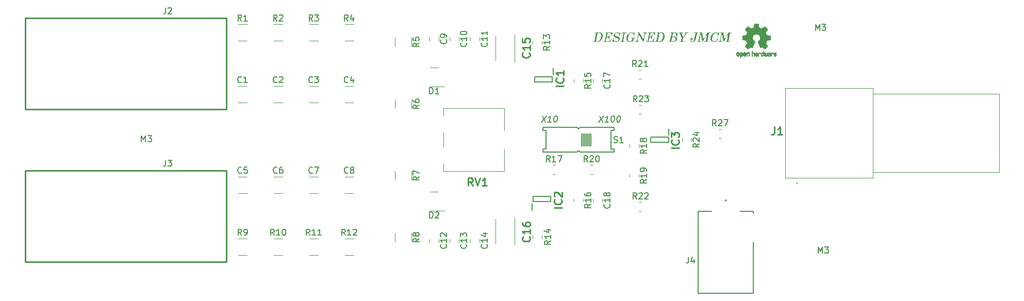
<source format=gbr>
%TF.GenerationSoftware,KiCad,Pcbnew,(7.0.0)*%
%TF.CreationDate,2023-07-09T18:50:50+02:00*%
%TF.ProjectId,Differential_Probe,44696666-6572-4656-9e74-69616c5f5072,rev?*%
%TF.SameCoordinates,Original*%
%TF.FileFunction,Legend,Top*%
%TF.FilePolarity,Positive*%
%FSLAX46Y46*%
G04 Gerber Fmt 4.6, Leading zero omitted, Abs format (unit mm)*
G04 Created by KiCad (PCBNEW (7.0.0)) date 2023-07-09 18:50:50*
%MOMM*%
%LPD*%
G01*
G04 APERTURE LIST*
%ADD10C,0.300000*%
%ADD11C,0.200000*%
%ADD12C,0.150000*%
%ADD13C,0.254000*%
%ADD14C,0.120000*%
%ADD15C,0.127000*%
%ADD16C,0.100000*%
%ADD17C,0.010000*%
G04 APERTURE END LIST*
D10*
G36*
X183880584Y-72275224D02*
G01*
X183901627Y-72275967D01*
X183922166Y-72277205D01*
X183942202Y-72278938D01*
X183961734Y-72281166D01*
X183980762Y-72283890D01*
X183999286Y-72287108D01*
X184017307Y-72290822D01*
X184034823Y-72295031D01*
X184051836Y-72299735D01*
X184068346Y-72304934D01*
X184084351Y-72310629D01*
X184099853Y-72316818D01*
X184114851Y-72323503D01*
X184129345Y-72330683D01*
X184143336Y-72338358D01*
X184160103Y-72348845D01*
X184176332Y-72360157D01*
X184192022Y-72372292D01*
X184207175Y-72385252D01*
X184221789Y-72399037D01*
X184235866Y-72413646D01*
X184249404Y-72429079D01*
X184262404Y-72445336D01*
X184274866Y-72462418D01*
X184286790Y-72480324D01*
X184298176Y-72499054D01*
X184309024Y-72518609D01*
X184319334Y-72538988D01*
X184329106Y-72560191D01*
X184338339Y-72582219D01*
X184347034Y-72605071D01*
X184355037Y-72628551D01*
X184362101Y-72652555D01*
X184368226Y-72677083D01*
X184373413Y-72702135D01*
X184377660Y-72727710D01*
X184380969Y-72753809D01*
X184383339Y-72780432D01*
X184384770Y-72807579D01*
X184385262Y-72835249D01*
X184384816Y-72863444D01*
X184383430Y-72892162D01*
X184381106Y-72921404D01*
X184379592Y-72936221D01*
X184377843Y-72951169D01*
X184375860Y-72966249D01*
X184373642Y-72981459D01*
X184371189Y-72996800D01*
X184368501Y-73012272D01*
X184365579Y-73027875D01*
X184362422Y-73043609D01*
X184356806Y-73069413D01*
X184350767Y-73094894D01*
X184344304Y-73120052D01*
X184337417Y-73144886D01*
X184330107Y-73169397D01*
X184322374Y-73193584D01*
X184314216Y-73217447D01*
X184305635Y-73240988D01*
X184296631Y-73264205D01*
X184287203Y-73287098D01*
X184277351Y-73309668D01*
X184267075Y-73331915D01*
X184256376Y-73353838D01*
X184245254Y-73375438D01*
X184233708Y-73396714D01*
X184221738Y-73417667D01*
X184212175Y-73433615D01*
X184202263Y-73449312D01*
X184192002Y-73464756D01*
X184181392Y-73479949D01*
X184170433Y-73494890D01*
X184159124Y-73509579D01*
X184147466Y-73524016D01*
X184135459Y-73538201D01*
X184123103Y-73552134D01*
X184110397Y-73565816D01*
X184097343Y-73579245D01*
X184083939Y-73592423D01*
X184070186Y-73605349D01*
X184056084Y-73618022D01*
X184041633Y-73630444D01*
X184026832Y-73642615D01*
X184011771Y-73654470D01*
X183996447Y-73665947D01*
X183980859Y-73677047D01*
X183965008Y-73687769D01*
X183948894Y-73698113D01*
X183932516Y-73708079D01*
X183915875Y-73717668D01*
X183898971Y-73726878D01*
X183881803Y-73735711D01*
X183864372Y-73744166D01*
X183846678Y-73752243D01*
X183828721Y-73759943D01*
X183810500Y-73767264D01*
X183792015Y-73774208D01*
X183773268Y-73780774D01*
X183754257Y-73786962D01*
X183739675Y-73791266D01*
X183724599Y-73795291D01*
X183709027Y-73799039D01*
X183692960Y-73802510D01*
X183676398Y-73805703D01*
X183659340Y-73808618D01*
X183641788Y-73811255D01*
X183623740Y-73813615D01*
X183605197Y-73815697D01*
X183586159Y-73817502D01*
X183566626Y-73819029D01*
X183546597Y-73820278D01*
X183526074Y-73821250D01*
X183505055Y-73821944D01*
X183483541Y-73822361D01*
X183461532Y-73822500D01*
X182757746Y-73822500D01*
X182777164Y-73728710D01*
X182927739Y-73728710D01*
X182942594Y-73728335D01*
X182958531Y-73726892D01*
X182974519Y-73723842D01*
X182989357Y-73718552D01*
X182998081Y-73713323D01*
X183009773Y-73702024D01*
X183017972Y-73688980D01*
X183020949Y-73681381D01*
X183263489Y-73681381D01*
X183265457Y-73696844D01*
X183272828Y-73710299D01*
X183275785Y-73713323D01*
X183288514Y-73720761D01*
X183302622Y-73724863D01*
X183317644Y-73727208D01*
X183335371Y-73728470D01*
X183348692Y-73728710D01*
X183476187Y-73728710D01*
X183496933Y-73728364D01*
X183517500Y-73727325D01*
X183537886Y-73725593D01*
X183558092Y-73723169D01*
X183578117Y-73720052D01*
X183597963Y-73716242D01*
X183617628Y-73711740D01*
X183637112Y-73706545D01*
X183656416Y-73700658D01*
X183675540Y-73694077D01*
X183694484Y-73686804D01*
X183713247Y-73678839D01*
X183731830Y-73670181D01*
X183750233Y-73660830D01*
X183768455Y-73650786D01*
X183786497Y-73640050D01*
X183803894Y-73628569D01*
X183820775Y-73616244D01*
X183837141Y-73603075D01*
X183852992Y-73589062D01*
X183868328Y-73574206D01*
X183883149Y-73558507D01*
X183897454Y-73541964D01*
X183906705Y-73530466D01*
X183915726Y-73518594D01*
X183924519Y-73506346D01*
X183933083Y-73493724D01*
X183941418Y-73480726D01*
X183945499Y-73474087D01*
X183956489Y-73455377D01*
X183967201Y-73435791D01*
X183977635Y-73415329D01*
X183987791Y-73393991D01*
X183997670Y-73371777D01*
X184007272Y-73348687D01*
X184016595Y-73324722D01*
X184025641Y-73299881D01*
X184034410Y-73274164D01*
X184042901Y-73247571D01*
X184051114Y-73220102D01*
X184059049Y-73191758D01*
X184062913Y-73177257D01*
X184066707Y-73162537D01*
X184070432Y-73147599D01*
X184074087Y-73132441D01*
X184077673Y-73117064D01*
X184081190Y-73101469D01*
X184084637Y-73085654D01*
X184088015Y-73069621D01*
X184092795Y-73046030D01*
X184097243Y-73022841D01*
X184101359Y-73000052D01*
X184105142Y-72977663D01*
X184108594Y-72955676D01*
X184111714Y-72934089D01*
X184114502Y-72912903D01*
X184116958Y-72892117D01*
X184119081Y-72871733D01*
X184120873Y-72851749D01*
X184122333Y-72832165D01*
X184123461Y-72812983D01*
X184124256Y-72794201D01*
X184124720Y-72775820D01*
X184124852Y-72757839D01*
X184124651Y-72740259D01*
X184124119Y-72723080D01*
X184123255Y-72706302D01*
X184122058Y-72689924D01*
X184120530Y-72673948D01*
X184118669Y-72658371D01*
X184116477Y-72643196D01*
X184113952Y-72628421D01*
X184111096Y-72614047D01*
X184104387Y-72586501D01*
X184096350Y-72560558D01*
X184086985Y-72536217D01*
X184076291Y-72513480D01*
X184066261Y-72495956D01*
X184055128Y-72479563D01*
X184042893Y-72464300D01*
X184029557Y-72450168D01*
X184015118Y-72437166D01*
X183999578Y-72425295D01*
X183982936Y-72414554D01*
X183965191Y-72404945D01*
X183946345Y-72396465D01*
X183926397Y-72389116D01*
X183905347Y-72382898D01*
X183883194Y-72377811D01*
X183859940Y-72373854D01*
X183835584Y-72371027D01*
X183810126Y-72369331D01*
X183783566Y-72368766D01*
X183614306Y-72368766D01*
X183599438Y-72369371D01*
X183583753Y-72371608D01*
X183568016Y-72376182D01*
X183554615Y-72382908D01*
X183550192Y-72385985D01*
X183538809Y-72397091D01*
X183530686Y-72409347D01*
X183524441Y-72423847D01*
X183520517Y-72438375D01*
X183265161Y-73666795D01*
X183263489Y-73681381D01*
X183020949Y-73681381D01*
X183023410Y-73675098D01*
X183025925Y-73665329D01*
X183283845Y-72425553D01*
X183285155Y-72410175D01*
X183281720Y-72394651D01*
X183274686Y-72384153D01*
X183262525Y-72375393D01*
X183247413Y-72370584D01*
X183232541Y-72368901D01*
X183226326Y-72368766D01*
X183059997Y-72368766D01*
X183079414Y-72274977D01*
X183859037Y-72274977D01*
X183880584Y-72275224D01*
G37*
G36*
X184776413Y-72274977D02*
G01*
X185980653Y-72274977D01*
X185897854Y-72814265D01*
X185807729Y-72814265D01*
X185808433Y-72798395D01*
X185808987Y-72782841D01*
X185809391Y-72767603D01*
X185809646Y-72752681D01*
X185809708Y-72723787D01*
X185809171Y-72696158D01*
X185808036Y-72669794D01*
X185806303Y-72644696D01*
X185803972Y-72620862D01*
X185801043Y-72598293D01*
X185797515Y-72576990D01*
X185793389Y-72556951D01*
X185788665Y-72538178D01*
X185783343Y-72520670D01*
X185777422Y-72504427D01*
X185770903Y-72489449D01*
X185763787Y-72475736D01*
X185756071Y-72463288D01*
X185743438Y-72446396D01*
X185729582Y-72431165D01*
X185714501Y-72417596D01*
X185698197Y-72405689D01*
X185680670Y-72395443D01*
X185661919Y-72386858D01*
X185641944Y-72379935D01*
X185620746Y-72374674D01*
X185605934Y-72372089D01*
X185590578Y-72370243D01*
X185574678Y-72369135D01*
X185558235Y-72368766D01*
X185266242Y-72368766D01*
X185251405Y-72369842D01*
X185236464Y-72373626D01*
X185222038Y-72381025D01*
X185215684Y-72385985D01*
X185205866Y-72397207D01*
X185197845Y-72411500D01*
X185192224Y-72426785D01*
X185188940Y-72439841D01*
X185077198Y-72978396D01*
X185190771Y-72978396D01*
X185209001Y-72977714D01*
X185226870Y-72975666D01*
X185244378Y-72972252D01*
X185261525Y-72967474D01*
X185278312Y-72961330D01*
X185294739Y-72953821D01*
X185310804Y-72944947D01*
X185326509Y-72934707D01*
X185341854Y-72923102D01*
X185356837Y-72910132D01*
X185366626Y-72900727D01*
X185380870Y-72885327D01*
X185394477Y-72868252D01*
X185403194Y-72855939D01*
X185411627Y-72842882D01*
X185419778Y-72829080D01*
X185427644Y-72814534D01*
X185435228Y-72799244D01*
X185442528Y-72783210D01*
X185449545Y-72766432D01*
X185456278Y-72748909D01*
X185462728Y-72730642D01*
X185468895Y-72711632D01*
X185474778Y-72691876D01*
X185480378Y-72671377D01*
X185485695Y-72650134D01*
X185578751Y-72650134D01*
X185423046Y-73400448D01*
X185329990Y-73400448D01*
X185333802Y-73377720D01*
X185336997Y-73355883D01*
X185339573Y-73334936D01*
X185341530Y-73314879D01*
X185342870Y-73295712D01*
X185343591Y-73277435D01*
X185343694Y-73260049D01*
X185343179Y-73243552D01*
X185342045Y-73227946D01*
X185340294Y-73213230D01*
X185336507Y-73192825D01*
X185331329Y-73174423D01*
X185324761Y-73158023D01*
X185316801Y-73143627D01*
X185307624Y-73130859D01*
X185297403Y-73119348D01*
X185286140Y-73109092D01*
X185273833Y-73100092D01*
X185260483Y-73092348D01*
X185246090Y-73085860D01*
X185230653Y-73080627D01*
X185214173Y-73076651D01*
X185196650Y-73073930D01*
X185178083Y-73072465D01*
X185165126Y-73072185D01*
X185057781Y-73072185D01*
X184932485Y-73674488D01*
X184930946Y-73689951D01*
X184934106Y-73705201D01*
X184940911Y-73715155D01*
X184954249Y-73722872D01*
X184968680Y-73726473D01*
X184984576Y-73728234D01*
X185000628Y-73728710D01*
X185231438Y-73728710D01*
X185254201Y-73728229D01*
X185276559Y-73726787D01*
X185298511Y-73724383D01*
X185320058Y-73721017D01*
X185341199Y-73716689D01*
X185361934Y-73711400D01*
X185382263Y-73705148D01*
X185402186Y-73697936D01*
X185421704Y-73689761D01*
X185440816Y-73680625D01*
X185459523Y-73670527D01*
X185477824Y-73659467D01*
X185495718Y-73647446D01*
X185513208Y-73634463D01*
X185530291Y-73620518D01*
X185546969Y-73605612D01*
X185563241Y-73589744D01*
X185579107Y-73572914D01*
X185594568Y-73555122D01*
X185609623Y-73536369D01*
X185624272Y-73516654D01*
X185638516Y-73495977D01*
X185652354Y-73474339D01*
X185665786Y-73451739D01*
X185678812Y-73428177D01*
X185691432Y-73403654D01*
X185703647Y-73378168D01*
X185715457Y-73351721D01*
X185726860Y-73324313D01*
X185737858Y-73295942D01*
X185748450Y-73266610D01*
X185758636Y-73236317D01*
X185854623Y-73236317D01*
X185706612Y-73822500D01*
X184454746Y-73822500D01*
X184474163Y-73728710D01*
X184585538Y-73728710D01*
X184602092Y-73728254D01*
X184617179Y-73726886D01*
X184633348Y-73724039D01*
X184647405Y-73719879D01*
X184661134Y-73713365D01*
X184666138Y-73710026D01*
X184677678Y-73699561D01*
X184687021Y-73686853D01*
X184694165Y-73671901D01*
X184698612Y-73656977D01*
X184699111Y-73654705D01*
X184952635Y-72434712D01*
X184954856Y-72418523D01*
X184954344Y-72403212D01*
X184949389Y-72388670D01*
X184946406Y-72384520D01*
X184934135Y-72375551D01*
X184919330Y-72370981D01*
X184902569Y-72369012D01*
X184892917Y-72368766D01*
X184756996Y-72368766D01*
X184776413Y-72274977D01*
G37*
G36*
X187095499Y-72386718D02*
G01*
X187210538Y-72251530D01*
X187303960Y-72251530D01*
X187188189Y-72837712D01*
X187100628Y-72837712D01*
X187099950Y-72821372D01*
X187099104Y-72805323D01*
X187098092Y-72789567D01*
X187096913Y-72774102D01*
X187095568Y-72758930D01*
X187094055Y-72744049D01*
X187092376Y-72729460D01*
X187088518Y-72701159D01*
X187083993Y-72674025D01*
X187078801Y-72648059D01*
X187072942Y-72623260D01*
X187066416Y-72599630D01*
X187059223Y-72577167D01*
X187051363Y-72555872D01*
X187042837Y-72535745D01*
X187033643Y-72516786D01*
X187023783Y-72498994D01*
X187013256Y-72482370D01*
X187002062Y-72466914D01*
X186996215Y-72459624D01*
X186984124Y-72445783D01*
X186971577Y-72432834D01*
X186958571Y-72420778D01*
X186945107Y-72409616D01*
X186931185Y-72399346D01*
X186916805Y-72389969D01*
X186901967Y-72381486D01*
X186886672Y-72373895D01*
X186870918Y-72367198D01*
X186854706Y-72361393D01*
X186838037Y-72356481D01*
X186820909Y-72352463D01*
X186803324Y-72349337D01*
X186785280Y-72347105D01*
X186766779Y-72345765D01*
X186747820Y-72345319D01*
X186731818Y-72345631D01*
X186716055Y-72346567D01*
X186700528Y-72348127D01*
X186685240Y-72350310D01*
X186670189Y-72353118D01*
X186655376Y-72356550D01*
X186640800Y-72360606D01*
X186626461Y-72365286D01*
X186612361Y-72370589D01*
X186598497Y-72376517D01*
X186584872Y-72383069D01*
X186571484Y-72390244D01*
X186558333Y-72398044D01*
X186545420Y-72406467D01*
X186532745Y-72415515D01*
X186520307Y-72425186D01*
X186508280Y-72435260D01*
X186496837Y-72445605D01*
X186485978Y-72456223D01*
X186475702Y-72467112D01*
X186466011Y-72478273D01*
X186452569Y-72495525D01*
X186440440Y-72513388D01*
X186429625Y-72531864D01*
X186420124Y-72550951D01*
X186411936Y-72570650D01*
X186405063Y-72590960D01*
X186399503Y-72611883D01*
X186397942Y-72618993D01*
X186394810Y-72636298D01*
X186392744Y-72653042D01*
X186391742Y-72669225D01*
X186391805Y-72684847D01*
X186392933Y-72699908D01*
X186395125Y-72714408D01*
X186399363Y-72731744D01*
X186402704Y-72741725D01*
X186409622Y-72757526D01*
X186418239Y-72772415D01*
X186428556Y-72786392D01*
X186440572Y-72799456D01*
X186454287Y-72811608D01*
X186466483Y-72820672D01*
X186476344Y-72827088D01*
X186491742Y-72835571D01*
X186505590Y-72842129D01*
X186521409Y-72848855D01*
X186539199Y-72855748D01*
X186558959Y-72862808D01*
X186573227Y-72867608D01*
X186588371Y-72872483D01*
X186604391Y-72877431D01*
X186621286Y-72882455D01*
X186639058Y-72887552D01*
X186657705Y-72892724D01*
X186677229Y-72897971D01*
X186697628Y-72903292D01*
X186712367Y-72907157D01*
X186726819Y-72911012D01*
X186740984Y-72914859D01*
X186768450Y-72922524D01*
X186794765Y-72930152D01*
X186819930Y-72937742D01*
X186843944Y-72945296D01*
X186866807Y-72952812D01*
X186888520Y-72960291D01*
X186909082Y-72967733D01*
X186928494Y-72975137D01*
X186946755Y-72982505D01*
X186963865Y-72989835D01*
X186979825Y-72997128D01*
X186994634Y-73004383D01*
X187008292Y-73011602D01*
X187026623Y-73022360D01*
X187043150Y-73033278D01*
X187058660Y-73044737D01*
X187073152Y-73056737D01*
X187086626Y-73069277D01*
X187099083Y-73082359D01*
X187110523Y-73095982D01*
X187120945Y-73110146D01*
X187130350Y-73124850D01*
X187138737Y-73140096D01*
X187146106Y-73155883D01*
X187150454Y-73166707D01*
X187156199Y-73183314D01*
X187160934Y-73200436D01*
X187164657Y-73218073D01*
X187167370Y-73236225D01*
X187169071Y-73254892D01*
X187169761Y-73274075D01*
X187169440Y-73293773D01*
X187168108Y-73313986D01*
X187165765Y-73334714D01*
X187162411Y-73355957D01*
X187159613Y-73370406D01*
X187153817Y-73395823D01*
X187147054Y-73420689D01*
X187139323Y-73445007D01*
X187130624Y-73468775D01*
X187120959Y-73491993D01*
X187110326Y-73514662D01*
X187098725Y-73536781D01*
X187086157Y-73558351D01*
X187072621Y-73579371D01*
X187058119Y-73599842D01*
X187042648Y-73619763D01*
X187026211Y-73639134D01*
X187008805Y-73657956D01*
X186990433Y-73676229D01*
X186971093Y-73693951D01*
X186950785Y-73711125D01*
X186929834Y-73727451D01*
X186908470Y-73742724D01*
X186886694Y-73756943D01*
X186864507Y-73770109D01*
X186841906Y-73782222D01*
X186818894Y-73793282D01*
X186795470Y-73803288D01*
X186771633Y-73812241D01*
X186747384Y-73820141D01*
X186722724Y-73826987D01*
X186697651Y-73832781D01*
X186672165Y-73837520D01*
X186646268Y-73841207D01*
X186619958Y-73843840D01*
X186593237Y-73845420D01*
X186566103Y-73845947D01*
X186537044Y-73845416D01*
X186508761Y-73843823D01*
X186481254Y-73841168D01*
X186454522Y-73837452D01*
X186428566Y-73832673D01*
X186403386Y-73826833D01*
X186378981Y-73819931D01*
X186355352Y-73811967D01*
X186332498Y-73802941D01*
X186310421Y-73792853D01*
X186289119Y-73781703D01*
X186268592Y-73769491D01*
X186248841Y-73756218D01*
X186229866Y-73741882D01*
X186211667Y-73726485D01*
X186194243Y-73710026D01*
X186055757Y-73845947D01*
X185964166Y-73845947D01*
X186090562Y-73236317D01*
X186184718Y-73236317D01*
X186184379Y-73251640D01*
X186184280Y-73266744D01*
X186184419Y-73281627D01*
X186184798Y-73296292D01*
X186186272Y-73324961D01*
X186188702Y-73352752D01*
X186192088Y-73379664D01*
X186196430Y-73405697D01*
X186201728Y-73430852D01*
X186207982Y-73455128D01*
X186215192Y-73478525D01*
X186223358Y-73501043D01*
X186232480Y-73522683D01*
X186242557Y-73543444D01*
X186253591Y-73563327D01*
X186265581Y-73582331D01*
X186278527Y-73600456D01*
X186292429Y-73617702D01*
X186307103Y-73633984D01*
X186322276Y-73649215D01*
X186337947Y-73663396D01*
X186354115Y-73676526D01*
X186370782Y-73688606D01*
X186387947Y-73699636D01*
X186405610Y-73709615D01*
X186423770Y-73718544D01*
X186442429Y-73726422D01*
X186461586Y-73733250D01*
X186481241Y-73739027D01*
X186501394Y-73743754D01*
X186522045Y-73747431D01*
X186543194Y-73750057D01*
X186564841Y-73751632D01*
X186586986Y-73752158D01*
X186604937Y-73751816D01*
X186622615Y-73750789D01*
X186640017Y-73749079D01*
X186657144Y-73746685D01*
X186673997Y-73743607D01*
X186690575Y-73739844D01*
X186706878Y-73735398D01*
X186722907Y-73730267D01*
X186738660Y-73724453D01*
X186754139Y-73717954D01*
X186769343Y-73710771D01*
X186784273Y-73702904D01*
X186798927Y-73694354D01*
X186813307Y-73685119D01*
X186827412Y-73675200D01*
X186841242Y-73664596D01*
X186854653Y-73653507D01*
X186867409Y-73642128D01*
X186879509Y-73630460D01*
X186890953Y-73618503D01*
X186901743Y-73606257D01*
X186911876Y-73593722D01*
X186921355Y-73580898D01*
X186930177Y-73567785D01*
X186938345Y-73554382D01*
X186945857Y-73540691D01*
X186952713Y-73526710D01*
X186958914Y-73512441D01*
X186964460Y-73497882D01*
X186969350Y-73483034D01*
X186973584Y-73467898D01*
X186977164Y-73452472D01*
X186980163Y-73435356D01*
X186982018Y-73418812D01*
X186982728Y-73402841D01*
X186982293Y-73387442D01*
X186980713Y-73372616D01*
X186977128Y-73354888D01*
X186971754Y-73338054D01*
X186969104Y-73331571D01*
X186961046Y-73315804D01*
X186950843Y-73300788D01*
X186941134Y-73289316D01*
X186930051Y-73278325D01*
X186917595Y-73267815D01*
X186903765Y-73257786D01*
X186888561Y-73248238D01*
X186880443Y-73243644D01*
X186866725Y-73236695D01*
X186850437Y-73229450D01*
X186831580Y-73221909D01*
X186817581Y-73216717D01*
X186802440Y-73211393D01*
X186786156Y-73205938D01*
X186768731Y-73200351D01*
X186750164Y-73194632D01*
X186730455Y-73188782D01*
X186709604Y-73182800D01*
X186687610Y-73176686D01*
X186664475Y-73170441D01*
X186640198Y-73164063D01*
X186614778Y-73157555D01*
X186601640Y-73154251D01*
X186586959Y-73150458D01*
X186572592Y-73146636D01*
X186544796Y-73138904D01*
X186518255Y-73131054D01*
X186492967Y-73123087D01*
X186468933Y-73115003D01*
X186446153Y-73106801D01*
X186424626Y-73098482D01*
X186404353Y-73090046D01*
X186385334Y-73081492D01*
X186367568Y-73072821D01*
X186351056Y-73064032D01*
X186335797Y-73055127D01*
X186321792Y-73046103D01*
X186309041Y-73036963D01*
X186297544Y-73027705D01*
X186287300Y-73018330D01*
X186274328Y-73004387D01*
X186262524Y-72989759D01*
X186251888Y-72974448D01*
X186242420Y-72958452D01*
X186234120Y-72941773D01*
X186226987Y-72924409D01*
X186221022Y-72906361D01*
X186216225Y-72887629D01*
X186212596Y-72868214D01*
X186210134Y-72848114D01*
X186208840Y-72827330D01*
X186208715Y-72805862D01*
X186209756Y-72783709D01*
X186211966Y-72760873D01*
X186215343Y-72737353D01*
X186219889Y-72713148D01*
X186225552Y-72688110D01*
X186232099Y-72663644D01*
X186239531Y-72639750D01*
X186247847Y-72616428D01*
X186257047Y-72593679D01*
X186267132Y-72571503D01*
X186278102Y-72549899D01*
X186289956Y-72528867D01*
X186302694Y-72508408D01*
X186316317Y-72488521D01*
X186330824Y-72469207D01*
X186346216Y-72450465D01*
X186362492Y-72432296D01*
X186379652Y-72414699D01*
X186397697Y-72397675D01*
X186416626Y-72381222D01*
X186436172Y-72365517D01*
X186456068Y-72350826D01*
X186476312Y-72337147D01*
X186496906Y-72324482D01*
X186517849Y-72312830D01*
X186539141Y-72302191D01*
X186560782Y-72292565D01*
X186582772Y-72283953D01*
X186605112Y-72276354D01*
X186627801Y-72269768D01*
X186650839Y-72264195D01*
X186674226Y-72259635D01*
X186697963Y-72256089D01*
X186722048Y-72253556D01*
X186746483Y-72252036D01*
X186771267Y-72251530D01*
X186789188Y-72251823D01*
X186806820Y-72252702D01*
X186824162Y-72254167D01*
X186841214Y-72256218D01*
X186857976Y-72258855D01*
X186874448Y-72262078D01*
X186890631Y-72265887D01*
X186906524Y-72270283D01*
X186922127Y-72275264D01*
X186937440Y-72280831D01*
X186947488Y-72284869D01*
X186962422Y-72291429D01*
X186977138Y-72298607D01*
X186991634Y-72306404D01*
X187005912Y-72314819D01*
X187019970Y-72323852D01*
X187033810Y-72333504D01*
X187047430Y-72343773D01*
X187060832Y-72354661D01*
X187074015Y-72366167D01*
X187086978Y-72378292D01*
X187095499Y-72386718D01*
G37*
G36*
X187554920Y-72274977D02*
G01*
X188266033Y-72274977D01*
X188246616Y-72368766D01*
X188119487Y-72368766D01*
X188101547Y-72369047D01*
X188085278Y-72369888D01*
X188070681Y-72371291D01*
X188054785Y-72373833D01*
X188039157Y-72378040D01*
X188025678Y-72384544D01*
X188022767Y-72386718D01*
X188012669Y-72398235D01*
X188004698Y-72412784D01*
X187998507Y-72428575D01*
X187993800Y-72444075D01*
X187989505Y-72461705D01*
X187988695Y-72465486D01*
X187746162Y-73631257D01*
X187743243Y-73646582D01*
X187740656Y-73663499D01*
X187739110Y-73680518D01*
X187739456Y-73695848D01*
X187743964Y-73709293D01*
X187755981Y-73718679D01*
X187769976Y-73723856D01*
X187785209Y-73726814D01*
X187800185Y-73728236D01*
X187817237Y-73728710D01*
X187963783Y-73728710D01*
X187944365Y-73822500D01*
X187233252Y-73822500D01*
X187252669Y-73728710D01*
X187392254Y-73728710D01*
X187407613Y-73728430D01*
X187424928Y-73727290D01*
X187440149Y-73725274D01*
X187455652Y-73721698D01*
X187469930Y-73715930D01*
X187477617Y-73710758D01*
X187487921Y-73698645D01*
X187494988Y-73685684D01*
X187501488Y-73669399D01*
X187506472Y-73653290D01*
X187510176Y-73638742D01*
X187512788Y-73626861D01*
X187755321Y-72461090D01*
X187757989Y-72446659D01*
X187760325Y-72430793D01*
X187761665Y-72414942D01*
X187760966Y-72399217D01*
X187756787Y-72388916D01*
X187743872Y-72380100D01*
X187729979Y-72375142D01*
X187712480Y-72371600D01*
X187695142Y-72369730D01*
X187679468Y-72368943D01*
X187666661Y-72368766D01*
X187535503Y-72368766D01*
X187554920Y-72274977D01*
G37*
G36*
X189475768Y-72389282D02*
G01*
X189583845Y-72251530D01*
X189670674Y-72251530D01*
X189577984Y-72884607D01*
X189491522Y-72884607D01*
X189490185Y-72867565D01*
X189488739Y-72850830D01*
X189487185Y-72834403D01*
X189485522Y-72818284D01*
X189483751Y-72802472D01*
X189481870Y-72786968D01*
X189479881Y-72771772D01*
X189477783Y-72756883D01*
X189475576Y-72742302D01*
X189470836Y-72714064D01*
X189465661Y-72687056D01*
X189460051Y-72661279D01*
X189454006Y-72636732D01*
X189447526Y-72613417D01*
X189440611Y-72591332D01*
X189433261Y-72570478D01*
X189425476Y-72550854D01*
X189417256Y-72532461D01*
X189408600Y-72515300D01*
X189399510Y-72499368D01*
X189394801Y-72491864D01*
X189382541Y-72474119D01*
X189369757Y-72457518D01*
X189356449Y-72442062D01*
X189342617Y-72427751D01*
X189328262Y-72414585D01*
X189313383Y-72402563D01*
X189297980Y-72391687D01*
X189282053Y-72381955D01*
X189265602Y-72373369D01*
X189248628Y-72365927D01*
X189231130Y-72359630D01*
X189213108Y-72354478D01*
X189194562Y-72350471D01*
X189175492Y-72347609D01*
X189155899Y-72345891D01*
X189135782Y-72345319D01*
X189119980Y-72345606D01*
X189104263Y-72346469D01*
X189088632Y-72347908D01*
X189073088Y-72349921D01*
X189057629Y-72352510D01*
X189042256Y-72355674D01*
X189026969Y-72359414D01*
X189011768Y-72363729D01*
X188996652Y-72368619D01*
X188981623Y-72374084D01*
X188966679Y-72380125D01*
X188951821Y-72386741D01*
X188937049Y-72393932D01*
X188922363Y-72401699D01*
X188907763Y-72410041D01*
X188893249Y-72418958D01*
X188878896Y-72428455D01*
X188864781Y-72438536D01*
X188850904Y-72449200D01*
X188837264Y-72460449D01*
X188823861Y-72472281D01*
X188810697Y-72484697D01*
X188797769Y-72497698D01*
X188785080Y-72511282D01*
X188772628Y-72525450D01*
X188760413Y-72540202D01*
X188748436Y-72555537D01*
X188736697Y-72571457D01*
X188725195Y-72587961D01*
X188713931Y-72605048D01*
X188702904Y-72622719D01*
X188692115Y-72640975D01*
X188681602Y-72660004D01*
X188671312Y-72679998D01*
X188661246Y-72700957D01*
X188651402Y-72722880D01*
X188641783Y-72745768D01*
X188632386Y-72769620D01*
X188623212Y-72794437D01*
X188614262Y-72820218D01*
X188605535Y-72846964D01*
X188597032Y-72874675D01*
X188592864Y-72888892D01*
X188588751Y-72903350D01*
X188584695Y-72918050D01*
X188580694Y-72932990D01*
X188576749Y-72948172D01*
X188572860Y-72963594D01*
X188569027Y-72979258D01*
X188565250Y-72995163D01*
X188561528Y-73011309D01*
X188557862Y-73027697D01*
X188554252Y-73044325D01*
X188550698Y-73061195D01*
X188547385Y-73077498D01*
X188544222Y-73093575D01*
X188541211Y-73109424D01*
X188538350Y-73125045D01*
X188535641Y-73140439D01*
X188533083Y-73155605D01*
X188530675Y-73170544D01*
X188528419Y-73185255D01*
X188524359Y-73213994D01*
X188520902Y-73241824D01*
X188518050Y-73268743D01*
X188515802Y-73294752D01*
X188514158Y-73319851D01*
X188513117Y-73344039D01*
X188512681Y-73367318D01*
X188512848Y-73389686D01*
X188513619Y-73411144D01*
X188514995Y-73431692D01*
X188516974Y-73451330D01*
X188519557Y-73470057D01*
X188522704Y-73488025D01*
X188526283Y-73505383D01*
X188530295Y-73522131D01*
X188534738Y-73538270D01*
X188539614Y-73553798D01*
X188544922Y-73568718D01*
X188550662Y-73583027D01*
X188556835Y-73596728D01*
X188563439Y-73609818D01*
X188574157Y-73628310D01*
X188585846Y-73645431D01*
X188598508Y-73661180D01*
X188612143Y-73675557D01*
X188621773Y-73684380D01*
X188637019Y-73696493D01*
X188653084Y-73707414D01*
X188669966Y-73717144D01*
X188687667Y-73725682D01*
X188706185Y-73733029D01*
X188725521Y-73739185D01*
X188745675Y-73744149D01*
X188766647Y-73747921D01*
X188788437Y-73750503D01*
X188803418Y-73751562D01*
X188818762Y-73752091D01*
X188826570Y-73752158D01*
X188847824Y-73751767D01*
X188868628Y-73750595D01*
X188888983Y-73748641D01*
X188908888Y-73745906D01*
X188928344Y-73742390D01*
X188947350Y-73738093D01*
X188965908Y-73733014D01*
X188984015Y-73727153D01*
X189001674Y-73720511D01*
X189018883Y-73713088D01*
X189035643Y-73704884D01*
X189051953Y-73695898D01*
X189067814Y-73686130D01*
X189083226Y-73675582D01*
X189098188Y-73664252D01*
X189112701Y-73652140D01*
X189126673Y-73639408D01*
X189140012Y-73626214D01*
X189152719Y-73612560D01*
X189164793Y-73598445D01*
X189176235Y-73583869D01*
X189187044Y-73568832D01*
X189197221Y-73553335D01*
X189206765Y-73537377D01*
X189215676Y-73520957D01*
X189223955Y-73504077D01*
X189231602Y-73486737D01*
X189238616Y-73468935D01*
X189244997Y-73450673D01*
X189250746Y-73431949D01*
X189255862Y-73412765D01*
X189260346Y-73393121D01*
X189290388Y-73247308D01*
X189291761Y-73231351D01*
X189287983Y-73216608D01*
X189278664Y-73204809D01*
X189265874Y-73197371D01*
X189249640Y-73192803D01*
X189234458Y-73190639D01*
X189216701Y-73189557D01*
X189206857Y-73189422D01*
X189066905Y-73189422D01*
X189086323Y-73095633D01*
X189734787Y-73095633D01*
X189715370Y-73189422D01*
X189621581Y-73189422D01*
X189605669Y-73189851D01*
X189588392Y-73191500D01*
X189573099Y-73194385D01*
X189557765Y-73199314D01*
X189543545Y-73207008D01*
X189532348Y-73216785D01*
X189523304Y-73228531D01*
X189516411Y-73242247D01*
X189511672Y-73257932D01*
X189389672Y-73845947D01*
X189302478Y-73845947D01*
X189301284Y-73828191D01*
X189300085Y-73810827D01*
X189298880Y-73793856D01*
X189297669Y-73777276D01*
X189296453Y-73761089D01*
X189295230Y-73745294D01*
X189294003Y-73729891D01*
X189292769Y-73714880D01*
X189291530Y-73700261D01*
X189289660Y-73679068D01*
X189287777Y-73658758D01*
X189285882Y-73639329D01*
X189283973Y-73620783D01*
X189282694Y-73608909D01*
X189271800Y-73622118D01*
X189260643Y-73635001D01*
X189249223Y-73647558D01*
X189237540Y-73659788D01*
X189225593Y-73671692D01*
X189213382Y-73683270D01*
X189200909Y-73694521D01*
X189188172Y-73705446D01*
X189175172Y-73716045D01*
X189161908Y-73726317D01*
X189148381Y-73736264D01*
X189134591Y-73745884D01*
X189120538Y-73755177D01*
X189106221Y-73764145D01*
X189091641Y-73772786D01*
X189076797Y-73781100D01*
X189061762Y-73788953D01*
X189046606Y-73796299D01*
X189031331Y-73803138D01*
X189015935Y-73809471D01*
X189000419Y-73815297D01*
X188984783Y-73820616D01*
X188969026Y-73825429D01*
X188953149Y-73829735D01*
X188937152Y-73833535D01*
X188921035Y-73836828D01*
X188904798Y-73839614D01*
X188888440Y-73841894D01*
X188871962Y-73843667D01*
X188855364Y-73844934D01*
X188838646Y-73845694D01*
X188821808Y-73845947D01*
X188798043Y-73845556D01*
X188774650Y-73844384D01*
X188751629Y-73842431D01*
X188728980Y-73839696D01*
X188706703Y-73836179D01*
X188684799Y-73831882D01*
X188663266Y-73826803D01*
X188642106Y-73820942D01*
X188621318Y-73814301D01*
X188600901Y-73806877D01*
X188580857Y-73798673D01*
X188561185Y-73789687D01*
X188541885Y-73779920D01*
X188522957Y-73769371D01*
X188504402Y-73758041D01*
X188486218Y-73745929D01*
X188468604Y-73733065D01*
X188451665Y-73719568D01*
X188435402Y-73705439D01*
X188419814Y-73690677D01*
X188404902Y-73675283D01*
X188390666Y-73659256D01*
X188377104Y-73642596D01*
X188364219Y-73625304D01*
X188352008Y-73607379D01*
X188340474Y-73588822D01*
X188329614Y-73569632D01*
X188319431Y-73549810D01*
X188309922Y-73529355D01*
X188301090Y-73508268D01*
X188292932Y-73486548D01*
X188285450Y-73464195D01*
X188278716Y-73441299D01*
X188272799Y-73418039D01*
X188267702Y-73394416D01*
X188263423Y-73370429D01*
X188259962Y-73346079D01*
X188257320Y-73321365D01*
X188255497Y-73296287D01*
X188254493Y-73270846D01*
X188254307Y-73245042D01*
X188254939Y-73218874D01*
X188256390Y-73192343D01*
X188258660Y-73165448D01*
X188261748Y-73138190D01*
X188265655Y-73110568D01*
X188270381Y-73082582D01*
X188275925Y-73054234D01*
X188282165Y-73025933D01*
X188289068Y-72998002D01*
X188296636Y-72970441D01*
X188304868Y-72943248D01*
X188313763Y-72916425D01*
X188323323Y-72889971D01*
X188333547Y-72863886D01*
X188344435Y-72838170D01*
X188355987Y-72812824D01*
X188368203Y-72787847D01*
X188381083Y-72763239D01*
X188394627Y-72739000D01*
X188408835Y-72715131D01*
X188423707Y-72691630D01*
X188439243Y-72668499D01*
X188455443Y-72645737D01*
X188472189Y-72623405D01*
X188489361Y-72601654D01*
X188506959Y-72580483D01*
X188524984Y-72559894D01*
X188543435Y-72539885D01*
X188562313Y-72520458D01*
X188581617Y-72501612D01*
X188601348Y-72483346D01*
X188621505Y-72465662D01*
X188642089Y-72448559D01*
X188663099Y-72432037D01*
X188684536Y-72416096D01*
X188706399Y-72400736D01*
X188728688Y-72385957D01*
X188751404Y-72371759D01*
X188774547Y-72358142D01*
X188797878Y-72345231D01*
X188821069Y-72333154D01*
X188844120Y-72321910D01*
X188867031Y-72311499D01*
X188889801Y-72301920D01*
X188912431Y-72293175D01*
X188934921Y-72285262D01*
X188957271Y-72278183D01*
X188979480Y-72271936D01*
X189001549Y-72266522D01*
X189023478Y-72261941D01*
X189045267Y-72258193D01*
X189066915Y-72255278D01*
X189088424Y-72253195D01*
X189109791Y-72251946D01*
X189131019Y-72251530D01*
X189149022Y-72251806D01*
X189166761Y-72252637D01*
X189184236Y-72254022D01*
X189201447Y-72255960D01*
X189218394Y-72258453D01*
X189235077Y-72261499D01*
X189251495Y-72265099D01*
X189267650Y-72269252D01*
X189283541Y-72273960D01*
X189299167Y-72279221D01*
X189309439Y-72283037D01*
X189324845Y-72289324D01*
X189340290Y-72296372D01*
X189355774Y-72304179D01*
X189371297Y-72312747D01*
X189386858Y-72322074D01*
X189402458Y-72332161D01*
X189418096Y-72343008D01*
X189433773Y-72354615D01*
X189449489Y-72366982D01*
X189465244Y-72380109D01*
X189475768Y-72389282D01*
G37*
G36*
X190049861Y-72274977D02*
G01*
X190422087Y-72274977D01*
X191059927Y-73451739D01*
X191235049Y-72609834D01*
X191238079Y-72594253D01*
X191240573Y-72579202D01*
X191243311Y-72557619D01*
X191244845Y-72537226D01*
X191245175Y-72518026D01*
X191244300Y-72500016D01*
X191242221Y-72483198D01*
X191238937Y-72467571D01*
X191234450Y-72453136D01*
X191226593Y-72435742D01*
X191219295Y-72424087D01*
X191208591Y-72411596D01*
X191195528Y-72400686D01*
X191180106Y-72391355D01*
X191162326Y-72383604D01*
X191147443Y-72378827D01*
X191131234Y-72374940D01*
X191113697Y-72371941D01*
X191094835Y-72369831D01*
X191074645Y-72368609D01*
X191067621Y-72368400D01*
X191087038Y-72274977D01*
X191631822Y-72274977D01*
X191612404Y-72368766D01*
X191596651Y-72368956D01*
X191581677Y-72369526D01*
X191562924Y-72370877D01*
X191545556Y-72372903D01*
X191529573Y-72375605D01*
X191514976Y-72378983D01*
X191498677Y-72384154D01*
X191484543Y-72390382D01*
X191471633Y-72397916D01*
X191458776Y-72407240D01*
X191445973Y-72418353D01*
X191433224Y-72431254D01*
X191423063Y-72442863D01*
X191412936Y-72455617D01*
X191402844Y-72469516D01*
X191393256Y-72484165D01*
X191384457Y-72499169D01*
X191376449Y-72514528D01*
X191369230Y-72530241D01*
X191362801Y-72546310D01*
X191357163Y-72562733D01*
X191352314Y-72579511D01*
X191348256Y-72596645D01*
X191093633Y-73822500D01*
X190982258Y-73822500D01*
X190319505Y-72616062D01*
X190136323Y-73496069D01*
X190133528Y-73510575D01*
X190130360Y-73531432D01*
X190128423Y-73551207D01*
X190127716Y-73569900D01*
X190128238Y-73587511D01*
X190129991Y-73604040D01*
X190132974Y-73619488D01*
X190137187Y-73633853D01*
X190144717Y-73651324D01*
X190154434Y-73666872D01*
X190157205Y-73670458D01*
X190170080Y-73683636D01*
X190185805Y-73695142D01*
X190199469Y-73702675D01*
X190214738Y-73709267D01*
X190231609Y-73714919D01*
X190250084Y-73719631D01*
X190270163Y-73723403D01*
X190291846Y-73726234D01*
X190307192Y-73727600D01*
X190323250Y-73728547D01*
X190340021Y-73729077D01*
X190320604Y-73822500D01*
X189728193Y-73822500D01*
X189747610Y-73729077D01*
X189768292Y-73727724D01*
X189788298Y-73725316D01*
X189807628Y-73721851D01*
X189826281Y-73717330D01*
X189844258Y-73711753D01*
X189861559Y-73705120D01*
X189878184Y-73697430D01*
X189894133Y-73688685D01*
X189909405Y-73678883D01*
X189924002Y-73668025D01*
X189933357Y-73660200D01*
X189946753Y-73647787D01*
X189959190Y-73634865D01*
X189970667Y-73621435D01*
X189981185Y-73607495D01*
X189990743Y-73593047D01*
X189999341Y-73578090D01*
X190006980Y-73562625D01*
X190013659Y-73546650D01*
X190019379Y-73530167D01*
X190024139Y-73513175D01*
X190026780Y-73501564D01*
X190240736Y-72472081D01*
X190231211Y-72447168D01*
X190222630Y-72433807D01*
X190212757Y-72419199D01*
X190203832Y-72406917D01*
X190194374Y-72395247D01*
X190183887Y-72384898D01*
X190179554Y-72381955D01*
X190164623Y-72375580D01*
X190148772Y-72371664D01*
X190132911Y-72369590D01*
X190117837Y-72368818D01*
X190112509Y-72368766D01*
X190030443Y-72368766D01*
X190049861Y-72274977D01*
G37*
G36*
X191810607Y-72274977D02*
G01*
X193014847Y-72274977D01*
X192932048Y-72814265D01*
X192841923Y-72814265D01*
X192842627Y-72798395D01*
X192843181Y-72782841D01*
X192843585Y-72767603D01*
X192843840Y-72752681D01*
X192843902Y-72723787D01*
X192843365Y-72696158D01*
X192842230Y-72669794D01*
X192840497Y-72644696D01*
X192838166Y-72620862D01*
X192835237Y-72598293D01*
X192831709Y-72576990D01*
X192827583Y-72556951D01*
X192822859Y-72538178D01*
X192817537Y-72520670D01*
X192811616Y-72504427D01*
X192805097Y-72489449D01*
X192797981Y-72475736D01*
X192790265Y-72463288D01*
X192777632Y-72446396D01*
X192763776Y-72431165D01*
X192748695Y-72417596D01*
X192732391Y-72405689D01*
X192714864Y-72395443D01*
X192696113Y-72386858D01*
X192676138Y-72379935D01*
X192654940Y-72374674D01*
X192640128Y-72372089D01*
X192624772Y-72370243D01*
X192608872Y-72369135D01*
X192592429Y-72368766D01*
X192300436Y-72368766D01*
X192285599Y-72369842D01*
X192270658Y-72373626D01*
X192256232Y-72381025D01*
X192249878Y-72385985D01*
X192240060Y-72397207D01*
X192232039Y-72411500D01*
X192226418Y-72426785D01*
X192223134Y-72439841D01*
X192111392Y-72978396D01*
X192224965Y-72978396D01*
X192243195Y-72977714D01*
X192261064Y-72975666D01*
X192278572Y-72972252D01*
X192295719Y-72967474D01*
X192312506Y-72961330D01*
X192328933Y-72953821D01*
X192344998Y-72944947D01*
X192360703Y-72934707D01*
X192376048Y-72923102D01*
X192391031Y-72910132D01*
X192400820Y-72900727D01*
X192415064Y-72885327D01*
X192428671Y-72868252D01*
X192437388Y-72855939D01*
X192445821Y-72842882D01*
X192453972Y-72829080D01*
X192461838Y-72814534D01*
X192469422Y-72799244D01*
X192476722Y-72783210D01*
X192483739Y-72766432D01*
X192490472Y-72748909D01*
X192496922Y-72730642D01*
X192503089Y-72711632D01*
X192508972Y-72691876D01*
X192514572Y-72671377D01*
X192519889Y-72650134D01*
X192612945Y-72650134D01*
X192457240Y-73400448D01*
X192364184Y-73400448D01*
X192367996Y-73377720D01*
X192371191Y-73355883D01*
X192373767Y-73334936D01*
X192375724Y-73314879D01*
X192377064Y-73295712D01*
X192377785Y-73277435D01*
X192377888Y-73260049D01*
X192377373Y-73243552D01*
X192376239Y-73227946D01*
X192374488Y-73213230D01*
X192370701Y-73192825D01*
X192365523Y-73174423D01*
X192358955Y-73158023D01*
X192350995Y-73143627D01*
X192341818Y-73130859D01*
X192331597Y-73119348D01*
X192320334Y-73109092D01*
X192308027Y-73100092D01*
X192294677Y-73092348D01*
X192280284Y-73085860D01*
X192264847Y-73080627D01*
X192248367Y-73076651D01*
X192230844Y-73073930D01*
X192212277Y-73072465D01*
X192199320Y-73072185D01*
X192091975Y-73072185D01*
X191966679Y-73674488D01*
X191965140Y-73689951D01*
X191968300Y-73705201D01*
X191975105Y-73715155D01*
X191988443Y-73722872D01*
X192002874Y-73726473D01*
X192018770Y-73728234D01*
X192034822Y-73728710D01*
X192265632Y-73728710D01*
X192288395Y-73728229D01*
X192310753Y-73726787D01*
X192332705Y-73724383D01*
X192354252Y-73721017D01*
X192375393Y-73716689D01*
X192396128Y-73711400D01*
X192416457Y-73705148D01*
X192436380Y-73697936D01*
X192455898Y-73689761D01*
X192475010Y-73680625D01*
X192493717Y-73670527D01*
X192512018Y-73659467D01*
X192529912Y-73647446D01*
X192547402Y-73634463D01*
X192564485Y-73620518D01*
X192581163Y-73605612D01*
X192597435Y-73589744D01*
X192613301Y-73572914D01*
X192628762Y-73555122D01*
X192643817Y-73536369D01*
X192658466Y-73516654D01*
X192672710Y-73495977D01*
X192686548Y-73474339D01*
X192699980Y-73451739D01*
X192713006Y-73428177D01*
X192725626Y-73403654D01*
X192737841Y-73378168D01*
X192749651Y-73351721D01*
X192761054Y-73324313D01*
X192772052Y-73295942D01*
X192782644Y-73266610D01*
X192792830Y-73236317D01*
X192888817Y-73236317D01*
X192740806Y-73822500D01*
X191488940Y-73822500D01*
X191508357Y-73728710D01*
X191619732Y-73728710D01*
X191636286Y-73728254D01*
X191651373Y-73726886D01*
X191667542Y-73724039D01*
X191681599Y-73719879D01*
X191695328Y-73713365D01*
X191700332Y-73710026D01*
X191711872Y-73699561D01*
X191721215Y-73686853D01*
X191728359Y-73671901D01*
X191732806Y-73656977D01*
X191733305Y-73654705D01*
X191986829Y-72434712D01*
X191989050Y-72418523D01*
X191988538Y-72403212D01*
X191983583Y-72388670D01*
X191980600Y-72384520D01*
X191968329Y-72375551D01*
X191953524Y-72370981D01*
X191936763Y-72369012D01*
X191927111Y-72368766D01*
X191791190Y-72368766D01*
X191810607Y-72274977D01*
G37*
G36*
X194062580Y-72275224D02*
G01*
X194083623Y-72275967D01*
X194104162Y-72277205D01*
X194124198Y-72278938D01*
X194143730Y-72281166D01*
X194162758Y-72283890D01*
X194181282Y-72287108D01*
X194199302Y-72290822D01*
X194216819Y-72295031D01*
X194233832Y-72299735D01*
X194250342Y-72304934D01*
X194266347Y-72310629D01*
X194281849Y-72316818D01*
X194296847Y-72323503D01*
X194311341Y-72330683D01*
X194325332Y-72338358D01*
X194342099Y-72348845D01*
X194358327Y-72360157D01*
X194374018Y-72372292D01*
X194389171Y-72385252D01*
X194403785Y-72399037D01*
X194417862Y-72413646D01*
X194431400Y-72429079D01*
X194444400Y-72445336D01*
X194456862Y-72462418D01*
X194468786Y-72480324D01*
X194480172Y-72499054D01*
X194491020Y-72518609D01*
X194501330Y-72538988D01*
X194511101Y-72560191D01*
X194520335Y-72582219D01*
X194529030Y-72605071D01*
X194537033Y-72628551D01*
X194544097Y-72652555D01*
X194550222Y-72677083D01*
X194555409Y-72702135D01*
X194559656Y-72727710D01*
X194562965Y-72753809D01*
X194565335Y-72780432D01*
X194566766Y-72807579D01*
X194567258Y-72835249D01*
X194566812Y-72863444D01*
X194565426Y-72892162D01*
X194563102Y-72921404D01*
X194561588Y-72936221D01*
X194559839Y-72951169D01*
X194557856Y-72966249D01*
X194555637Y-72981459D01*
X194553185Y-72996800D01*
X194550497Y-73012272D01*
X194547575Y-73027875D01*
X194544418Y-73043609D01*
X194538802Y-73069413D01*
X194532763Y-73094894D01*
X194526300Y-73120052D01*
X194519413Y-73144886D01*
X194512103Y-73169397D01*
X194504369Y-73193584D01*
X194496212Y-73217447D01*
X194487631Y-73240988D01*
X194478627Y-73264205D01*
X194469198Y-73287098D01*
X194459347Y-73309668D01*
X194449071Y-73331915D01*
X194438372Y-73353838D01*
X194427250Y-73375438D01*
X194415704Y-73396714D01*
X194403734Y-73417667D01*
X194394171Y-73433615D01*
X194384259Y-73449312D01*
X194373998Y-73464756D01*
X194363388Y-73479949D01*
X194352428Y-73494890D01*
X194341120Y-73509579D01*
X194329462Y-73524016D01*
X194317455Y-73538201D01*
X194305099Y-73552134D01*
X194292393Y-73565816D01*
X194279339Y-73579245D01*
X194265935Y-73592423D01*
X194252182Y-73605349D01*
X194238080Y-73618022D01*
X194223628Y-73630444D01*
X194208828Y-73642615D01*
X194193767Y-73654470D01*
X194178443Y-73665947D01*
X194162855Y-73677047D01*
X194147004Y-73687769D01*
X194130890Y-73698113D01*
X194114512Y-73708079D01*
X194097871Y-73717668D01*
X194080967Y-73726878D01*
X194063799Y-73735711D01*
X194046368Y-73744166D01*
X194028674Y-73752243D01*
X194010716Y-73759943D01*
X193992496Y-73767264D01*
X193974011Y-73774208D01*
X193955264Y-73780774D01*
X193936253Y-73786962D01*
X193921671Y-73791266D01*
X193906595Y-73795291D01*
X193891023Y-73799039D01*
X193874956Y-73802510D01*
X193858393Y-73805703D01*
X193841336Y-73808618D01*
X193823783Y-73811255D01*
X193805736Y-73813615D01*
X193787193Y-73815697D01*
X193768155Y-73817502D01*
X193748621Y-73819029D01*
X193728593Y-73820278D01*
X193708069Y-73821250D01*
X193687051Y-73821944D01*
X193665537Y-73822361D01*
X193643528Y-73822500D01*
X192939742Y-73822500D01*
X192959159Y-73728710D01*
X193109735Y-73728710D01*
X193124590Y-73728335D01*
X193140527Y-73726892D01*
X193156515Y-73723842D01*
X193171353Y-73718552D01*
X193180077Y-73713323D01*
X193191769Y-73702024D01*
X193199967Y-73688980D01*
X193202944Y-73681381D01*
X193445485Y-73681381D01*
X193447453Y-73696844D01*
X193454824Y-73710299D01*
X193457781Y-73713323D01*
X193470510Y-73720761D01*
X193484617Y-73724863D01*
X193499640Y-73727208D01*
X193517367Y-73728470D01*
X193530688Y-73728710D01*
X193658182Y-73728710D01*
X193678929Y-73728364D01*
X193699496Y-73727325D01*
X193719882Y-73725593D01*
X193740088Y-73723169D01*
X193760113Y-73720052D01*
X193779958Y-73716242D01*
X193799623Y-73711740D01*
X193819108Y-73706545D01*
X193838412Y-73700658D01*
X193857536Y-73694077D01*
X193876480Y-73686804D01*
X193895243Y-73678839D01*
X193913826Y-73670181D01*
X193932229Y-73660830D01*
X193950451Y-73650786D01*
X193968493Y-73640050D01*
X193985890Y-73628569D01*
X194002771Y-73616244D01*
X194019137Y-73603075D01*
X194034988Y-73589062D01*
X194050324Y-73574206D01*
X194065144Y-73558507D01*
X194079450Y-73541964D01*
X194088700Y-73530466D01*
X194097722Y-73518594D01*
X194106515Y-73506346D01*
X194115079Y-73493724D01*
X194123414Y-73480726D01*
X194127495Y-73474087D01*
X194138485Y-73455377D01*
X194149196Y-73435791D01*
X194159631Y-73415329D01*
X194169787Y-73393991D01*
X194179666Y-73371777D01*
X194189267Y-73348687D01*
X194198591Y-73324722D01*
X194207637Y-73299881D01*
X194216406Y-73274164D01*
X194224896Y-73247571D01*
X194233110Y-73220102D01*
X194241045Y-73191758D01*
X194244909Y-73177257D01*
X194248703Y-73162537D01*
X194252428Y-73147599D01*
X194256083Y-73132441D01*
X194259669Y-73117064D01*
X194263186Y-73101469D01*
X194266633Y-73085654D01*
X194270011Y-73069621D01*
X194274791Y-73046030D01*
X194279239Y-73022841D01*
X194283354Y-73000052D01*
X194287138Y-72977663D01*
X194290590Y-72955676D01*
X194293710Y-72934089D01*
X194296498Y-72912903D01*
X194298954Y-72892117D01*
X194301077Y-72871733D01*
X194302869Y-72851749D01*
X194304329Y-72832165D01*
X194305456Y-72812983D01*
X194306252Y-72794201D01*
X194306716Y-72775820D01*
X194306848Y-72757839D01*
X194306647Y-72740259D01*
X194306115Y-72723080D01*
X194305250Y-72706302D01*
X194304054Y-72689924D01*
X194302526Y-72673948D01*
X194300665Y-72658371D01*
X194298473Y-72643196D01*
X194295948Y-72628421D01*
X194293092Y-72614047D01*
X194286383Y-72586501D01*
X194278346Y-72560558D01*
X194268980Y-72536217D01*
X194258287Y-72513480D01*
X194248256Y-72495956D01*
X194237124Y-72479563D01*
X194224889Y-72464300D01*
X194211553Y-72450168D01*
X194197114Y-72437166D01*
X194181574Y-72425295D01*
X194164931Y-72414554D01*
X194147187Y-72404945D01*
X194128341Y-72396465D01*
X194108393Y-72389116D01*
X194087342Y-72382898D01*
X194065190Y-72377811D01*
X194041936Y-72373854D01*
X194017580Y-72371027D01*
X193992122Y-72369331D01*
X193965562Y-72368766D01*
X193796302Y-72368766D01*
X193781434Y-72369371D01*
X193765749Y-72371608D01*
X193750012Y-72376182D01*
X193736611Y-72382908D01*
X193732188Y-72385985D01*
X193720805Y-72397091D01*
X193712682Y-72409347D01*
X193706437Y-72423847D01*
X193702512Y-72438375D01*
X193447157Y-73666795D01*
X193445485Y-73681381D01*
X193202944Y-73681381D01*
X193205406Y-73675098D01*
X193207921Y-73665329D01*
X193465841Y-72425553D01*
X193467151Y-72410175D01*
X193463716Y-72394651D01*
X193456682Y-72384153D01*
X193444521Y-72375393D01*
X193429409Y-72370584D01*
X193414537Y-72368901D01*
X193408322Y-72368766D01*
X193241993Y-72368766D01*
X193261410Y-72274977D01*
X194041033Y-72274977D01*
X194062580Y-72275224D01*
G37*
G36*
X196319952Y-72275396D02*
G01*
X196347645Y-72276654D01*
X196374323Y-72278751D01*
X196399984Y-72281686D01*
X196424629Y-72285460D01*
X196448258Y-72290072D01*
X196470871Y-72295523D01*
X196492468Y-72301813D01*
X196513049Y-72308941D01*
X196532614Y-72316908D01*
X196551162Y-72325714D01*
X196568695Y-72335358D01*
X196585211Y-72345841D01*
X196600711Y-72357163D01*
X196615196Y-72369323D01*
X196628664Y-72382322D01*
X196641130Y-72395909D01*
X196652518Y-72409925D01*
X196662826Y-72424370D01*
X196672055Y-72439245D01*
X196680205Y-72454550D01*
X196687276Y-72470283D01*
X196693269Y-72486446D01*
X196698182Y-72503039D01*
X196702015Y-72520060D01*
X196704770Y-72537511D01*
X196706446Y-72555391D01*
X196707043Y-72573701D01*
X196706561Y-72592440D01*
X196704999Y-72611608D01*
X196702359Y-72631206D01*
X196698639Y-72651233D01*
X196694897Y-72667789D01*
X196690539Y-72684028D01*
X196685566Y-72699949D01*
X196679978Y-72715553D01*
X196673774Y-72730838D01*
X196666955Y-72745806D01*
X196659520Y-72760457D01*
X196651470Y-72774789D01*
X196642805Y-72788804D01*
X196633524Y-72802501D01*
X196623628Y-72815881D01*
X196613116Y-72828942D01*
X196601989Y-72841687D01*
X196590247Y-72854113D01*
X196577890Y-72866221D01*
X196564917Y-72878012D01*
X196551549Y-72889395D01*
X196537914Y-72900372D01*
X196524014Y-72910942D01*
X196509847Y-72921106D01*
X196495415Y-72930863D01*
X196480716Y-72940214D01*
X196465751Y-72949159D01*
X196450519Y-72957697D01*
X196435022Y-72965828D01*
X196419258Y-72973553D01*
X196403228Y-72980872D01*
X196386932Y-72987784D01*
X196370370Y-72994290D01*
X196353542Y-73000390D01*
X196336447Y-73006082D01*
X196319086Y-73011369D01*
X196338818Y-73016156D01*
X196357989Y-73021450D01*
X196376600Y-73027250D01*
X196394649Y-73033557D01*
X196412137Y-73040370D01*
X196429064Y-73047691D01*
X196445430Y-73055517D01*
X196461235Y-73063851D01*
X196476480Y-73072691D01*
X196491163Y-73082037D01*
X196505285Y-73091890D01*
X196518846Y-73102250D01*
X196531846Y-73113117D01*
X196544286Y-73124490D01*
X196556164Y-73136369D01*
X196567481Y-73148756D01*
X196578091Y-73161557D01*
X196587757Y-73174773D01*
X196596478Y-73188405D01*
X196604255Y-73202451D01*
X196611087Y-73216912D01*
X196616975Y-73231789D01*
X196621918Y-73247080D01*
X196625916Y-73262786D01*
X196628970Y-73278908D01*
X196631080Y-73295444D01*
X196632245Y-73312396D01*
X196632465Y-73329762D01*
X196631741Y-73347544D01*
X196630072Y-73365741D01*
X196627459Y-73384352D01*
X196623901Y-73403379D01*
X196620660Y-73417837D01*
X196616980Y-73432087D01*
X196610640Y-73453069D01*
X196603315Y-73473582D01*
X196595004Y-73493624D01*
X196585708Y-73513196D01*
X196575426Y-73532299D01*
X196564159Y-73550931D01*
X196551907Y-73569092D01*
X196543192Y-73580939D01*
X196534039Y-73592577D01*
X196524447Y-73604006D01*
X196519487Y-73609642D01*
X196509168Y-73620709D01*
X196498267Y-73631561D01*
X196486785Y-73642198D01*
X196474722Y-73652621D01*
X196462078Y-73662829D01*
X196448853Y-73672823D01*
X196435048Y-73682601D01*
X196420661Y-73692165D01*
X196405693Y-73701515D01*
X196390144Y-73710650D01*
X196374014Y-73719570D01*
X196357302Y-73728275D01*
X196340010Y-73736766D01*
X196322137Y-73745042D01*
X196303683Y-73753104D01*
X196284648Y-73760950D01*
X196265225Y-73768404D01*
X196245607Y-73775376D01*
X196225795Y-73781867D01*
X196205788Y-73787878D01*
X196185586Y-73793408D01*
X196165190Y-73798457D01*
X196144599Y-73803025D01*
X196123814Y-73807112D01*
X196102834Y-73810719D01*
X196081659Y-73813844D01*
X196060290Y-73816489D01*
X196038726Y-73818653D01*
X196016967Y-73820336D01*
X195995014Y-73821538D01*
X195972866Y-73822259D01*
X195950524Y-73822500D01*
X195182624Y-73822500D01*
X195202041Y-73728710D01*
X195334665Y-73728710D01*
X195350279Y-73728308D01*
X195367315Y-73726762D01*
X195382496Y-73724057D01*
X195397863Y-73719437D01*
X195412335Y-73712224D01*
X195425256Y-73702718D01*
X195435603Y-73691613D01*
X195442447Y-73677531D01*
X195442743Y-73676320D01*
X195443247Y-73673897D01*
X195683666Y-73673897D01*
X195684027Y-73688575D01*
X195688406Y-73703573D01*
X195694069Y-73711857D01*
X195707693Y-73720745D01*
X195721998Y-73725007D01*
X195737386Y-73727377D01*
X195752412Y-73728447D01*
X195765876Y-73728710D01*
X195946127Y-73728710D01*
X195967766Y-73728400D01*
X195988809Y-73727468D01*
X196009256Y-73725915D01*
X196029109Y-73723741D01*
X196048366Y-73720946D01*
X196067027Y-73717530D01*
X196085094Y-73713493D01*
X196102565Y-73708835D01*
X196119440Y-73703556D01*
X196135721Y-73697655D01*
X196151406Y-73691134D01*
X196166495Y-73683991D01*
X196180990Y-73676227D01*
X196194889Y-73667842D01*
X196208192Y-73658836D01*
X196220900Y-73649209D01*
X196233106Y-73638920D01*
X196244811Y-73627926D01*
X196256016Y-73616228D01*
X196266719Y-73603826D01*
X196276921Y-73590720D01*
X196286623Y-73576910D01*
X196295823Y-73562395D01*
X196304523Y-73547177D01*
X196312722Y-73531254D01*
X196320420Y-73514628D01*
X196327617Y-73497297D01*
X196334313Y-73479262D01*
X196340508Y-73460523D01*
X196346203Y-73441080D01*
X196351396Y-73420933D01*
X196356089Y-73400081D01*
X196359690Y-73381152D01*
X196362523Y-73362741D01*
X196364590Y-73344848D01*
X196365889Y-73327473D01*
X196366422Y-73310616D01*
X196366187Y-73294277D01*
X196365185Y-73278456D01*
X196363416Y-73263153D01*
X196360880Y-73248368D01*
X196355638Y-73227162D01*
X196348670Y-73207122D01*
X196339976Y-73188247D01*
X196329556Y-73170539D01*
X196321651Y-73159380D01*
X196308477Y-73143798D01*
X196293821Y-73129748D01*
X196277685Y-73117230D01*
X196260067Y-73106246D01*
X196240968Y-73096794D01*
X196220388Y-73088875D01*
X196205845Y-73084447D01*
X196190644Y-73080701D01*
X196174784Y-73077635D01*
X196158266Y-73075251D01*
X196141090Y-73073548D01*
X196123256Y-73072526D01*
X196104763Y-73072185D01*
X195808008Y-73072185D01*
X195685642Y-73659101D01*
X195683666Y-73673897D01*
X195443247Y-73673897D01*
X195587885Y-72978396D01*
X195827425Y-72978396D01*
X196095604Y-72978396D01*
X196111173Y-72978097D01*
X196126464Y-72977200D01*
X196141478Y-72975704D01*
X196156214Y-72973611D01*
X196170673Y-72970919D01*
X196191840Y-72965759D01*
X196212383Y-72959254D01*
X196232300Y-72951402D01*
X196251594Y-72942205D01*
X196270262Y-72931662D01*
X196288306Y-72919772D01*
X196305725Y-72906537D01*
X196311392Y-72901826D01*
X196322494Y-72891866D01*
X196333174Y-72881127D01*
X196343434Y-72869609D01*
X196353272Y-72857313D01*
X196362691Y-72844238D01*
X196371688Y-72830385D01*
X196380265Y-72815753D01*
X196388421Y-72800343D01*
X196396156Y-72784154D01*
X196403470Y-72767187D01*
X196410364Y-72749441D01*
X196416837Y-72730917D01*
X196422889Y-72711614D01*
X196428520Y-72691533D01*
X196433731Y-72670673D01*
X196438521Y-72649035D01*
X196442318Y-72629139D01*
X196445330Y-72610120D01*
X196447556Y-72591976D01*
X196448997Y-72574709D01*
X196449651Y-72558317D01*
X196449520Y-72542801D01*
X196448604Y-72528160D01*
X196446159Y-72510002D01*
X196442318Y-72493401D01*
X196438521Y-72481973D01*
X196432419Y-72467810D01*
X196425103Y-72454633D01*
X196416573Y-72442440D01*
X196406830Y-72431231D01*
X196395874Y-72421007D01*
X196383704Y-72411768D01*
X196370320Y-72403513D01*
X196355723Y-72396243D01*
X196338818Y-72389803D01*
X196323909Y-72385537D01*
X196307086Y-72381753D01*
X196288351Y-72378453D01*
X196267704Y-72375635D01*
X196252876Y-72374025D01*
X196237198Y-72372630D01*
X196220670Y-72371449D01*
X196203292Y-72370483D01*
X196185064Y-72369732D01*
X196165986Y-72369195D01*
X196146058Y-72368873D01*
X196125279Y-72368766D01*
X196103678Y-72368911D01*
X196083660Y-72369346D01*
X196065226Y-72370070D01*
X196048377Y-72371084D01*
X196033112Y-72372389D01*
X196015223Y-72374578D01*
X196000151Y-72377283D01*
X195985271Y-72381388D01*
X195976536Y-72385252D01*
X195963186Y-72394847D01*
X195952447Y-72407509D01*
X195945192Y-72421106D01*
X195939935Y-72437052D01*
X195938800Y-72442039D01*
X195827425Y-72978396D01*
X195587885Y-72978396D01*
X195699198Y-72443138D01*
X195701389Y-72427558D01*
X195701017Y-72412027D01*
X195696931Y-72397457D01*
X195690039Y-72387084D01*
X195676930Y-72377424D01*
X195662733Y-72372272D01*
X195647606Y-72369643D01*
X195632631Y-72368784D01*
X195629955Y-72368766D01*
X195484875Y-72368766D01*
X195504292Y-72274977D01*
X196291242Y-72274977D01*
X196319952Y-72275396D01*
G37*
G36*
X196909665Y-72274977D02*
G01*
X197586706Y-72274977D01*
X197567289Y-72368766D01*
X197485224Y-72368766D01*
X197469209Y-72368882D01*
X197454277Y-72369230D01*
X197436051Y-72370054D01*
X197419747Y-72371291D01*
X197402073Y-72373416D01*
X197387404Y-72376185D01*
X197371917Y-72381144D01*
X197370185Y-72381955D01*
X197357086Y-72389777D01*
X197345799Y-72400989D01*
X197339411Y-72415294D01*
X197337695Y-72431103D01*
X197339096Y-72445787D01*
X197343074Y-72458159D01*
X197584142Y-73063026D01*
X197955269Y-72546453D01*
X197963409Y-72534006D01*
X197970519Y-72521122D01*
X197977511Y-72505537D01*
X197982388Y-72491704D01*
X197986235Y-72477433D01*
X197986776Y-72475012D01*
X197989150Y-72460171D01*
X197989803Y-72443685D01*
X197988060Y-72428641D01*
X197982998Y-72412913D01*
X197974676Y-72399149D01*
X197973221Y-72397342D01*
X197961172Y-72386208D01*
X197948249Y-72378840D01*
X197932930Y-72373482D01*
X197918335Y-72370552D01*
X197902076Y-72369017D01*
X197891522Y-72368766D01*
X197807624Y-72368766D01*
X197827041Y-72274977D01*
X198419086Y-72274977D01*
X198399669Y-72368766D01*
X198380468Y-72369072D01*
X198362021Y-72369990D01*
X198344327Y-72371519D01*
X198327386Y-72373660D01*
X198311199Y-72376414D01*
X198295766Y-72379778D01*
X198281086Y-72383755D01*
X198267159Y-72388344D01*
X198249763Y-72395413D01*
X198233706Y-72403571D01*
X198218250Y-72413159D01*
X198202473Y-72424705D01*
X198190430Y-72434650D01*
X198178207Y-72445695D01*
X198165804Y-72457842D01*
X198153220Y-72471090D01*
X198140456Y-72485440D01*
X198127512Y-72500890D01*
X198114387Y-72517442D01*
X198101082Y-72535095D01*
X197621877Y-73192353D01*
X197522959Y-73667527D01*
X197520786Y-73683508D01*
X197522301Y-73698869D01*
X197529187Y-73710392D01*
X197541964Y-73718406D01*
X197556375Y-73723540D01*
X197571127Y-73726546D01*
X197588094Y-73728263D01*
X197603926Y-73728710D01*
X197746075Y-73728710D01*
X197726658Y-73822500D01*
X197018109Y-73822500D01*
X197037526Y-73728710D01*
X197182240Y-73728710D01*
X197197519Y-73728281D01*
X197214177Y-73726632D01*
X197229007Y-73723747D01*
X197243996Y-73718818D01*
X197258078Y-73711125D01*
X197269389Y-73701508D01*
X197279378Y-73688718D01*
X197286468Y-73673841D01*
X197289585Y-73662765D01*
X197385206Y-73202245D01*
X197080391Y-72451198D01*
X197073118Y-72435390D01*
X197064763Y-72421488D01*
X197055327Y-72409493D01*
X197042950Y-72397907D01*
X197029100Y-72388916D01*
X197014061Y-72382725D01*
X196997651Y-72378392D01*
X196981986Y-72375467D01*
X196964066Y-72373023D01*
X196949145Y-72371505D01*
X196932956Y-72370258D01*
X196915499Y-72369281D01*
X196896772Y-72368575D01*
X196890248Y-72368400D01*
X196909665Y-72274977D01*
G37*
G36*
X199410101Y-72274977D02*
G01*
X200093004Y-72274977D01*
X200073587Y-72368766D01*
X199970272Y-72368766D01*
X199954888Y-72369213D01*
X199938127Y-72370931D01*
X199923220Y-72373936D01*
X199908174Y-72379070D01*
X199894069Y-72387084D01*
X199882872Y-72397114D01*
X199873827Y-72409249D01*
X199866935Y-72423492D01*
X199862670Y-72437682D01*
X199862195Y-72439841D01*
X199656665Y-73429391D01*
X199653440Y-73443912D01*
X199649812Y-73458259D01*
X199645781Y-73472431D01*
X199641346Y-73486429D01*
X199633937Y-73507098D01*
X199625620Y-73527374D01*
X199616394Y-73547258D01*
X199606261Y-73566749D01*
X199599001Y-73579524D01*
X199591337Y-73592125D01*
X199583270Y-73604551D01*
X199574799Y-73616803D01*
X199565925Y-73628880D01*
X199556647Y-73640783D01*
X199547046Y-73652445D01*
X199537110Y-73663801D01*
X199526839Y-73674850D01*
X199516233Y-73685594D01*
X199505292Y-73696031D01*
X199494016Y-73706162D01*
X199482405Y-73715986D01*
X199470460Y-73725505D01*
X199458180Y-73734717D01*
X199445564Y-73743622D01*
X199432614Y-73752222D01*
X199419329Y-73760515D01*
X199405709Y-73768502D01*
X199391755Y-73776183D01*
X199377465Y-73783558D01*
X199362840Y-73790626D01*
X199347986Y-73797325D01*
X199333005Y-73803592D01*
X199317898Y-73809426D01*
X199302665Y-73814829D01*
X199287306Y-73819799D01*
X199271822Y-73824337D01*
X199256211Y-73828443D01*
X199240475Y-73832117D01*
X199224612Y-73835358D01*
X199208624Y-73838167D01*
X199192510Y-73840544D01*
X199176269Y-73842489D01*
X199159903Y-73844002D01*
X199143411Y-73845082D01*
X199126793Y-73845731D01*
X199110049Y-73845947D01*
X199087274Y-73845505D01*
X199065204Y-73844178D01*
X199043837Y-73841967D01*
X199023175Y-73838871D01*
X199003217Y-73834891D01*
X198983963Y-73830027D01*
X198965413Y-73824278D01*
X198947567Y-73817645D01*
X198930425Y-73810128D01*
X198913987Y-73801726D01*
X198898253Y-73792439D01*
X198883224Y-73782268D01*
X198868898Y-73771213D01*
X198855277Y-73759273D01*
X198842360Y-73746449D01*
X198830147Y-73732740D01*
X198818832Y-73718348D01*
X198808520Y-73703563D01*
X198799209Y-73688386D01*
X198790900Y-73672817D01*
X198783593Y-73656856D01*
X198777287Y-73640502D01*
X198771984Y-73623757D01*
X198767682Y-73606619D01*
X198764382Y-73589090D01*
X198762083Y-73571168D01*
X198760787Y-73552854D01*
X198760492Y-73534148D01*
X198761199Y-73515050D01*
X198762908Y-73495559D01*
X198765618Y-73475677D01*
X198769330Y-73455403D01*
X198772683Y-73440566D01*
X198776423Y-73426099D01*
X198780549Y-73412001D01*
X198787462Y-73391547D01*
X198795245Y-73371923D01*
X198803897Y-73353130D01*
X198813419Y-73335168D01*
X198823809Y-73318036D01*
X198835070Y-73301736D01*
X198847200Y-73286266D01*
X198860199Y-73271626D01*
X198869348Y-73262329D01*
X198883546Y-73249299D01*
X198897976Y-73237552D01*
X198912637Y-73227086D01*
X198927531Y-73217901D01*
X198942656Y-73209998D01*
X198958014Y-73203377D01*
X198973603Y-73198037D01*
X198989424Y-73193979D01*
X199005476Y-73191202D01*
X199021761Y-73189707D01*
X199032746Y-73189422D01*
X199050698Y-73190149D01*
X199067551Y-73192330D01*
X199083305Y-73195965D01*
X199097959Y-73201054D01*
X199111515Y-73207597D01*
X199123971Y-73215594D01*
X199135328Y-73225045D01*
X199145586Y-73235950D01*
X199154551Y-73247863D01*
X199163406Y-73263800D01*
X199169649Y-73280900D01*
X199172763Y-73295417D01*
X199174206Y-73310679D01*
X199173977Y-73326684D01*
X199172076Y-73343434D01*
X199170499Y-73352088D01*
X199166841Y-73366897D01*
X199162096Y-73381099D01*
X199156263Y-73394695D01*
X199149342Y-73407684D01*
X199141333Y-73420066D01*
X199132237Y-73431841D01*
X199122053Y-73443009D01*
X199110782Y-73453571D01*
X199098898Y-73463102D01*
X199083850Y-73473229D01*
X199068587Y-73481370D01*
X199053110Y-73487526D01*
X199037417Y-73491695D01*
X199021511Y-73493880D01*
X199011863Y-73494237D01*
X198996251Y-73492549D01*
X198981610Y-73488656D01*
X198967184Y-73483298D01*
X198959473Y-73479949D01*
X198945762Y-73474734D01*
X198931542Y-73470870D01*
X198930164Y-73470790D01*
X198916082Y-73475799D01*
X198908182Y-73483613D01*
X198899493Y-73496767D01*
X198893668Y-73511035D01*
X198889527Y-73526446D01*
X198889131Y-73528309D01*
X198886491Y-73544111D01*
X198885164Y-73559642D01*
X198885152Y-73574902D01*
X198886452Y-73589893D01*
X198889067Y-73604612D01*
X198892995Y-73619061D01*
X198898238Y-73633240D01*
X198904794Y-73647148D01*
X198912663Y-73660786D01*
X198921847Y-73674153D01*
X198928699Y-73682915D01*
X198939902Y-73695289D01*
X198951943Y-73706446D01*
X198964821Y-73716387D01*
X198978536Y-73725110D01*
X198993088Y-73732615D01*
X199008477Y-73738904D01*
X199024704Y-73743976D01*
X199041768Y-73747830D01*
X199059669Y-73750467D01*
X199078407Y-73751887D01*
X199091365Y-73752158D01*
X199106394Y-73751818D01*
X199121166Y-73750801D01*
X199142841Y-73748003D01*
X199163936Y-73743678D01*
X199184452Y-73737827D01*
X199204388Y-73730450D01*
X199223744Y-73721547D01*
X199242521Y-73711118D01*
X199260719Y-73699162D01*
X199272528Y-73690343D01*
X199284080Y-73680846D01*
X199295374Y-73670671D01*
X199300925Y-73665329D01*
X199311744Y-73654155D01*
X199322128Y-73642431D01*
X199332077Y-73630158D01*
X199341591Y-73617336D01*
X199350670Y-73603963D01*
X199359314Y-73590041D01*
X199367523Y-73575570D01*
X199375297Y-73560549D01*
X199382636Y-73544979D01*
X199389539Y-73528859D01*
X199396008Y-73512189D01*
X199402041Y-73494970D01*
X199407640Y-73477201D01*
X199412803Y-73458883D01*
X199417532Y-73440015D01*
X199421825Y-73420598D01*
X199626623Y-72435444D01*
X199628523Y-72419668D01*
X199626884Y-72404492D01*
X199620373Y-72390825D01*
X199615265Y-72385252D01*
X199601658Y-72377283D01*
X199586506Y-72372888D01*
X199570337Y-72370376D01*
X199554620Y-72369169D01*
X199536863Y-72368766D01*
X199390684Y-72368766D01*
X199410101Y-72274977D01*
G37*
G36*
X200186061Y-72274977D02*
G01*
X200702268Y-72274977D01*
X200892778Y-73454670D01*
X201539777Y-72274977D01*
X202069173Y-72274977D01*
X202049756Y-72368766D01*
X201916399Y-72368766D01*
X201901522Y-72369035D01*
X201884615Y-72370128D01*
X201869586Y-72372062D01*
X201854032Y-72375492D01*
X201839303Y-72381025D01*
X201831037Y-72385985D01*
X201820206Y-72396312D01*
X201811161Y-72410074D01*
X201804712Y-72424933D01*
X201800273Y-72439762D01*
X201798430Y-72447901D01*
X201544906Y-73667161D01*
X201543373Y-73682604D01*
X201546293Y-73697316D01*
X201555124Y-73710524D01*
X201557362Y-73712590D01*
X201571498Y-73720383D01*
X201587221Y-73724680D01*
X201603991Y-73727136D01*
X201620288Y-73728317D01*
X201638695Y-73728710D01*
X201766923Y-73728710D01*
X201747506Y-73822500D01*
X201042254Y-73822500D01*
X201061672Y-73728710D01*
X201198325Y-73728710D01*
X201213658Y-73728254D01*
X201230522Y-73726502D01*
X201245712Y-73723437D01*
X201261317Y-73718200D01*
X201274643Y-73711175D01*
X201276361Y-73710026D01*
X201288611Y-73699905D01*
X201298251Y-73688593D01*
X201305976Y-73674445D01*
X201309700Y-73662398D01*
X201591434Y-72364003D01*
X200804850Y-73822500D01*
X200719121Y-73822500D01*
X200496738Y-72435078D01*
X200278385Y-73486177D01*
X200274896Y-73503799D01*
X200271988Y-73520532D01*
X200269659Y-73536377D01*
X200267909Y-73551333D01*
X200266478Y-73569891D01*
X200266077Y-73586870D01*
X200266707Y-73602269D01*
X200268943Y-73619295D01*
X200271057Y-73628326D01*
X200276815Y-73644753D01*
X200284195Y-73659685D01*
X200293198Y-73673123D01*
X200303824Y-73685067D01*
X200316073Y-73695517D01*
X200320517Y-73698668D01*
X200333729Y-73705795D01*
X200350699Y-73712064D01*
X200366979Y-73716460D01*
X200385664Y-73720307D01*
X200401255Y-73722831D01*
X200418199Y-73725047D01*
X200436495Y-73726953D01*
X200456143Y-73728550D01*
X200469993Y-73729443D01*
X200450576Y-73822500D01*
X199864393Y-73822500D01*
X199883810Y-73729443D01*
X199901513Y-73728052D01*
X199918535Y-73726352D01*
X199934875Y-73724342D01*
X199950535Y-73722024D01*
X199965513Y-73719397D01*
X199986702Y-73714876D01*
X200006359Y-73709659D01*
X200024484Y-73703747D01*
X200041075Y-73697140D01*
X200056134Y-73689837D01*
X200069660Y-73681839D01*
X200081654Y-73673145D01*
X200085311Y-73670092D01*
X200099210Y-73656491D01*
X200109003Y-73644667D01*
X200118255Y-73631452D01*
X200126966Y-73616846D01*
X200135136Y-73600849D01*
X200142766Y-73583461D01*
X200149854Y-73564682D01*
X200156401Y-73544512D01*
X200160466Y-73530293D01*
X200164289Y-73515455D01*
X200167873Y-73499999D01*
X200169575Y-73492039D01*
X200390492Y-72430682D01*
X200392416Y-72415203D01*
X200390956Y-72399203D01*
X200384391Y-72385901D01*
X200381699Y-72383054D01*
X200368018Y-72375519D01*
X200353332Y-72371906D01*
X200337395Y-72369896D01*
X200321753Y-72368989D01*
X200307694Y-72368766D01*
X200166644Y-72368766D01*
X200186061Y-72274977D01*
G37*
G36*
X203308950Y-72392580D02*
G01*
X203404937Y-72251530D01*
X203488469Y-72251530D01*
X203383688Y-72884607D01*
X203295395Y-72884607D01*
X203294534Y-72867945D01*
X203293556Y-72851571D01*
X203292459Y-72835487D01*
X203291244Y-72819692D01*
X203289912Y-72804186D01*
X203288461Y-72788969D01*
X203286892Y-72774041D01*
X203285205Y-72759402D01*
X203281477Y-72730992D01*
X203277277Y-72703738D01*
X203272604Y-72677640D01*
X203267459Y-72652698D01*
X203261842Y-72628913D01*
X203255753Y-72606285D01*
X203249191Y-72584812D01*
X203242157Y-72564496D01*
X203234651Y-72545336D01*
X203226673Y-72527333D01*
X203218222Y-72510486D01*
X203209299Y-72494795D01*
X203197779Y-72476695D01*
X203185657Y-72459762D01*
X203172934Y-72443997D01*
X203159611Y-72429399D01*
X203145686Y-72415970D01*
X203131160Y-72403708D01*
X203116033Y-72392614D01*
X203100306Y-72382688D01*
X203083977Y-72373930D01*
X203067047Y-72366339D01*
X203049515Y-72359916D01*
X203031383Y-72354661D01*
X203012650Y-72350574D01*
X202993316Y-72347654D01*
X202973380Y-72345903D01*
X202952844Y-72345319D01*
X202930162Y-72345977D01*
X202907730Y-72347952D01*
X202885546Y-72351244D01*
X202863611Y-72355852D01*
X202841926Y-72361777D01*
X202820489Y-72369018D01*
X202799302Y-72377576D01*
X202778363Y-72387451D01*
X202757673Y-72398642D01*
X202737233Y-72411150D01*
X202717041Y-72424974D01*
X202697099Y-72440116D01*
X202677405Y-72456573D01*
X202657961Y-72474348D01*
X202638765Y-72493439D01*
X202619819Y-72513846D01*
X202601254Y-72535841D01*
X202592165Y-72547535D01*
X202583205Y-72559693D01*
X202574374Y-72572316D01*
X202565671Y-72585403D01*
X202557098Y-72598955D01*
X202548653Y-72612971D01*
X202540336Y-72627451D01*
X202532149Y-72642396D01*
X202524090Y-72657805D01*
X202516161Y-72673678D01*
X202508360Y-72690016D01*
X202500687Y-72706819D01*
X202493144Y-72724085D01*
X202485730Y-72741816D01*
X202478444Y-72760012D01*
X202471287Y-72778672D01*
X202464259Y-72797796D01*
X202457359Y-72817385D01*
X202450589Y-72837438D01*
X202443947Y-72857955D01*
X202437434Y-72878937D01*
X202431050Y-72900384D01*
X202424794Y-72922294D01*
X202418668Y-72944669D01*
X202412670Y-72967509D01*
X202406801Y-72990813D01*
X202401061Y-73014581D01*
X202395449Y-73038813D01*
X202389967Y-73063510D01*
X202384613Y-73088672D01*
X202380378Y-73109740D01*
X202376467Y-73130490D01*
X202372879Y-73150924D01*
X202369615Y-73171041D01*
X202366674Y-73190841D01*
X202364056Y-73210323D01*
X202361762Y-73229489D01*
X202359792Y-73248338D01*
X202358145Y-73266870D01*
X202356821Y-73285085D01*
X202355820Y-73302982D01*
X202355144Y-73320563D01*
X202354790Y-73337827D01*
X202354760Y-73354774D01*
X202355053Y-73371404D01*
X202355670Y-73387717D01*
X202356610Y-73403713D01*
X202357874Y-73419391D01*
X202359461Y-73434753D01*
X202361372Y-73449798D01*
X202363606Y-73464526D01*
X202369044Y-73493031D01*
X202375776Y-73520268D01*
X202383802Y-73546237D01*
X202393121Y-73570938D01*
X202403734Y-73594371D01*
X202409526Y-73605612D01*
X202420024Y-73623358D01*
X202431462Y-73639959D01*
X202443838Y-73655414D01*
X202457153Y-73669726D01*
X202471407Y-73682892D01*
X202486600Y-73694913D01*
X202502731Y-73705790D01*
X202519801Y-73715521D01*
X202537810Y-73724108D01*
X202556758Y-73731550D01*
X202576645Y-73737846D01*
X202597471Y-73742998D01*
X202619235Y-73747006D01*
X202641938Y-73749868D01*
X202665580Y-73751585D01*
X202690161Y-73752158D01*
X202712240Y-73751711D01*
X202734056Y-73750372D01*
X202755608Y-73748139D01*
X202776898Y-73745013D01*
X202797923Y-73740995D01*
X202818686Y-73736083D01*
X202839185Y-73730279D01*
X202859421Y-73723581D01*
X202879394Y-73715991D01*
X202899103Y-73707507D01*
X202918549Y-73698130D01*
X202937731Y-73687861D01*
X202956651Y-73676698D01*
X202975307Y-73664642D01*
X202993699Y-73651694D01*
X203011829Y-73637852D01*
X203029652Y-73623071D01*
X203047034Y-73607306D01*
X203063975Y-73590557D01*
X203080476Y-73572822D01*
X203096536Y-73554103D01*
X203112155Y-73534400D01*
X203127334Y-73513712D01*
X203142071Y-73492039D01*
X203156368Y-73469382D01*
X203170224Y-73445740D01*
X203183639Y-73421113D01*
X203196614Y-73395502D01*
X203209147Y-73368906D01*
X203215249Y-73355239D01*
X203221240Y-73341326D01*
X203227121Y-73327166D01*
X203232892Y-73312761D01*
X203238553Y-73298109D01*
X203244104Y-73283211D01*
X203339725Y-73283211D01*
X203333911Y-73300481D01*
X203327918Y-73317484D01*
X203321746Y-73334220D01*
X203315396Y-73350691D01*
X203308866Y-73366895D01*
X203302158Y-73382834D01*
X203295271Y-73398506D01*
X203288205Y-73413912D01*
X203280960Y-73429051D01*
X203273536Y-73443925D01*
X203265933Y-73458532D01*
X203258151Y-73472873D01*
X203250191Y-73486948D01*
X203242051Y-73500757D01*
X203233733Y-73514300D01*
X203225236Y-73527576D01*
X203216560Y-73540586D01*
X203207705Y-73553331D01*
X203198671Y-73565808D01*
X203189458Y-73578020D01*
X203180066Y-73589966D01*
X203170496Y-73601645D01*
X203160746Y-73613058D01*
X203150818Y-73624205D01*
X203140711Y-73635086D01*
X203130425Y-73645700D01*
X203119960Y-73656048D01*
X203109316Y-73666131D01*
X203087491Y-73685496D01*
X203064951Y-73703797D01*
X203041858Y-73721011D01*
X203018372Y-73737114D01*
X202994494Y-73752106D01*
X202970223Y-73765988D01*
X202945561Y-73778759D01*
X202920507Y-73790420D01*
X202895060Y-73800970D01*
X202869221Y-73810409D01*
X202842990Y-73818739D01*
X202816368Y-73825957D01*
X202789352Y-73832065D01*
X202761945Y-73837062D01*
X202734146Y-73840949D01*
X202705955Y-73843726D01*
X202677371Y-73845392D01*
X202648395Y-73845947D01*
X202624782Y-73845569D01*
X202601569Y-73844436D01*
X202578757Y-73842546D01*
X202556346Y-73839902D01*
X202534336Y-73836501D01*
X202512726Y-73832346D01*
X202491517Y-73827434D01*
X202470709Y-73821767D01*
X202450301Y-73815344D01*
X202430294Y-73808165D01*
X202410688Y-73800231D01*
X202391482Y-73791542D01*
X202372678Y-73782096D01*
X202354273Y-73771895D01*
X202336270Y-73760939D01*
X202318667Y-73749227D01*
X202301584Y-73736810D01*
X202285139Y-73723741D01*
X202269333Y-73710020D01*
X202254164Y-73695646D01*
X202239634Y-73680619D01*
X202225743Y-73664940D01*
X202212489Y-73648608D01*
X202199874Y-73631624D01*
X202187897Y-73613987D01*
X202176558Y-73595697D01*
X202165858Y-73576755D01*
X202155796Y-73557160D01*
X202146372Y-73536913D01*
X202137586Y-73516013D01*
X202129439Y-73494460D01*
X202121930Y-73472255D01*
X202115139Y-73449546D01*
X202109147Y-73426574D01*
X202103954Y-73403339D01*
X202099559Y-73379840D01*
X202095962Y-73356078D01*
X202093164Y-73332052D01*
X202091165Y-73307763D01*
X202089965Y-73283211D01*
X202089562Y-73258396D01*
X202089959Y-73233317D01*
X202091154Y-73207975D01*
X202093147Y-73182370D01*
X202095939Y-73156501D01*
X202099530Y-73130369D01*
X202103919Y-73103973D01*
X202109107Y-73077315D01*
X202115328Y-73049076D01*
X202122268Y-73021055D01*
X202129925Y-72993251D01*
X202138302Y-72965665D01*
X202147396Y-72938297D01*
X202157210Y-72911145D01*
X202167741Y-72884212D01*
X202178991Y-72857496D01*
X202190959Y-72830998D01*
X202203646Y-72804717D01*
X202217051Y-72778653D01*
X202224023Y-72765703D01*
X202231175Y-72752807D01*
X202238506Y-72739966D01*
X202246017Y-72727179D01*
X202253708Y-72714447D01*
X202261578Y-72701768D01*
X202269627Y-72689144D01*
X202277856Y-72676575D01*
X202286265Y-72664060D01*
X202294854Y-72651599D01*
X202303565Y-72639240D01*
X202312343Y-72627073D01*
X202321188Y-72615100D01*
X202330099Y-72603319D01*
X202339077Y-72591732D01*
X202357232Y-72569138D01*
X202375653Y-72547316D01*
X202394341Y-72526268D01*
X202413294Y-72505992D01*
X202432514Y-72486489D01*
X202452000Y-72467758D01*
X202471752Y-72449801D01*
X202491771Y-72432616D01*
X202512055Y-72416204D01*
X202532606Y-72400565D01*
X202553423Y-72385698D01*
X202574506Y-72371605D01*
X202595855Y-72358284D01*
X202606630Y-72351913D01*
X202628304Y-72339757D01*
X202650004Y-72328386D01*
X202671729Y-72317799D01*
X202693481Y-72307995D01*
X202715258Y-72298977D01*
X202737061Y-72290742D01*
X202758890Y-72283292D01*
X202780744Y-72276625D01*
X202802625Y-72270744D01*
X202824531Y-72265646D01*
X202846462Y-72261333D01*
X202868420Y-72257803D01*
X202890403Y-72255059D01*
X202912412Y-72253098D01*
X202934447Y-72251922D01*
X202956508Y-72251530D01*
X202974942Y-72251823D01*
X202993151Y-72252702D01*
X203011135Y-72254167D01*
X203028893Y-72256218D01*
X203046426Y-72258855D01*
X203063734Y-72262078D01*
X203080816Y-72265887D01*
X203097672Y-72270283D01*
X203114304Y-72275264D01*
X203130710Y-72280831D01*
X203141522Y-72284869D01*
X203157623Y-72291418D01*
X203173640Y-72298702D01*
X203189574Y-72306720D01*
X203205423Y-72315472D01*
X203221190Y-72324958D01*
X203236872Y-72335178D01*
X203252471Y-72346132D01*
X203267986Y-72357821D01*
X203283417Y-72370244D01*
X203298765Y-72383401D01*
X203308950Y-72392580D01*
G37*
G36*
X203682642Y-72274977D02*
G01*
X204198849Y-72274977D01*
X204389358Y-73454670D01*
X205036358Y-72274977D01*
X205565754Y-72274977D01*
X205546337Y-72368766D01*
X205412980Y-72368766D01*
X205398102Y-72369035D01*
X205381195Y-72370128D01*
X205366167Y-72372062D01*
X205350612Y-72375492D01*
X205335884Y-72381025D01*
X205327617Y-72385985D01*
X205316787Y-72396312D01*
X205307742Y-72410074D01*
X205301293Y-72424933D01*
X205296854Y-72439762D01*
X205295011Y-72447901D01*
X205041487Y-73667161D01*
X205039954Y-73682604D01*
X205042873Y-73697316D01*
X205051705Y-73710524D01*
X205053943Y-73712590D01*
X205068079Y-73720383D01*
X205083802Y-73724680D01*
X205100571Y-73727136D01*
X205116868Y-73728317D01*
X205135276Y-73728710D01*
X205263503Y-73728710D01*
X205244086Y-73822500D01*
X204538835Y-73822500D01*
X204558252Y-73728710D01*
X204694906Y-73728710D01*
X204710239Y-73728254D01*
X204727103Y-73726502D01*
X204742293Y-73723437D01*
X204757898Y-73718200D01*
X204771224Y-73711175D01*
X204772942Y-73710026D01*
X204785192Y-73699905D01*
X204794832Y-73688593D01*
X204802557Y-73674445D01*
X204806281Y-73662398D01*
X205088015Y-72364003D01*
X204301431Y-73822500D01*
X204215702Y-73822500D01*
X203993318Y-72435078D01*
X203774965Y-73486177D01*
X203771477Y-73503799D01*
X203768568Y-73520532D01*
X203766239Y-73536377D01*
X203764490Y-73551333D01*
X203763059Y-73569891D01*
X203762658Y-73586870D01*
X203763288Y-73602269D01*
X203765524Y-73619295D01*
X203767638Y-73628326D01*
X203773395Y-73644753D01*
X203780776Y-73659685D01*
X203789779Y-73673123D01*
X203800405Y-73685067D01*
X203812654Y-73695517D01*
X203817097Y-73698668D01*
X203830310Y-73705795D01*
X203847279Y-73712064D01*
X203863560Y-73716460D01*
X203882244Y-73720307D01*
X203897836Y-73722831D01*
X203914779Y-73725047D01*
X203933075Y-73726953D01*
X203952724Y-73728550D01*
X203966574Y-73729443D01*
X203947157Y-73822500D01*
X203360974Y-73822500D01*
X203380391Y-73729443D01*
X203398094Y-73728052D01*
X203415116Y-73726352D01*
X203431456Y-73724342D01*
X203447115Y-73722024D01*
X203462093Y-73719397D01*
X203483283Y-73714876D01*
X203502940Y-73709659D01*
X203521064Y-73703747D01*
X203537656Y-73697140D01*
X203552715Y-73689837D01*
X203566241Y-73681839D01*
X203578234Y-73673145D01*
X203581891Y-73670092D01*
X203595790Y-73656491D01*
X203605583Y-73644667D01*
X203614836Y-73631452D01*
X203623547Y-73616846D01*
X203631717Y-73600849D01*
X203639346Y-73583461D01*
X203646434Y-73564682D01*
X203652982Y-73544512D01*
X203657046Y-73530293D01*
X203660870Y-73515455D01*
X203664454Y-73499999D01*
X203666155Y-73492039D01*
X203887073Y-72430682D01*
X203888996Y-72415203D01*
X203887537Y-72399203D01*
X203880972Y-72385901D01*
X203878280Y-72383054D01*
X203864599Y-72375519D01*
X203849913Y-72371906D01*
X203833976Y-72369896D01*
X203818334Y-72368989D01*
X203804275Y-72368766D01*
X203663224Y-72368766D01*
X203682642Y-72274977D01*
G37*
D11*
X183873809Y-85982380D02*
X184415476Y-86982380D01*
X184540476Y-85982380D02*
X183748809Y-86982380D01*
X185320238Y-86982380D02*
X184748809Y-86982380D01*
X185034523Y-86982380D02*
X185159523Y-85982380D01*
X185159523Y-85982380D02*
X185046428Y-86125238D01*
X185046428Y-86125238D02*
X184939285Y-86220476D01*
X184939285Y-86220476D02*
X184838095Y-86268095D01*
X186064285Y-85982380D02*
X186159523Y-85982380D01*
X186159523Y-85982380D02*
X186248809Y-86030000D01*
X186248809Y-86030000D02*
X186290476Y-86077619D01*
X186290476Y-86077619D02*
X186326190Y-86172857D01*
X186326190Y-86172857D02*
X186350000Y-86363333D01*
X186350000Y-86363333D02*
X186320238Y-86601428D01*
X186320238Y-86601428D02*
X186248809Y-86791904D01*
X186248809Y-86791904D02*
X186189285Y-86887142D01*
X186189285Y-86887142D02*
X186135714Y-86934761D01*
X186135714Y-86934761D02*
X186034523Y-86982380D01*
X186034523Y-86982380D02*
X185939285Y-86982380D01*
X185939285Y-86982380D02*
X185850000Y-86934761D01*
X185850000Y-86934761D02*
X185808333Y-86887142D01*
X185808333Y-86887142D02*
X185772619Y-86791904D01*
X185772619Y-86791904D02*
X185748809Y-86601428D01*
X185748809Y-86601428D02*
X185778571Y-86363333D01*
X185778571Y-86363333D02*
X185850000Y-86172857D01*
X185850000Y-86172857D02*
X185909523Y-86077619D01*
X185909523Y-86077619D02*
X185963095Y-86030000D01*
X185963095Y-86030000D02*
X186064285Y-85982380D01*
X187016666Y-85982380D02*
X187111904Y-85982380D01*
X187111904Y-85982380D02*
X187201190Y-86030000D01*
X187201190Y-86030000D02*
X187242857Y-86077619D01*
X187242857Y-86077619D02*
X187278571Y-86172857D01*
X187278571Y-86172857D02*
X187302381Y-86363333D01*
X187302381Y-86363333D02*
X187272619Y-86601428D01*
X187272619Y-86601428D02*
X187201190Y-86791904D01*
X187201190Y-86791904D02*
X187141666Y-86887142D01*
X187141666Y-86887142D02*
X187088095Y-86934761D01*
X187088095Y-86934761D02*
X186986904Y-86982380D01*
X186986904Y-86982380D02*
X186891666Y-86982380D01*
X186891666Y-86982380D02*
X186802381Y-86934761D01*
X186802381Y-86934761D02*
X186760714Y-86887142D01*
X186760714Y-86887142D02*
X186725000Y-86791904D01*
X186725000Y-86791904D02*
X186701190Y-86601428D01*
X186701190Y-86601428D02*
X186730952Y-86363333D01*
X186730952Y-86363333D02*
X186802381Y-86172857D01*
X186802381Y-86172857D02*
X186861904Y-86077619D01*
X186861904Y-86077619D02*
X186915476Y-86030000D01*
X186915476Y-86030000D02*
X187016666Y-85982380D01*
X174473809Y-85982380D02*
X175015476Y-86982380D01*
X175140476Y-85982380D02*
X174348809Y-86982380D01*
X175920238Y-86982380D02*
X175348809Y-86982380D01*
X175634523Y-86982380D02*
X175759523Y-85982380D01*
X175759523Y-85982380D02*
X175646428Y-86125238D01*
X175646428Y-86125238D02*
X175539285Y-86220476D01*
X175539285Y-86220476D02*
X175438095Y-86268095D01*
X176664285Y-85982380D02*
X176759523Y-85982380D01*
X176759523Y-85982380D02*
X176848809Y-86030000D01*
X176848809Y-86030000D02*
X176890476Y-86077619D01*
X176890476Y-86077619D02*
X176926190Y-86172857D01*
X176926190Y-86172857D02*
X176950000Y-86363333D01*
X176950000Y-86363333D02*
X176920238Y-86601428D01*
X176920238Y-86601428D02*
X176848809Y-86791904D01*
X176848809Y-86791904D02*
X176789285Y-86887142D01*
X176789285Y-86887142D02*
X176735714Y-86934761D01*
X176735714Y-86934761D02*
X176634523Y-86982380D01*
X176634523Y-86982380D02*
X176539285Y-86982380D01*
X176539285Y-86982380D02*
X176450000Y-86934761D01*
X176450000Y-86934761D02*
X176408333Y-86887142D01*
X176408333Y-86887142D02*
X176372619Y-86791904D01*
X176372619Y-86791904D02*
X176348809Y-86601428D01*
X176348809Y-86601428D02*
X176378571Y-86363333D01*
X176378571Y-86363333D02*
X176450000Y-86172857D01*
X176450000Y-86172857D02*
X176509523Y-86077619D01*
X176509523Y-86077619D02*
X176563095Y-86030000D01*
X176563095Y-86030000D02*
X176664285Y-85982380D01*
D12*
%TO.C,R6*%
X154247380Y-84176666D02*
X153771190Y-84509999D01*
X154247380Y-84748094D02*
X153247380Y-84748094D01*
X153247380Y-84748094D02*
X153247380Y-84367142D01*
X153247380Y-84367142D02*
X153295000Y-84271904D01*
X153295000Y-84271904D02*
X153342619Y-84224285D01*
X153342619Y-84224285D02*
X153437857Y-84176666D01*
X153437857Y-84176666D02*
X153580714Y-84176666D01*
X153580714Y-84176666D02*
X153675952Y-84224285D01*
X153675952Y-84224285D02*
X153723571Y-84271904D01*
X153723571Y-84271904D02*
X153771190Y-84367142D01*
X153771190Y-84367142D02*
X153771190Y-84748094D01*
X153247380Y-83319523D02*
X153247380Y-83509999D01*
X153247380Y-83509999D02*
X153295000Y-83605237D01*
X153295000Y-83605237D02*
X153342619Y-83652856D01*
X153342619Y-83652856D02*
X153485476Y-83748094D01*
X153485476Y-83748094D02*
X153675952Y-83795713D01*
X153675952Y-83795713D02*
X154056904Y-83795713D01*
X154056904Y-83795713D02*
X154152142Y-83748094D01*
X154152142Y-83748094D02*
X154199761Y-83700475D01*
X154199761Y-83700475D02*
X154247380Y-83605237D01*
X154247380Y-83605237D02*
X154247380Y-83414761D01*
X154247380Y-83414761D02*
X154199761Y-83319523D01*
X154199761Y-83319523D02*
X154152142Y-83271904D01*
X154152142Y-83271904D02*
X154056904Y-83224285D01*
X154056904Y-83224285D02*
X153818809Y-83224285D01*
X153818809Y-83224285D02*
X153723571Y-83271904D01*
X153723571Y-83271904D02*
X153675952Y-83319523D01*
X153675952Y-83319523D02*
X153628333Y-83414761D01*
X153628333Y-83414761D02*
X153628333Y-83605237D01*
X153628333Y-83605237D02*
X153675952Y-83700475D01*
X153675952Y-83700475D02*
X153723571Y-83748094D01*
X153723571Y-83748094D02*
X153818809Y-83795713D01*
%TO.C,C10*%
X161952142Y-73980357D02*
X161999761Y-74027976D01*
X161999761Y-74027976D02*
X162047380Y-74170833D01*
X162047380Y-74170833D02*
X162047380Y-74266071D01*
X162047380Y-74266071D02*
X161999761Y-74408928D01*
X161999761Y-74408928D02*
X161904523Y-74504166D01*
X161904523Y-74504166D02*
X161809285Y-74551785D01*
X161809285Y-74551785D02*
X161618809Y-74599404D01*
X161618809Y-74599404D02*
X161475952Y-74599404D01*
X161475952Y-74599404D02*
X161285476Y-74551785D01*
X161285476Y-74551785D02*
X161190238Y-74504166D01*
X161190238Y-74504166D02*
X161095000Y-74408928D01*
X161095000Y-74408928D02*
X161047380Y-74266071D01*
X161047380Y-74266071D02*
X161047380Y-74170833D01*
X161047380Y-74170833D02*
X161095000Y-74027976D01*
X161095000Y-74027976D02*
X161142619Y-73980357D01*
X162047380Y-73027976D02*
X162047380Y-73599404D01*
X162047380Y-73313690D02*
X161047380Y-73313690D01*
X161047380Y-73313690D02*
X161190238Y-73408928D01*
X161190238Y-73408928D02*
X161285476Y-73504166D01*
X161285476Y-73504166D02*
X161333095Y-73599404D01*
X161047380Y-72408928D02*
X161047380Y-72313690D01*
X161047380Y-72313690D02*
X161095000Y-72218452D01*
X161095000Y-72218452D02*
X161142619Y-72170833D01*
X161142619Y-72170833D02*
X161237857Y-72123214D01*
X161237857Y-72123214D02*
X161428333Y-72075595D01*
X161428333Y-72075595D02*
X161666428Y-72075595D01*
X161666428Y-72075595D02*
X161856904Y-72123214D01*
X161856904Y-72123214D02*
X161952142Y-72170833D01*
X161952142Y-72170833D02*
X161999761Y-72218452D01*
X161999761Y-72218452D02*
X162047380Y-72313690D01*
X162047380Y-72313690D02*
X162047380Y-72408928D01*
X162047380Y-72408928D02*
X161999761Y-72504166D01*
X161999761Y-72504166D02*
X161952142Y-72551785D01*
X161952142Y-72551785D02*
X161856904Y-72599404D01*
X161856904Y-72599404D02*
X161666428Y-72647023D01*
X161666428Y-72647023D02*
X161428333Y-72647023D01*
X161428333Y-72647023D02*
X161237857Y-72599404D01*
X161237857Y-72599404D02*
X161142619Y-72551785D01*
X161142619Y-72551785D02*
X161095000Y-72504166D01*
X161095000Y-72504166D02*
X161047380Y-72408928D01*
%TO.C,R27*%
X203007142Y-87617380D02*
X202673809Y-87141190D01*
X202435714Y-87617380D02*
X202435714Y-86617380D01*
X202435714Y-86617380D02*
X202816666Y-86617380D01*
X202816666Y-86617380D02*
X202911904Y-86665000D01*
X202911904Y-86665000D02*
X202959523Y-86712619D01*
X202959523Y-86712619D02*
X203007142Y-86807857D01*
X203007142Y-86807857D02*
X203007142Y-86950714D01*
X203007142Y-86950714D02*
X202959523Y-87045952D01*
X202959523Y-87045952D02*
X202911904Y-87093571D01*
X202911904Y-87093571D02*
X202816666Y-87141190D01*
X202816666Y-87141190D02*
X202435714Y-87141190D01*
X203388095Y-86712619D02*
X203435714Y-86665000D01*
X203435714Y-86665000D02*
X203530952Y-86617380D01*
X203530952Y-86617380D02*
X203769047Y-86617380D01*
X203769047Y-86617380D02*
X203864285Y-86665000D01*
X203864285Y-86665000D02*
X203911904Y-86712619D01*
X203911904Y-86712619D02*
X203959523Y-86807857D01*
X203959523Y-86807857D02*
X203959523Y-86903095D01*
X203959523Y-86903095D02*
X203911904Y-87045952D01*
X203911904Y-87045952D02*
X203340476Y-87617380D01*
X203340476Y-87617380D02*
X203959523Y-87617380D01*
X204292857Y-86617380D02*
X204959523Y-86617380D01*
X204959523Y-86617380D02*
X204530952Y-87617380D01*
%TO.C,R12*%
X142107142Y-105589530D02*
X141773809Y-105113340D01*
X141535714Y-105589530D02*
X141535714Y-104589530D01*
X141535714Y-104589530D02*
X141916666Y-104589530D01*
X141916666Y-104589530D02*
X142011904Y-104637150D01*
X142011904Y-104637150D02*
X142059523Y-104684769D01*
X142059523Y-104684769D02*
X142107142Y-104780007D01*
X142107142Y-104780007D02*
X142107142Y-104922864D01*
X142107142Y-104922864D02*
X142059523Y-105018102D01*
X142059523Y-105018102D02*
X142011904Y-105065721D01*
X142011904Y-105065721D02*
X141916666Y-105113340D01*
X141916666Y-105113340D02*
X141535714Y-105113340D01*
X143059523Y-105589530D02*
X142488095Y-105589530D01*
X142773809Y-105589530D02*
X142773809Y-104589530D01*
X142773809Y-104589530D02*
X142678571Y-104732388D01*
X142678571Y-104732388D02*
X142583333Y-104827626D01*
X142583333Y-104827626D02*
X142488095Y-104875245D01*
X143440476Y-104684769D02*
X143488095Y-104637150D01*
X143488095Y-104637150D02*
X143583333Y-104589530D01*
X143583333Y-104589530D02*
X143821428Y-104589530D01*
X143821428Y-104589530D02*
X143916666Y-104637150D01*
X143916666Y-104637150D02*
X143964285Y-104684769D01*
X143964285Y-104684769D02*
X144011904Y-104780007D01*
X144011904Y-104780007D02*
X144011904Y-104875245D01*
X144011904Y-104875245D02*
X143964285Y-105018102D01*
X143964285Y-105018102D02*
X143392857Y-105589530D01*
X143392857Y-105589530D02*
X144011904Y-105589530D01*
%TO.C,R5*%
X154247380Y-74016666D02*
X153771190Y-74349999D01*
X154247380Y-74588094D02*
X153247380Y-74588094D01*
X153247380Y-74588094D02*
X153247380Y-74207142D01*
X153247380Y-74207142D02*
X153295000Y-74111904D01*
X153295000Y-74111904D02*
X153342619Y-74064285D01*
X153342619Y-74064285D02*
X153437857Y-74016666D01*
X153437857Y-74016666D02*
X153580714Y-74016666D01*
X153580714Y-74016666D02*
X153675952Y-74064285D01*
X153675952Y-74064285D02*
X153723571Y-74111904D01*
X153723571Y-74111904D02*
X153771190Y-74207142D01*
X153771190Y-74207142D02*
X153771190Y-74588094D01*
X153247380Y-73111904D02*
X153247380Y-73588094D01*
X153247380Y-73588094D02*
X153723571Y-73635713D01*
X153723571Y-73635713D02*
X153675952Y-73588094D01*
X153675952Y-73588094D02*
X153628333Y-73492856D01*
X153628333Y-73492856D02*
X153628333Y-73254761D01*
X153628333Y-73254761D02*
X153675952Y-73159523D01*
X153675952Y-73159523D02*
X153723571Y-73111904D01*
X153723571Y-73111904D02*
X153818809Y-73064285D01*
X153818809Y-73064285D02*
X154056904Y-73064285D01*
X154056904Y-73064285D02*
X154152142Y-73111904D01*
X154152142Y-73111904D02*
X154199761Y-73159523D01*
X154199761Y-73159523D02*
X154247380Y-73254761D01*
X154247380Y-73254761D02*
X154247380Y-73492856D01*
X154247380Y-73492856D02*
X154199761Y-73588094D01*
X154199761Y-73588094D02*
X154152142Y-73635713D01*
D13*
%TO.C,IC3*%
X196916573Y-91239762D02*
X195646573Y-91239762D01*
X196795621Y-89909285D02*
X196856097Y-89969761D01*
X196856097Y-89969761D02*
X196916573Y-90151190D01*
X196916573Y-90151190D02*
X196916573Y-90272142D01*
X196916573Y-90272142D02*
X196856097Y-90453571D01*
X196856097Y-90453571D02*
X196735145Y-90574523D01*
X196735145Y-90574523D02*
X196614192Y-90635000D01*
X196614192Y-90635000D02*
X196372288Y-90695476D01*
X196372288Y-90695476D02*
X196190859Y-90695476D01*
X196190859Y-90695476D02*
X195948954Y-90635000D01*
X195948954Y-90635000D02*
X195828002Y-90574523D01*
X195828002Y-90574523D02*
X195707050Y-90453571D01*
X195707050Y-90453571D02*
X195646573Y-90272142D01*
X195646573Y-90272142D02*
X195646573Y-90151190D01*
X195646573Y-90151190D02*
X195707050Y-89969761D01*
X195707050Y-89969761D02*
X195767526Y-89909285D01*
X195646573Y-89485952D02*
X195646573Y-88699761D01*
X195646573Y-88699761D02*
X196130383Y-89123095D01*
X196130383Y-89123095D02*
X196130383Y-88941666D01*
X196130383Y-88941666D02*
X196190859Y-88820714D01*
X196190859Y-88820714D02*
X196251335Y-88760238D01*
X196251335Y-88760238D02*
X196372288Y-88699761D01*
X196372288Y-88699761D02*
X196674669Y-88699761D01*
X196674669Y-88699761D02*
X196795621Y-88760238D01*
X196795621Y-88760238D02*
X196856097Y-88820714D01*
X196856097Y-88820714D02*
X196916573Y-88941666D01*
X196916573Y-88941666D02*
X196916573Y-89304523D01*
X196916573Y-89304523D02*
X196856097Y-89425476D01*
X196856097Y-89425476D02*
X196795621Y-89485952D01*
D12*
%TO.C,C12*%
X158652142Y-107107507D02*
X158699761Y-107155126D01*
X158699761Y-107155126D02*
X158747380Y-107297983D01*
X158747380Y-107297983D02*
X158747380Y-107393221D01*
X158747380Y-107393221D02*
X158699761Y-107536078D01*
X158699761Y-107536078D02*
X158604523Y-107631316D01*
X158604523Y-107631316D02*
X158509285Y-107678935D01*
X158509285Y-107678935D02*
X158318809Y-107726554D01*
X158318809Y-107726554D02*
X158175952Y-107726554D01*
X158175952Y-107726554D02*
X157985476Y-107678935D01*
X157985476Y-107678935D02*
X157890238Y-107631316D01*
X157890238Y-107631316D02*
X157795000Y-107536078D01*
X157795000Y-107536078D02*
X157747380Y-107393221D01*
X157747380Y-107393221D02*
X157747380Y-107297983D01*
X157747380Y-107297983D02*
X157795000Y-107155126D01*
X157795000Y-107155126D02*
X157842619Y-107107507D01*
X158747380Y-106155126D02*
X158747380Y-106726554D01*
X158747380Y-106440840D02*
X157747380Y-106440840D01*
X157747380Y-106440840D02*
X157890238Y-106536078D01*
X157890238Y-106536078D02*
X157985476Y-106631316D01*
X157985476Y-106631316D02*
X158033095Y-106726554D01*
X157842619Y-105774173D02*
X157795000Y-105726554D01*
X157795000Y-105726554D02*
X157747380Y-105631316D01*
X157747380Y-105631316D02*
X157747380Y-105393221D01*
X157747380Y-105393221D02*
X157795000Y-105297983D01*
X157795000Y-105297983D02*
X157842619Y-105250364D01*
X157842619Y-105250364D02*
X157937857Y-105202745D01*
X157937857Y-105202745D02*
X158033095Y-105202745D01*
X158033095Y-105202745D02*
X158175952Y-105250364D01*
X158175952Y-105250364D02*
X158747380Y-105821792D01*
X158747380Y-105821792D02*
X158747380Y-105202745D01*
%TO.C,J4*%
X198466666Y-109167380D02*
X198466666Y-109881666D01*
X198466666Y-109881666D02*
X198419047Y-110024523D01*
X198419047Y-110024523D02*
X198323809Y-110119761D01*
X198323809Y-110119761D02*
X198180952Y-110167380D01*
X198180952Y-110167380D02*
X198085714Y-110167380D01*
X199371428Y-109500714D02*
X199371428Y-110167380D01*
X199133333Y-109119761D02*
X198895238Y-109834047D01*
X198895238Y-109834047D02*
X199514285Y-109834047D01*
D13*
%TO.C,IC1*%
X177966573Y-81089762D02*
X176696573Y-81089762D01*
X177845621Y-79759285D02*
X177906097Y-79819761D01*
X177906097Y-79819761D02*
X177966573Y-80001190D01*
X177966573Y-80001190D02*
X177966573Y-80122142D01*
X177966573Y-80122142D02*
X177906097Y-80303571D01*
X177906097Y-80303571D02*
X177785145Y-80424523D01*
X177785145Y-80424523D02*
X177664192Y-80485000D01*
X177664192Y-80485000D02*
X177422288Y-80545476D01*
X177422288Y-80545476D02*
X177240859Y-80545476D01*
X177240859Y-80545476D02*
X176998954Y-80485000D01*
X176998954Y-80485000D02*
X176878002Y-80424523D01*
X176878002Y-80424523D02*
X176757050Y-80303571D01*
X176757050Y-80303571D02*
X176696573Y-80122142D01*
X176696573Y-80122142D02*
X176696573Y-80001190D01*
X176696573Y-80001190D02*
X176757050Y-79819761D01*
X176757050Y-79819761D02*
X176817526Y-79759285D01*
X177966573Y-78549761D02*
X177966573Y-79275476D01*
X177966573Y-78912619D02*
X176696573Y-78912619D01*
X176696573Y-78912619D02*
X176878002Y-79033571D01*
X176878002Y-79033571D02*
X176998954Y-79154523D01*
X176998954Y-79154523D02*
X177059430Y-79275476D01*
D12*
%TO.C,R2*%
X130916666Y-70387380D02*
X130583333Y-69911190D01*
X130345238Y-70387380D02*
X130345238Y-69387380D01*
X130345238Y-69387380D02*
X130726190Y-69387380D01*
X130726190Y-69387380D02*
X130821428Y-69435000D01*
X130821428Y-69435000D02*
X130869047Y-69482619D01*
X130869047Y-69482619D02*
X130916666Y-69577857D01*
X130916666Y-69577857D02*
X130916666Y-69720714D01*
X130916666Y-69720714D02*
X130869047Y-69815952D01*
X130869047Y-69815952D02*
X130821428Y-69863571D01*
X130821428Y-69863571D02*
X130726190Y-69911190D01*
X130726190Y-69911190D02*
X130345238Y-69911190D01*
X131297619Y-69482619D02*
X131345238Y-69435000D01*
X131345238Y-69435000D02*
X131440476Y-69387380D01*
X131440476Y-69387380D02*
X131678571Y-69387380D01*
X131678571Y-69387380D02*
X131773809Y-69435000D01*
X131773809Y-69435000D02*
X131821428Y-69482619D01*
X131821428Y-69482619D02*
X131869047Y-69577857D01*
X131869047Y-69577857D02*
X131869047Y-69673095D01*
X131869047Y-69673095D02*
X131821428Y-69815952D01*
X131821428Y-69815952D02*
X131250000Y-70387380D01*
X131250000Y-70387380D02*
X131869047Y-70387380D01*
%TO.C,C7*%
X136749999Y-95314292D02*
X136702380Y-95361911D01*
X136702380Y-95361911D02*
X136559523Y-95409530D01*
X136559523Y-95409530D02*
X136464285Y-95409530D01*
X136464285Y-95409530D02*
X136321428Y-95361911D01*
X136321428Y-95361911D02*
X136226190Y-95266673D01*
X136226190Y-95266673D02*
X136178571Y-95171435D01*
X136178571Y-95171435D02*
X136130952Y-94980959D01*
X136130952Y-94980959D02*
X136130952Y-94838102D01*
X136130952Y-94838102D02*
X136178571Y-94647626D01*
X136178571Y-94647626D02*
X136226190Y-94552388D01*
X136226190Y-94552388D02*
X136321428Y-94457150D01*
X136321428Y-94457150D02*
X136464285Y-94409530D01*
X136464285Y-94409530D02*
X136559523Y-94409530D01*
X136559523Y-94409530D02*
X136702380Y-94457150D01*
X136702380Y-94457150D02*
X136749999Y-94504769D01*
X137083333Y-94409530D02*
X137749999Y-94409530D01*
X137749999Y-94409530D02*
X137321428Y-95409530D01*
%TO.C,R18*%
X191567380Y-91542857D02*
X191091190Y-91876190D01*
X191567380Y-92114285D02*
X190567380Y-92114285D01*
X190567380Y-92114285D02*
X190567380Y-91733333D01*
X190567380Y-91733333D02*
X190615000Y-91638095D01*
X190615000Y-91638095D02*
X190662619Y-91590476D01*
X190662619Y-91590476D02*
X190757857Y-91542857D01*
X190757857Y-91542857D02*
X190900714Y-91542857D01*
X190900714Y-91542857D02*
X190995952Y-91590476D01*
X190995952Y-91590476D02*
X191043571Y-91638095D01*
X191043571Y-91638095D02*
X191091190Y-91733333D01*
X191091190Y-91733333D02*
X191091190Y-92114285D01*
X191567380Y-90590476D02*
X191567380Y-91161904D01*
X191567380Y-90876190D02*
X190567380Y-90876190D01*
X190567380Y-90876190D02*
X190710238Y-90971428D01*
X190710238Y-90971428D02*
X190805476Y-91066666D01*
X190805476Y-91066666D02*
X190853095Y-91161904D01*
X190995952Y-90019047D02*
X190948333Y-90114285D01*
X190948333Y-90114285D02*
X190900714Y-90161904D01*
X190900714Y-90161904D02*
X190805476Y-90209523D01*
X190805476Y-90209523D02*
X190757857Y-90209523D01*
X190757857Y-90209523D02*
X190662619Y-90161904D01*
X190662619Y-90161904D02*
X190615000Y-90114285D01*
X190615000Y-90114285D02*
X190567380Y-90019047D01*
X190567380Y-90019047D02*
X190567380Y-89828571D01*
X190567380Y-89828571D02*
X190615000Y-89733333D01*
X190615000Y-89733333D02*
X190662619Y-89685714D01*
X190662619Y-89685714D02*
X190757857Y-89638095D01*
X190757857Y-89638095D02*
X190805476Y-89638095D01*
X190805476Y-89638095D02*
X190900714Y-89685714D01*
X190900714Y-89685714D02*
X190948333Y-89733333D01*
X190948333Y-89733333D02*
X190995952Y-89828571D01*
X190995952Y-89828571D02*
X190995952Y-90019047D01*
X190995952Y-90019047D02*
X191043571Y-90114285D01*
X191043571Y-90114285D02*
X191091190Y-90161904D01*
X191091190Y-90161904D02*
X191186428Y-90209523D01*
X191186428Y-90209523D02*
X191376904Y-90209523D01*
X191376904Y-90209523D02*
X191472142Y-90161904D01*
X191472142Y-90161904D02*
X191519761Y-90114285D01*
X191519761Y-90114285D02*
X191567380Y-90019047D01*
X191567380Y-90019047D02*
X191567380Y-89828571D01*
X191567380Y-89828571D02*
X191519761Y-89733333D01*
X191519761Y-89733333D02*
X191472142Y-89685714D01*
X191472142Y-89685714D02*
X191376904Y-89638095D01*
X191376904Y-89638095D02*
X191186428Y-89638095D01*
X191186428Y-89638095D02*
X191091190Y-89685714D01*
X191091190Y-89685714D02*
X191043571Y-89733333D01*
X191043571Y-89733333D02*
X190995952Y-89828571D01*
%TO.C,R16*%
X182417380Y-100492857D02*
X181941190Y-100826190D01*
X182417380Y-101064285D02*
X181417380Y-101064285D01*
X181417380Y-101064285D02*
X181417380Y-100683333D01*
X181417380Y-100683333D02*
X181465000Y-100588095D01*
X181465000Y-100588095D02*
X181512619Y-100540476D01*
X181512619Y-100540476D02*
X181607857Y-100492857D01*
X181607857Y-100492857D02*
X181750714Y-100492857D01*
X181750714Y-100492857D02*
X181845952Y-100540476D01*
X181845952Y-100540476D02*
X181893571Y-100588095D01*
X181893571Y-100588095D02*
X181941190Y-100683333D01*
X181941190Y-100683333D02*
X181941190Y-101064285D01*
X182417380Y-99540476D02*
X182417380Y-100111904D01*
X182417380Y-99826190D02*
X181417380Y-99826190D01*
X181417380Y-99826190D02*
X181560238Y-99921428D01*
X181560238Y-99921428D02*
X181655476Y-100016666D01*
X181655476Y-100016666D02*
X181703095Y-100111904D01*
X181417380Y-98683333D02*
X181417380Y-98873809D01*
X181417380Y-98873809D02*
X181465000Y-98969047D01*
X181465000Y-98969047D02*
X181512619Y-99016666D01*
X181512619Y-99016666D02*
X181655476Y-99111904D01*
X181655476Y-99111904D02*
X181845952Y-99159523D01*
X181845952Y-99159523D02*
X182226904Y-99159523D01*
X182226904Y-99159523D02*
X182322142Y-99111904D01*
X182322142Y-99111904D02*
X182369761Y-99064285D01*
X182369761Y-99064285D02*
X182417380Y-98969047D01*
X182417380Y-98969047D02*
X182417380Y-98778571D01*
X182417380Y-98778571D02*
X182369761Y-98683333D01*
X182369761Y-98683333D02*
X182322142Y-98635714D01*
X182322142Y-98635714D02*
X182226904Y-98588095D01*
X182226904Y-98588095D02*
X181988809Y-98588095D01*
X181988809Y-98588095D02*
X181893571Y-98635714D01*
X181893571Y-98635714D02*
X181845952Y-98683333D01*
X181845952Y-98683333D02*
X181798333Y-98778571D01*
X181798333Y-98778571D02*
X181798333Y-98969047D01*
X181798333Y-98969047D02*
X181845952Y-99064285D01*
X181845952Y-99064285D02*
X181893571Y-99111904D01*
X181893571Y-99111904D02*
X181988809Y-99159523D01*
D13*
%TO.C,RV1*%
X163044048Y-97466573D02*
X162620714Y-96861811D01*
X162318333Y-97466573D02*
X162318333Y-96196573D01*
X162318333Y-96196573D02*
X162802143Y-96196573D01*
X162802143Y-96196573D02*
X162923095Y-96257050D01*
X162923095Y-96257050D02*
X162983572Y-96317526D01*
X162983572Y-96317526D02*
X163044048Y-96438478D01*
X163044048Y-96438478D02*
X163044048Y-96619907D01*
X163044048Y-96619907D02*
X162983572Y-96740859D01*
X162983572Y-96740859D02*
X162923095Y-96801335D01*
X162923095Y-96801335D02*
X162802143Y-96861811D01*
X162802143Y-96861811D02*
X162318333Y-96861811D01*
X163406905Y-96196573D02*
X163830238Y-97466573D01*
X163830238Y-97466573D02*
X164253572Y-96196573D01*
X165342143Y-97466573D02*
X164616428Y-97466573D01*
X164979285Y-97466573D02*
X164979285Y-96196573D01*
X164979285Y-96196573D02*
X164858333Y-96378002D01*
X164858333Y-96378002D02*
X164737381Y-96498954D01*
X164737381Y-96498954D02*
X164616428Y-96559430D01*
D12*
%TO.C,M3*%
X219340476Y-71942380D02*
X219340476Y-70942380D01*
X219340476Y-70942380D02*
X219673809Y-71656666D01*
X219673809Y-71656666D02*
X220007142Y-70942380D01*
X220007142Y-70942380D02*
X220007142Y-71942380D01*
X220388095Y-70942380D02*
X221007142Y-70942380D01*
X221007142Y-70942380D02*
X220673809Y-71323333D01*
X220673809Y-71323333D02*
X220816666Y-71323333D01*
X220816666Y-71323333D02*
X220911904Y-71370952D01*
X220911904Y-71370952D02*
X220959523Y-71418571D01*
X220959523Y-71418571D02*
X221007142Y-71513809D01*
X221007142Y-71513809D02*
X221007142Y-71751904D01*
X221007142Y-71751904D02*
X220959523Y-71847142D01*
X220959523Y-71847142D02*
X220911904Y-71894761D01*
X220911904Y-71894761D02*
X220816666Y-71942380D01*
X220816666Y-71942380D02*
X220530952Y-71942380D01*
X220530952Y-71942380D02*
X220435714Y-71894761D01*
X220435714Y-71894761D02*
X220388095Y-71847142D01*
%TO.C,C3*%
X136749999Y-80432142D02*
X136702380Y-80479761D01*
X136702380Y-80479761D02*
X136559523Y-80527380D01*
X136559523Y-80527380D02*
X136464285Y-80527380D01*
X136464285Y-80527380D02*
X136321428Y-80479761D01*
X136321428Y-80479761D02*
X136226190Y-80384523D01*
X136226190Y-80384523D02*
X136178571Y-80289285D01*
X136178571Y-80289285D02*
X136130952Y-80098809D01*
X136130952Y-80098809D02*
X136130952Y-79955952D01*
X136130952Y-79955952D02*
X136178571Y-79765476D01*
X136178571Y-79765476D02*
X136226190Y-79670238D01*
X136226190Y-79670238D02*
X136321428Y-79575000D01*
X136321428Y-79575000D02*
X136464285Y-79527380D01*
X136464285Y-79527380D02*
X136559523Y-79527380D01*
X136559523Y-79527380D02*
X136702380Y-79575000D01*
X136702380Y-79575000D02*
X136749999Y-79622619D01*
X137083333Y-79527380D02*
X137702380Y-79527380D01*
X137702380Y-79527380D02*
X137369047Y-79908333D01*
X137369047Y-79908333D02*
X137511904Y-79908333D01*
X137511904Y-79908333D02*
X137607142Y-79955952D01*
X137607142Y-79955952D02*
X137654761Y-80003571D01*
X137654761Y-80003571D02*
X137702380Y-80098809D01*
X137702380Y-80098809D02*
X137702380Y-80336904D01*
X137702380Y-80336904D02*
X137654761Y-80432142D01*
X137654761Y-80432142D02*
X137607142Y-80479761D01*
X137607142Y-80479761D02*
X137511904Y-80527380D01*
X137511904Y-80527380D02*
X137226190Y-80527380D01*
X137226190Y-80527380D02*
X137130952Y-80479761D01*
X137130952Y-80479761D02*
X137083333Y-80432142D01*
%TO.C,C9*%
X158652142Y-73504166D02*
X158699761Y-73551785D01*
X158699761Y-73551785D02*
X158747380Y-73694642D01*
X158747380Y-73694642D02*
X158747380Y-73789880D01*
X158747380Y-73789880D02*
X158699761Y-73932737D01*
X158699761Y-73932737D02*
X158604523Y-74027975D01*
X158604523Y-74027975D02*
X158509285Y-74075594D01*
X158509285Y-74075594D02*
X158318809Y-74123213D01*
X158318809Y-74123213D02*
X158175952Y-74123213D01*
X158175952Y-74123213D02*
X157985476Y-74075594D01*
X157985476Y-74075594D02*
X157890238Y-74027975D01*
X157890238Y-74027975D02*
X157795000Y-73932737D01*
X157795000Y-73932737D02*
X157747380Y-73789880D01*
X157747380Y-73789880D02*
X157747380Y-73694642D01*
X157747380Y-73694642D02*
X157795000Y-73551785D01*
X157795000Y-73551785D02*
X157842619Y-73504166D01*
X158747380Y-73027975D02*
X158747380Y-72837499D01*
X158747380Y-72837499D02*
X158699761Y-72742261D01*
X158699761Y-72742261D02*
X158652142Y-72694642D01*
X158652142Y-72694642D02*
X158509285Y-72599404D01*
X158509285Y-72599404D02*
X158318809Y-72551785D01*
X158318809Y-72551785D02*
X157937857Y-72551785D01*
X157937857Y-72551785D02*
X157842619Y-72599404D01*
X157842619Y-72599404D02*
X157795000Y-72647023D01*
X157795000Y-72647023D02*
X157747380Y-72742261D01*
X157747380Y-72742261D02*
X157747380Y-72932737D01*
X157747380Y-72932737D02*
X157795000Y-73027975D01*
X157795000Y-73027975D02*
X157842619Y-73075594D01*
X157842619Y-73075594D02*
X157937857Y-73123213D01*
X157937857Y-73123213D02*
X158175952Y-73123213D01*
X158175952Y-73123213D02*
X158271190Y-73075594D01*
X158271190Y-73075594D02*
X158318809Y-73027975D01*
X158318809Y-73027975D02*
X158366428Y-72932737D01*
X158366428Y-72932737D02*
X158366428Y-72742261D01*
X158366428Y-72742261D02*
X158318809Y-72647023D01*
X158318809Y-72647023D02*
X158271190Y-72599404D01*
X158271190Y-72599404D02*
X158175952Y-72551785D01*
%TO.C,C13*%
X161952142Y-107107507D02*
X161999761Y-107155126D01*
X161999761Y-107155126D02*
X162047380Y-107297983D01*
X162047380Y-107297983D02*
X162047380Y-107393221D01*
X162047380Y-107393221D02*
X161999761Y-107536078D01*
X161999761Y-107536078D02*
X161904523Y-107631316D01*
X161904523Y-107631316D02*
X161809285Y-107678935D01*
X161809285Y-107678935D02*
X161618809Y-107726554D01*
X161618809Y-107726554D02*
X161475952Y-107726554D01*
X161475952Y-107726554D02*
X161285476Y-107678935D01*
X161285476Y-107678935D02*
X161190238Y-107631316D01*
X161190238Y-107631316D02*
X161095000Y-107536078D01*
X161095000Y-107536078D02*
X161047380Y-107393221D01*
X161047380Y-107393221D02*
X161047380Y-107297983D01*
X161047380Y-107297983D02*
X161095000Y-107155126D01*
X161095000Y-107155126D02*
X161142619Y-107107507D01*
X162047380Y-106155126D02*
X162047380Y-106726554D01*
X162047380Y-106440840D02*
X161047380Y-106440840D01*
X161047380Y-106440840D02*
X161190238Y-106536078D01*
X161190238Y-106536078D02*
X161285476Y-106631316D01*
X161285476Y-106631316D02*
X161333095Y-106726554D01*
X161047380Y-105821792D02*
X161047380Y-105202745D01*
X161047380Y-105202745D02*
X161428333Y-105536078D01*
X161428333Y-105536078D02*
X161428333Y-105393221D01*
X161428333Y-105393221D02*
X161475952Y-105297983D01*
X161475952Y-105297983D02*
X161523571Y-105250364D01*
X161523571Y-105250364D02*
X161618809Y-105202745D01*
X161618809Y-105202745D02*
X161856904Y-105202745D01*
X161856904Y-105202745D02*
X161952142Y-105250364D01*
X161952142Y-105250364D02*
X161999761Y-105297983D01*
X161999761Y-105297983D02*
X162047380Y-105393221D01*
X162047380Y-105393221D02*
X162047380Y-105678935D01*
X162047380Y-105678935D02*
X161999761Y-105774173D01*
X161999761Y-105774173D02*
X161952142Y-105821792D01*
%TO.C,D2*%
X155961905Y-102767380D02*
X155961905Y-101767380D01*
X155961905Y-101767380D02*
X156200000Y-101767380D01*
X156200000Y-101767380D02*
X156342857Y-101815000D01*
X156342857Y-101815000D02*
X156438095Y-101910238D01*
X156438095Y-101910238D02*
X156485714Y-102005476D01*
X156485714Y-102005476D02*
X156533333Y-102195952D01*
X156533333Y-102195952D02*
X156533333Y-102338809D01*
X156533333Y-102338809D02*
X156485714Y-102529285D01*
X156485714Y-102529285D02*
X156438095Y-102624523D01*
X156438095Y-102624523D02*
X156342857Y-102719761D01*
X156342857Y-102719761D02*
X156200000Y-102767380D01*
X156200000Y-102767380D02*
X155961905Y-102767380D01*
X156914286Y-101862619D02*
X156961905Y-101815000D01*
X156961905Y-101815000D02*
X157057143Y-101767380D01*
X157057143Y-101767380D02*
X157295238Y-101767380D01*
X157295238Y-101767380D02*
X157390476Y-101815000D01*
X157390476Y-101815000D02*
X157438095Y-101862619D01*
X157438095Y-101862619D02*
X157485714Y-101957857D01*
X157485714Y-101957857D02*
X157485714Y-102053095D01*
X157485714Y-102053095D02*
X157438095Y-102195952D01*
X157438095Y-102195952D02*
X156866667Y-102767380D01*
X156866667Y-102767380D02*
X157485714Y-102767380D01*
D13*
%TO.C,C15*%
X172295621Y-75616428D02*
X172356097Y-75676904D01*
X172356097Y-75676904D02*
X172416573Y-75858333D01*
X172416573Y-75858333D02*
X172416573Y-75979285D01*
X172416573Y-75979285D02*
X172356097Y-76160714D01*
X172356097Y-76160714D02*
X172235145Y-76281666D01*
X172235145Y-76281666D02*
X172114192Y-76342143D01*
X172114192Y-76342143D02*
X171872288Y-76402619D01*
X171872288Y-76402619D02*
X171690859Y-76402619D01*
X171690859Y-76402619D02*
X171448954Y-76342143D01*
X171448954Y-76342143D02*
X171328002Y-76281666D01*
X171328002Y-76281666D02*
X171207050Y-76160714D01*
X171207050Y-76160714D02*
X171146573Y-75979285D01*
X171146573Y-75979285D02*
X171146573Y-75858333D01*
X171146573Y-75858333D02*
X171207050Y-75676904D01*
X171207050Y-75676904D02*
X171267526Y-75616428D01*
X172416573Y-74406904D02*
X172416573Y-75132619D01*
X172416573Y-74769762D02*
X171146573Y-74769762D01*
X171146573Y-74769762D02*
X171328002Y-74890714D01*
X171328002Y-74890714D02*
X171448954Y-75011666D01*
X171448954Y-75011666D02*
X171509430Y-75132619D01*
X171146573Y-73257857D02*
X171146573Y-73862619D01*
X171146573Y-73862619D02*
X171751335Y-73923095D01*
X171751335Y-73923095D02*
X171690859Y-73862619D01*
X171690859Y-73862619D02*
X171630383Y-73741666D01*
X171630383Y-73741666D02*
X171630383Y-73439285D01*
X171630383Y-73439285D02*
X171690859Y-73318333D01*
X171690859Y-73318333D02*
X171751335Y-73257857D01*
X171751335Y-73257857D02*
X171872288Y-73197380D01*
X171872288Y-73197380D02*
X172174669Y-73197380D01*
X172174669Y-73197380D02*
X172295621Y-73257857D01*
X172295621Y-73257857D02*
X172356097Y-73318333D01*
X172356097Y-73318333D02*
X172416573Y-73439285D01*
X172416573Y-73439285D02*
X172416573Y-73741666D01*
X172416573Y-73741666D02*
X172356097Y-73862619D01*
X172356097Y-73862619D02*
X172295621Y-73923095D01*
D12*
%TO.C,R9*%
X125083333Y-105589530D02*
X124750000Y-105113340D01*
X124511905Y-105589530D02*
X124511905Y-104589530D01*
X124511905Y-104589530D02*
X124892857Y-104589530D01*
X124892857Y-104589530D02*
X124988095Y-104637150D01*
X124988095Y-104637150D02*
X125035714Y-104684769D01*
X125035714Y-104684769D02*
X125083333Y-104780007D01*
X125083333Y-104780007D02*
X125083333Y-104922864D01*
X125083333Y-104922864D02*
X125035714Y-105018102D01*
X125035714Y-105018102D02*
X124988095Y-105065721D01*
X124988095Y-105065721D02*
X124892857Y-105113340D01*
X124892857Y-105113340D02*
X124511905Y-105113340D01*
X125559524Y-105589530D02*
X125750000Y-105589530D01*
X125750000Y-105589530D02*
X125845238Y-105541911D01*
X125845238Y-105541911D02*
X125892857Y-105494292D01*
X125892857Y-105494292D02*
X125988095Y-105351435D01*
X125988095Y-105351435D02*
X126035714Y-105160959D01*
X126035714Y-105160959D02*
X126035714Y-104780007D01*
X126035714Y-104780007D02*
X125988095Y-104684769D01*
X125988095Y-104684769D02*
X125940476Y-104637150D01*
X125940476Y-104637150D02*
X125845238Y-104589530D01*
X125845238Y-104589530D02*
X125654762Y-104589530D01*
X125654762Y-104589530D02*
X125559524Y-104637150D01*
X125559524Y-104637150D02*
X125511905Y-104684769D01*
X125511905Y-104684769D02*
X125464286Y-104780007D01*
X125464286Y-104780007D02*
X125464286Y-105018102D01*
X125464286Y-105018102D02*
X125511905Y-105113340D01*
X125511905Y-105113340D02*
X125559524Y-105160959D01*
X125559524Y-105160959D02*
X125654762Y-105208578D01*
X125654762Y-105208578D02*
X125845238Y-105208578D01*
X125845238Y-105208578D02*
X125940476Y-105160959D01*
X125940476Y-105160959D02*
X125988095Y-105113340D01*
X125988095Y-105113340D02*
X126035714Y-105018102D01*
%TO.C,D1*%
X155961905Y-82367380D02*
X155961905Y-81367380D01*
X155961905Y-81367380D02*
X156200000Y-81367380D01*
X156200000Y-81367380D02*
X156342857Y-81415000D01*
X156342857Y-81415000D02*
X156438095Y-81510238D01*
X156438095Y-81510238D02*
X156485714Y-81605476D01*
X156485714Y-81605476D02*
X156533333Y-81795952D01*
X156533333Y-81795952D02*
X156533333Y-81938809D01*
X156533333Y-81938809D02*
X156485714Y-82129285D01*
X156485714Y-82129285D02*
X156438095Y-82224523D01*
X156438095Y-82224523D02*
X156342857Y-82319761D01*
X156342857Y-82319761D02*
X156200000Y-82367380D01*
X156200000Y-82367380D02*
X155961905Y-82367380D01*
X157485714Y-82367380D02*
X156914286Y-82367380D01*
X157200000Y-82367380D02*
X157200000Y-81367380D01*
X157200000Y-81367380D02*
X157104762Y-81510238D01*
X157104762Y-81510238D02*
X157009524Y-81605476D01*
X157009524Y-81605476D02*
X156914286Y-81653095D01*
%TO.C,J2*%
X112616666Y-68201380D02*
X112616666Y-68915666D01*
X112616666Y-68915666D02*
X112569047Y-69058523D01*
X112569047Y-69058523D02*
X112473809Y-69153761D01*
X112473809Y-69153761D02*
X112330952Y-69201380D01*
X112330952Y-69201380D02*
X112235714Y-69201380D01*
X113045238Y-68296619D02*
X113092857Y-68249000D01*
X113092857Y-68249000D02*
X113188095Y-68201380D01*
X113188095Y-68201380D02*
X113426190Y-68201380D01*
X113426190Y-68201380D02*
X113521428Y-68249000D01*
X113521428Y-68249000D02*
X113569047Y-68296619D01*
X113569047Y-68296619D02*
X113616666Y-68391857D01*
X113616666Y-68391857D02*
X113616666Y-68487095D01*
X113616666Y-68487095D02*
X113569047Y-68629952D01*
X113569047Y-68629952D02*
X112997619Y-69201380D01*
X112997619Y-69201380D02*
X113616666Y-69201380D01*
%TO.C,R8*%
X154247380Y-106118816D02*
X153771190Y-106452149D01*
X154247380Y-106690244D02*
X153247380Y-106690244D01*
X153247380Y-106690244D02*
X153247380Y-106309292D01*
X153247380Y-106309292D02*
X153295000Y-106214054D01*
X153295000Y-106214054D02*
X153342619Y-106166435D01*
X153342619Y-106166435D02*
X153437857Y-106118816D01*
X153437857Y-106118816D02*
X153580714Y-106118816D01*
X153580714Y-106118816D02*
X153675952Y-106166435D01*
X153675952Y-106166435D02*
X153723571Y-106214054D01*
X153723571Y-106214054D02*
X153771190Y-106309292D01*
X153771190Y-106309292D02*
X153771190Y-106690244D01*
X153675952Y-105547387D02*
X153628333Y-105642625D01*
X153628333Y-105642625D02*
X153580714Y-105690244D01*
X153580714Y-105690244D02*
X153485476Y-105737863D01*
X153485476Y-105737863D02*
X153437857Y-105737863D01*
X153437857Y-105737863D02*
X153342619Y-105690244D01*
X153342619Y-105690244D02*
X153295000Y-105642625D01*
X153295000Y-105642625D02*
X153247380Y-105547387D01*
X153247380Y-105547387D02*
X153247380Y-105356911D01*
X153247380Y-105356911D02*
X153295000Y-105261673D01*
X153295000Y-105261673D02*
X153342619Y-105214054D01*
X153342619Y-105214054D02*
X153437857Y-105166435D01*
X153437857Y-105166435D02*
X153485476Y-105166435D01*
X153485476Y-105166435D02*
X153580714Y-105214054D01*
X153580714Y-105214054D02*
X153628333Y-105261673D01*
X153628333Y-105261673D02*
X153675952Y-105356911D01*
X153675952Y-105356911D02*
X153675952Y-105547387D01*
X153675952Y-105547387D02*
X153723571Y-105642625D01*
X153723571Y-105642625D02*
X153771190Y-105690244D01*
X153771190Y-105690244D02*
X153866428Y-105737863D01*
X153866428Y-105737863D02*
X154056904Y-105737863D01*
X154056904Y-105737863D02*
X154152142Y-105690244D01*
X154152142Y-105690244D02*
X154199761Y-105642625D01*
X154199761Y-105642625D02*
X154247380Y-105547387D01*
X154247380Y-105547387D02*
X154247380Y-105356911D01*
X154247380Y-105356911D02*
X154199761Y-105261673D01*
X154199761Y-105261673D02*
X154152142Y-105214054D01*
X154152142Y-105214054D02*
X154056904Y-105166435D01*
X154056904Y-105166435D02*
X153866428Y-105166435D01*
X153866428Y-105166435D02*
X153771190Y-105214054D01*
X153771190Y-105214054D02*
X153723571Y-105261673D01*
X153723571Y-105261673D02*
X153675952Y-105356911D01*
%TO.C,J3*%
X112616666Y-93243530D02*
X112616666Y-93957816D01*
X112616666Y-93957816D02*
X112569047Y-94100673D01*
X112569047Y-94100673D02*
X112473809Y-94195911D01*
X112473809Y-94195911D02*
X112330952Y-94243530D01*
X112330952Y-94243530D02*
X112235714Y-94243530D01*
X112997619Y-93243530D02*
X113616666Y-93243530D01*
X113616666Y-93243530D02*
X113283333Y-93624483D01*
X113283333Y-93624483D02*
X113426190Y-93624483D01*
X113426190Y-93624483D02*
X113521428Y-93672102D01*
X113521428Y-93672102D02*
X113569047Y-93719721D01*
X113569047Y-93719721D02*
X113616666Y-93814959D01*
X113616666Y-93814959D02*
X113616666Y-94053054D01*
X113616666Y-94053054D02*
X113569047Y-94148292D01*
X113569047Y-94148292D02*
X113521428Y-94195911D01*
X113521428Y-94195911D02*
X113426190Y-94243530D01*
X113426190Y-94243530D02*
X113140476Y-94243530D01*
X113140476Y-94243530D02*
X113045238Y-94195911D01*
X113045238Y-94195911D02*
X112997619Y-94148292D01*
%TO.C,R21*%
X189907142Y-77879880D02*
X189573809Y-77403690D01*
X189335714Y-77879880D02*
X189335714Y-76879880D01*
X189335714Y-76879880D02*
X189716666Y-76879880D01*
X189716666Y-76879880D02*
X189811904Y-76927500D01*
X189811904Y-76927500D02*
X189859523Y-76975119D01*
X189859523Y-76975119D02*
X189907142Y-77070357D01*
X189907142Y-77070357D02*
X189907142Y-77213214D01*
X189907142Y-77213214D02*
X189859523Y-77308452D01*
X189859523Y-77308452D02*
X189811904Y-77356071D01*
X189811904Y-77356071D02*
X189716666Y-77403690D01*
X189716666Y-77403690D02*
X189335714Y-77403690D01*
X190288095Y-76975119D02*
X190335714Y-76927500D01*
X190335714Y-76927500D02*
X190430952Y-76879880D01*
X190430952Y-76879880D02*
X190669047Y-76879880D01*
X190669047Y-76879880D02*
X190764285Y-76927500D01*
X190764285Y-76927500D02*
X190811904Y-76975119D01*
X190811904Y-76975119D02*
X190859523Y-77070357D01*
X190859523Y-77070357D02*
X190859523Y-77165595D01*
X190859523Y-77165595D02*
X190811904Y-77308452D01*
X190811904Y-77308452D02*
X190240476Y-77879880D01*
X190240476Y-77879880D02*
X190859523Y-77879880D01*
X191811904Y-77879880D02*
X191240476Y-77879880D01*
X191526190Y-77879880D02*
X191526190Y-76879880D01*
X191526190Y-76879880D02*
X191430952Y-77022738D01*
X191430952Y-77022738D02*
X191335714Y-77117976D01*
X191335714Y-77117976D02*
X191240476Y-77165595D01*
D13*
%TO.C,J1*%
X212576667Y-87796573D02*
X212576667Y-88703716D01*
X212576667Y-88703716D02*
X212516190Y-88885145D01*
X212516190Y-88885145D02*
X212395238Y-89006097D01*
X212395238Y-89006097D02*
X212213809Y-89066573D01*
X212213809Y-89066573D02*
X212092857Y-89066573D01*
X213846667Y-89066573D02*
X213120952Y-89066573D01*
X213483809Y-89066573D02*
X213483809Y-87796573D01*
X213483809Y-87796573D02*
X213362857Y-87978002D01*
X213362857Y-87978002D02*
X213241905Y-88098954D01*
X213241905Y-88098954D02*
X213120952Y-88159430D01*
D12*
%TO.C,R24*%
X200217380Y-90542857D02*
X199741190Y-90876190D01*
X200217380Y-91114285D02*
X199217380Y-91114285D01*
X199217380Y-91114285D02*
X199217380Y-90733333D01*
X199217380Y-90733333D02*
X199265000Y-90638095D01*
X199265000Y-90638095D02*
X199312619Y-90590476D01*
X199312619Y-90590476D02*
X199407857Y-90542857D01*
X199407857Y-90542857D02*
X199550714Y-90542857D01*
X199550714Y-90542857D02*
X199645952Y-90590476D01*
X199645952Y-90590476D02*
X199693571Y-90638095D01*
X199693571Y-90638095D02*
X199741190Y-90733333D01*
X199741190Y-90733333D02*
X199741190Y-91114285D01*
X199312619Y-90161904D02*
X199265000Y-90114285D01*
X199265000Y-90114285D02*
X199217380Y-90019047D01*
X199217380Y-90019047D02*
X199217380Y-89780952D01*
X199217380Y-89780952D02*
X199265000Y-89685714D01*
X199265000Y-89685714D02*
X199312619Y-89638095D01*
X199312619Y-89638095D02*
X199407857Y-89590476D01*
X199407857Y-89590476D02*
X199503095Y-89590476D01*
X199503095Y-89590476D02*
X199645952Y-89638095D01*
X199645952Y-89638095D02*
X200217380Y-90209523D01*
X200217380Y-90209523D02*
X200217380Y-89590476D01*
X199550714Y-88733333D02*
X200217380Y-88733333D01*
X199169761Y-88971428D02*
X199884047Y-89209523D01*
X199884047Y-89209523D02*
X199884047Y-88590476D01*
%TO.C,C8*%
X142570833Y-95314292D02*
X142523214Y-95361911D01*
X142523214Y-95361911D02*
X142380357Y-95409530D01*
X142380357Y-95409530D02*
X142285119Y-95409530D01*
X142285119Y-95409530D02*
X142142262Y-95361911D01*
X142142262Y-95361911D02*
X142047024Y-95266673D01*
X142047024Y-95266673D02*
X141999405Y-95171435D01*
X141999405Y-95171435D02*
X141951786Y-94980959D01*
X141951786Y-94980959D02*
X141951786Y-94838102D01*
X141951786Y-94838102D02*
X141999405Y-94647626D01*
X141999405Y-94647626D02*
X142047024Y-94552388D01*
X142047024Y-94552388D02*
X142142262Y-94457150D01*
X142142262Y-94457150D02*
X142285119Y-94409530D01*
X142285119Y-94409530D02*
X142380357Y-94409530D01*
X142380357Y-94409530D02*
X142523214Y-94457150D01*
X142523214Y-94457150D02*
X142570833Y-94504769D01*
X143142262Y-94838102D02*
X143047024Y-94790483D01*
X143047024Y-94790483D02*
X142999405Y-94742864D01*
X142999405Y-94742864D02*
X142951786Y-94647626D01*
X142951786Y-94647626D02*
X142951786Y-94600007D01*
X142951786Y-94600007D02*
X142999405Y-94504769D01*
X142999405Y-94504769D02*
X143047024Y-94457150D01*
X143047024Y-94457150D02*
X143142262Y-94409530D01*
X143142262Y-94409530D02*
X143332738Y-94409530D01*
X143332738Y-94409530D02*
X143427976Y-94457150D01*
X143427976Y-94457150D02*
X143475595Y-94504769D01*
X143475595Y-94504769D02*
X143523214Y-94600007D01*
X143523214Y-94600007D02*
X143523214Y-94647626D01*
X143523214Y-94647626D02*
X143475595Y-94742864D01*
X143475595Y-94742864D02*
X143427976Y-94790483D01*
X143427976Y-94790483D02*
X143332738Y-94838102D01*
X143332738Y-94838102D02*
X143142262Y-94838102D01*
X143142262Y-94838102D02*
X143047024Y-94885721D01*
X143047024Y-94885721D02*
X142999405Y-94933340D01*
X142999405Y-94933340D02*
X142951786Y-95028578D01*
X142951786Y-95028578D02*
X142951786Y-95219054D01*
X142951786Y-95219054D02*
X142999405Y-95314292D01*
X142999405Y-95314292D02*
X143047024Y-95361911D01*
X143047024Y-95361911D02*
X143142262Y-95409530D01*
X143142262Y-95409530D02*
X143332738Y-95409530D01*
X143332738Y-95409530D02*
X143427976Y-95361911D01*
X143427976Y-95361911D02*
X143475595Y-95314292D01*
X143475595Y-95314292D02*
X143523214Y-95219054D01*
X143523214Y-95219054D02*
X143523214Y-95028578D01*
X143523214Y-95028578D02*
X143475595Y-94933340D01*
X143475595Y-94933340D02*
X143427976Y-94885721D01*
X143427976Y-94885721D02*
X143332738Y-94838102D01*
%TO.C,R3*%
X136749999Y-70387380D02*
X136416666Y-69911190D01*
X136178571Y-70387380D02*
X136178571Y-69387380D01*
X136178571Y-69387380D02*
X136559523Y-69387380D01*
X136559523Y-69387380D02*
X136654761Y-69435000D01*
X136654761Y-69435000D02*
X136702380Y-69482619D01*
X136702380Y-69482619D02*
X136749999Y-69577857D01*
X136749999Y-69577857D02*
X136749999Y-69720714D01*
X136749999Y-69720714D02*
X136702380Y-69815952D01*
X136702380Y-69815952D02*
X136654761Y-69863571D01*
X136654761Y-69863571D02*
X136559523Y-69911190D01*
X136559523Y-69911190D02*
X136178571Y-69911190D01*
X137083333Y-69387380D02*
X137702380Y-69387380D01*
X137702380Y-69387380D02*
X137369047Y-69768333D01*
X137369047Y-69768333D02*
X137511904Y-69768333D01*
X137511904Y-69768333D02*
X137607142Y-69815952D01*
X137607142Y-69815952D02*
X137654761Y-69863571D01*
X137654761Y-69863571D02*
X137702380Y-69958809D01*
X137702380Y-69958809D02*
X137702380Y-70196904D01*
X137702380Y-70196904D02*
X137654761Y-70292142D01*
X137654761Y-70292142D02*
X137607142Y-70339761D01*
X137607142Y-70339761D02*
X137511904Y-70387380D01*
X137511904Y-70387380D02*
X137226190Y-70387380D01*
X137226190Y-70387380D02*
X137130952Y-70339761D01*
X137130952Y-70339761D02*
X137083333Y-70292142D01*
%TO.C,M3*%
X219790476Y-108542380D02*
X219790476Y-107542380D01*
X219790476Y-107542380D02*
X220123809Y-108256666D01*
X220123809Y-108256666D02*
X220457142Y-107542380D01*
X220457142Y-107542380D02*
X220457142Y-108542380D01*
X220838095Y-107542380D02*
X221457142Y-107542380D01*
X221457142Y-107542380D02*
X221123809Y-107923333D01*
X221123809Y-107923333D02*
X221266666Y-107923333D01*
X221266666Y-107923333D02*
X221361904Y-107970952D01*
X221361904Y-107970952D02*
X221409523Y-108018571D01*
X221409523Y-108018571D02*
X221457142Y-108113809D01*
X221457142Y-108113809D02*
X221457142Y-108351904D01*
X221457142Y-108351904D02*
X221409523Y-108447142D01*
X221409523Y-108447142D02*
X221361904Y-108494761D01*
X221361904Y-108494761D02*
X221266666Y-108542380D01*
X221266666Y-108542380D02*
X220980952Y-108542380D01*
X220980952Y-108542380D02*
X220885714Y-108494761D01*
X220885714Y-108494761D02*
X220838095Y-108447142D01*
%TO.C,C14*%
X165352142Y-107107507D02*
X165399761Y-107155126D01*
X165399761Y-107155126D02*
X165447380Y-107297983D01*
X165447380Y-107297983D02*
X165447380Y-107393221D01*
X165447380Y-107393221D02*
X165399761Y-107536078D01*
X165399761Y-107536078D02*
X165304523Y-107631316D01*
X165304523Y-107631316D02*
X165209285Y-107678935D01*
X165209285Y-107678935D02*
X165018809Y-107726554D01*
X165018809Y-107726554D02*
X164875952Y-107726554D01*
X164875952Y-107726554D02*
X164685476Y-107678935D01*
X164685476Y-107678935D02*
X164590238Y-107631316D01*
X164590238Y-107631316D02*
X164495000Y-107536078D01*
X164495000Y-107536078D02*
X164447380Y-107393221D01*
X164447380Y-107393221D02*
X164447380Y-107297983D01*
X164447380Y-107297983D02*
X164495000Y-107155126D01*
X164495000Y-107155126D02*
X164542619Y-107107507D01*
X165447380Y-106155126D02*
X165447380Y-106726554D01*
X165447380Y-106440840D02*
X164447380Y-106440840D01*
X164447380Y-106440840D02*
X164590238Y-106536078D01*
X164590238Y-106536078D02*
X164685476Y-106631316D01*
X164685476Y-106631316D02*
X164733095Y-106726554D01*
X164780714Y-105297983D02*
X165447380Y-105297983D01*
X164399761Y-105536078D02*
X165114047Y-105774173D01*
X165114047Y-105774173D02*
X165114047Y-105155126D01*
%TO.C,C11*%
X165352142Y-73980357D02*
X165399761Y-74027976D01*
X165399761Y-74027976D02*
X165447380Y-74170833D01*
X165447380Y-74170833D02*
X165447380Y-74266071D01*
X165447380Y-74266071D02*
X165399761Y-74408928D01*
X165399761Y-74408928D02*
X165304523Y-74504166D01*
X165304523Y-74504166D02*
X165209285Y-74551785D01*
X165209285Y-74551785D02*
X165018809Y-74599404D01*
X165018809Y-74599404D02*
X164875952Y-74599404D01*
X164875952Y-74599404D02*
X164685476Y-74551785D01*
X164685476Y-74551785D02*
X164590238Y-74504166D01*
X164590238Y-74504166D02*
X164495000Y-74408928D01*
X164495000Y-74408928D02*
X164447380Y-74266071D01*
X164447380Y-74266071D02*
X164447380Y-74170833D01*
X164447380Y-74170833D02*
X164495000Y-74027976D01*
X164495000Y-74027976D02*
X164542619Y-73980357D01*
X165447380Y-73027976D02*
X165447380Y-73599404D01*
X165447380Y-73313690D02*
X164447380Y-73313690D01*
X164447380Y-73313690D02*
X164590238Y-73408928D01*
X164590238Y-73408928D02*
X164685476Y-73504166D01*
X164685476Y-73504166D02*
X164733095Y-73599404D01*
X165447380Y-72075595D02*
X165447380Y-72647023D01*
X165447380Y-72361309D02*
X164447380Y-72361309D01*
X164447380Y-72361309D02*
X164590238Y-72456547D01*
X164590238Y-72456547D02*
X164685476Y-72551785D01*
X164685476Y-72551785D02*
X164733095Y-72647023D01*
%TO.C,R7*%
X154247380Y-95958816D02*
X153771190Y-96292149D01*
X154247380Y-96530244D02*
X153247380Y-96530244D01*
X153247380Y-96530244D02*
X153247380Y-96149292D01*
X153247380Y-96149292D02*
X153295000Y-96054054D01*
X153295000Y-96054054D02*
X153342619Y-96006435D01*
X153342619Y-96006435D02*
X153437857Y-95958816D01*
X153437857Y-95958816D02*
X153580714Y-95958816D01*
X153580714Y-95958816D02*
X153675952Y-96006435D01*
X153675952Y-96006435D02*
X153723571Y-96054054D01*
X153723571Y-96054054D02*
X153771190Y-96149292D01*
X153771190Y-96149292D02*
X153771190Y-96530244D01*
X153247380Y-95625482D02*
X153247380Y-94958816D01*
X153247380Y-94958816D02*
X154247380Y-95387387D01*
%TO.C,C17*%
X185502142Y-80842857D02*
X185549761Y-80890476D01*
X185549761Y-80890476D02*
X185597380Y-81033333D01*
X185597380Y-81033333D02*
X185597380Y-81128571D01*
X185597380Y-81128571D02*
X185549761Y-81271428D01*
X185549761Y-81271428D02*
X185454523Y-81366666D01*
X185454523Y-81366666D02*
X185359285Y-81414285D01*
X185359285Y-81414285D02*
X185168809Y-81461904D01*
X185168809Y-81461904D02*
X185025952Y-81461904D01*
X185025952Y-81461904D02*
X184835476Y-81414285D01*
X184835476Y-81414285D02*
X184740238Y-81366666D01*
X184740238Y-81366666D02*
X184645000Y-81271428D01*
X184645000Y-81271428D02*
X184597380Y-81128571D01*
X184597380Y-81128571D02*
X184597380Y-81033333D01*
X184597380Y-81033333D02*
X184645000Y-80890476D01*
X184645000Y-80890476D02*
X184692619Y-80842857D01*
X185597380Y-79890476D02*
X185597380Y-80461904D01*
X185597380Y-80176190D02*
X184597380Y-80176190D01*
X184597380Y-80176190D02*
X184740238Y-80271428D01*
X184740238Y-80271428D02*
X184835476Y-80366666D01*
X184835476Y-80366666D02*
X184883095Y-80461904D01*
X184597380Y-79557142D02*
X184597380Y-78890476D01*
X184597380Y-78890476D02*
X185597380Y-79319047D01*
%TO.C,C18*%
X185502142Y-100492857D02*
X185549761Y-100540476D01*
X185549761Y-100540476D02*
X185597380Y-100683333D01*
X185597380Y-100683333D02*
X185597380Y-100778571D01*
X185597380Y-100778571D02*
X185549761Y-100921428D01*
X185549761Y-100921428D02*
X185454523Y-101016666D01*
X185454523Y-101016666D02*
X185359285Y-101064285D01*
X185359285Y-101064285D02*
X185168809Y-101111904D01*
X185168809Y-101111904D02*
X185025952Y-101111904D01*
X185025952Y-101111904D02*
X184835476Y-101064285D01*
X184835476Y-101064285D02*
X184740238Y-101016666D01*
X184740238Y-101016666D02*
X184645000Y-100921428D01*
X184645000Y-100921428D02*
X184597380Y-100778571D01*
X184597380Y-100778571D02*
X184597380Y-100683333D01*
X184597380Y-100683333D02*
X184645000Y-100540476D01*
X184645000Y-100540476D02*
X184692619Y-100492857D01*
X185597380Y-99540476D02*
X185597380Y-100111904D01*
X185597380Y-99826190D02*
X184597380Y-99826190D01*
X184597380Y-99826190D02*
X184740238Y-99921428D01*
X184740238Y-99921428D02*
X184835476Y-100016666D01*
X184835476Y-100016666D02*
X184883095Y-100111904D01*
X185025952Y-98969047D02*
X184978333Y-99064285D01*
X184978333Y-99064285D02*
X184930714Y-99111904D01*
X184930714Y-99111904D02*
X184835476Y-99159523D01*
X184835476Y-99159523D02*
X184787857Y-99159523D01*
X184787857Y-99159523D02*
X184692619Y-99111904D01*
X184692619Y-99111904D02*
X184645000Y-99064285D01*
X184645000Y-99064285D02*
X184597380Y-98969047D01*
X184597380Y-98969047D02*
X184597380Y-98778571D01*
X184597380Y-98778571D02*
X184645000Y-98683333D01*
X184645000Y-98683333D02*
X184692619Y-98635714D01*
X184692619Y-98635714D02*
X184787857Y-98588095D01*
X184787857Y-98588095D02*
X184835476Y-98588095D01*
X184835476Y-98588095D02*
X184930714Y-98635714D01*
X184930714Y-98635714D02*
X184978333Y-98683333D01*
X184978333Y-98683333D02*
X185025952Y-98778571D01*
X185025952Y-98778571D02*
X185025952Y-98969047D01*
X185025952Y-98969047D02*
X185073571Y-99064285D01*
X185073571Y-99064285D02*
X185121190Y-99111904D01*
X185121190Y-99111904D02*
X185216428Y-99159523D01*
X185216428Y-99159523D02*
X185406904Y-99159523D01*
X185406904Y-99159523D02*
X185502142Y-99111904D01*
X185502142Y-99111904D02*
X185549761Y-99064285D01*
X185549761Y-99064285D02*
X185597380Y-98969047D01*
X185597380Y-98969047D02*
X185597380Y-98778571D01*
X185597380Y-98778571D02*
X185549761Y-98683333D01*
X185549761Y-98683333D02*
X185502142Y-98635714D01*
X185502142Y-98635714D02*
X185406904Y-98588095D01*
X185406904Y-98588095D02*
X185216428Y-98588095D01*
X185216428Y-98588095D02*
X185121190Y-98635714D01*
X185121190Y-98635714D02*
X185073571Y-98683333D01*
X185073571Y-98683333D02*
X185025952Y-98778571D01*
D13*
%TO.C,C16*%
X172345621Y-105816428D02*
X172406097Y-105876904D01*
X172406097Y-105876904D02*
X172466573Y-106058333D01*
X172466573Y-106058333D02*
X172466573Y-106179285D01*
X172466573Y-106179285D02*
X172406097Y-106360714D01*
X172406097Y-106360714D02*
X172285145Y-106481666D01*
X172285145Y-106481666D02*
X172164192Y-106542143D01*
X172164192Y-106542143D02*
X171922288Y-106602619D01*
X171922288Y-106602619D02*
X171740859Y-106602619D01*
X171740859Y-106602619D02*
X171498954Y-106542143D01*
X171498954Y-106542143D02*
X171378002Y-106481666D01*
X171378002Y-106481666D02*
X171257050Y-106360714D01*
X171257050Y-106360714D02*
X171196573Y-106179285D01*
X171196573Y-106179285D02*
X171196573Y-106058333D01*
X171196573Y-106058333D02*
X171257050Y-105876904D01*
X171257050Y-105876904D02*
X171317526Y-105816428D01*
X172466573Y-104606904D02*
X172466573Y-105332619D01*
X172466573Y-104969762D02*
X171196573Y-104969762D01*
X171196573Y-104969762D02*
X171378002Y-105090714D01*
X171378002Y-105090714D02*
X171498954Y-105211666D01*
X171498954Y-105211666D02*
X171559430Y-105332619D01*
X171196573Y-103518333D02*
X171196573Y-103760238D01*
X171196573Y-103760238D02*
X171257050Y-103881190D01*
X171257050Y-103881190D02*
X171317526Y-103941666D01*
X171317526Y-103941666D02*
X171498954Y-104062619D01*
X171498954Y-104062619D02*
X171740859Y-104123095D01*
X171740859Y-104123095D02*
X172224669Y-104123095D01*
X172224669Y-104123095D02*
X172345621Y-104062619D01*
X172345621Y-104062619D02*
X172406097Y-104002142D01*
X172406097Y-104002142D02*
X172466573Y-103881190D01*
X172466573Y-103881190D02*
X172466573Y-103639285D01*
X172466573Y-103639285D02*
X172406097Y-103518333D01*
X172406097Y-103518333D02*
X172345621Y-103457857D01*
X172345621Y-103457857D02*
X172224669Y-103397380D01*
X172224669Y-103397380D02*
X171922288Y-103397380D01*
X171922288Y-103397380D02*
X171801335Y-103457857D01*
X171801335Y-103457857D02*
X171740859Y-103518333D01*
X171740859Y-103518333D02*
X171680383Y-103639285D01*
X171680383Y-103639285D02*
X171680383Y-103881190D01*
X171680383Y-103881190D02*
X171740859Y-104002142D01*
X171740859Y-104002142D02*
X171801335Y-104062619D01*
X171801335Y-104062619D02*
X171922288Y-104123095D01*
D12*
%TO.C,M3*%
X108640476Y-90217380D02*
X108640476Y-89217380D01*
X108640476Y-89217380D02*
X108973809Y-89931666D01*
X108973809Y-89931666D02*
X109307142Y-89217380D01*
X109307142Y-89217380D02*
X109307142Y-90217380D01*
X109688095Y-89217380D02*
X110307142Y-89217380D01*
X110307142Y-89217380D02*
X109973809Y-89598333D01*
X109973809Y-89598333D02*
X110116666Y-89598333D01*
X110116666Y-89598333D02*
X110211904Y-89645952D01*
X110211904Y-89645952D02*
X110259523Y-89693571D01*
X110259523Y-89693571D02*
X110307142Y-89788809D01*
X110307142Y-89788809D02*
X110307142Y-90026904D01*
X110307142Y-90026904D02*
X110259523Y-90122142D01*
X110259523Y-90122142D02*
X110211904Y-90169761D01*
X110211904Y-90169761D02*
X110116666Y-90217380D01*
X110116666Y-90217380D02*
X109830952Y-90217380D01*
X109830952Y-90217380D02*
X109735714Y-90169761D01*
X109735714Y-90169761D02*
X109688095Y-90122142D01*
%TO.C,R23*%
X190007142Y-83667380D02*
X189673809Y-83191190D01*
X189435714Y-83667380D02*
X189435714Y-82667380D01*
X189435714Y-82667380D02*
X189816666Y-82667380D01*
X189816666Y-82667380D02*
X189911904Y-82715000D01*
X189911904Y-82715000D02*
X189959523Y-82762619D01*
X189959523Y-82762619D02*
X190007142Y-82857857D01*
X190007142Y-82857857D02*
X190007142Y-83000714D01*
X190007142Y-83000714D02*
X189959523Y-83095952D01*
X189959523Y-83095952D02*
X189911904Y-83143571D01*
X189911904Y-83143571D02*
X189816666Y-83191190D01*
X189816666Y-83191190D02*
X189435714Y-83191190D01*
X190388095Y-82762619D02*
X190435714Y-82715000D01*
X190435714Y-82715000D02*
X190530952Y-82667380D01*
X190530952Y-82667380D02*
X190769047Y-82667380D01*
X190769047Y-82667380D02*
X190864285Y-82715000D01*
X190864285Y-82715000D02*
X190911904Y-82762619D01*
X190911904Y-82762619D02*
X190959523Y-82857857D01*
X190959523Y-82857857D02*
X190959523Y-82953095D01*
X190959523Y-82953095D02*
X190911904Y-83095952D01*
X190911904Y-83095952D02*
X190340476Y-83667380D01*
X190340476Y-83667380D02*
X190959523Y-83667380D01*
X191292857Y-82667380D02*
X191911904Y-82667380D01*
X191911904Y-82667380D02*
X191578571Y-83048333D01*
X191578571Y-83048333D02*
X191721428Y-83048333D01*
X191721428Y-83048333D02*
X191816666Y-83095952D01*
X191816666Y-83095952D02*
X191864285Y-83143571D01*
X191864285Y-83143571D02*
X191911904Y-83238809D01*
X191911904Y-83238809D02*
X191911904Y-83476904D01*
X191911904Y-83476904D02*
X191864285Y-83572142D01*
X191864285Y-83572142D02*
X191816666Y-83619761D01*
X191816666Y-83619761D02*
X191721428Y-83667380D01*
X191721428Y-83667380D02*
X191435714Y-83667380D01*
X191435714Y-83667380D02*
X191340476Y-83619761D01*
X191340476Y-83619761D02*
X191292857Y-83572142D01*
%TO.C,R13*%
X175667380Y-74550357D02*
X175191190Y-74883690D01*
X175667380Y-75121785D02*
X174667380Y-75121785D01*
X174667380Y-75121785D02*
X174667380Y-74740833D01*
X174667380Y-74740833D02*
X174715000Y-74645595D01*
X174715000Y-74645595D02*
X174762619Y-74597976D01*
X174762619Y-74597976D02*
X174857857Y-74550357D01*
X174857857Y-74550357D02*
X175000714Y-74550357D01*
X175000714Y-74550357D02*
X175095952Y-74597976D01*
X175095952Y-74597976D02*
X175143571Y-74645595D01*
X175143571Y-74645595D02*
X175191190Y-74740833D01*
X175191190Y-74740833D02*
X175191190Y-75121785D01*
X175667380Y-73597976D02*
X175667380Y-74169404D01*
X175667380Y-73883690D02*
X174667380Y-73883690D01*
X174667380Y-73883690D02*
X174810238Y-73978928D01*
X174810238Y-73978928D02*
X174905476Y-74074166D01*
X174905476Y-74074166D02*
X174953095Y-74169404D01*
X174667380Y-73264642D02*
X174667380Y-72645595D01*
X174667380Y-72645595D02*
X175048333Y-72978928D01*
X175048333Y-72978928D02*
X175048333Y-72836071D01*
X175048333Y-72836071D02*
X175095952Y-72740833D01*
X175095952Y-72740833D02*
X175143571Y-72693214D01*
X175143571Y-72693214D02*
X175238809Y-72645595D01*
X175238809Y-72645595D02*
X175476904Y-72645595D01*
X175476904Y-72645595D02*
X175572142Y-72693214D01*
X175572142Y-72693214D02*
X175619761Y-72740833D01*
X175619761Y-72740833D02*
X175667380Y-72836071D01*
X175667380Y-72836071D02*
X175667380Y-73121785D01*
X175667380Y-73121785D02*
X175619761Y-73217023D01*
X175619761Y-73217023D02*
X175572142Y-73264642D01*
%TO.C,R22*%
X189957142Y-99617380D02*
X189623809Y-99141190D01*
X189385714Y-99617380D02*
X189385714Y-98617380D01*
X189385714Y-98617380D02*
X189766666Y-98617380D01*
X189766666Y-98617380D02*
X189861904Y-98665000D01*
X189861904Y-98665000D02*
X189909523Y-98712619D01*
X189909523Y-98712619D02*
X189957142Y-98807857D01*
X189957142Y-98807857D02*
X189957142Y-98950714D01*
X189957142Y-98950714D02*
X189909523Y-99045952D01*
X189909523Y-99045952D02*
X189861904Y-99093571D01*
X189861904Y-99093571D02*
X189766666Y-99141190D01*
X189766666Y-99141190D02*
X189385714Y-99141190D01*
X190338095Y-98712619D02*
X190385714Y-98665000D01*
X190385714Y-98665000D02*
X190480952Y-98617380D01*
X190480952Y-98617380D02*
X190719047Y-98617380D01*
X190719047Y-98617380D02*
X190814285Y-98665000D01*
X190814285Y-98665000D02*
X190861904Y-98712619D01*
X190861904Y-98712619D02*
X190909523Y-98807857D01*
X190909523Y-98807857D02*
X190909523Y-98903095D01*
X190909523Y-98903095D02*
X190861904Y-99045952D01*
X190861904Y-99045952D02*
X190290476Y-99617380D01*
X190290476Y-99617380D02*
X190909523Y-99617380D01*
X191290476Y-98712619D02*
X191338095Y-98665000D01*
X191338095Y-98665000D02*
X191433333Y-98617380D01*
X191433333Y-98617380D02*
X191671428Y-98617380D01*
X191671428Y-98617380D02*
X191766666Y-98665000D01*
X191766666Y-98665000D02*
X191814285Y-98712619D01*
X191814285Y-98712619D02*
X191861904Y-98807857D01*
X191861904Y-98807857D02*
X191861904Y-98903095D01*
X191861904Y-98903095D02*
X191814285Y-99045952D01*
X191814285Y-99045952D02*
X191242857Y-99617380D01*
X191242857Y-99617380D02*
X191861904Y-99617380D01*
%TO.C,C6*%
X130916666Y-95314292D02*
X130869047Y-95361911D01*
X130869047Y-95361911D02*
X130726190Y-95409530D01*
X130726190Y-95409530D02*
X130630952Y-95409530D01*
X130630952Y-95409530D02*
X130488095Y-95361911D01*
X130488095Y-95361911D02*
X130392857Y-95266673D01*
X130392857Y-95266673D02*
X130345238Y-95171435D01*
X130345238Y-95171435D02*
X130297619Y-94980959D01*
X130297619Y-94980959D02*
X130297619Y-94838102D01*
X130297619Y-94838102D02*
X130345238Y-94647626D01*
X130345238Y-94647626D02*
X130392857Y-94552388D01*
X130392857Y-94552388D02*
X130488095Y-94457150D01*
X130488095Y-94457150D02*
X130630952Y-94409530D01*
X130630952Y-94409530D02*
X130726190Y-94409530D01*
X130726190Y-94409530D02*
X130869047Y-94457150D01*
X130869047Y-94457150D02*
X130916666Y-94504769D01*
X131773809Y-94409530D02*
X131583333Y-94409530D01*
X131583333Y-94409530D02*
X131488095Y-94457150D01*
X131488095Y-94457150D02*
X131440476Y-94504769D01*
X131440476Y-94504769D02*
X131345238Y-94647626D01*
X131345238Y-94647626D02*
X131297619Y-94838102D01*
X131297619Y-94838102D02*
X131297619Y-95219054D01*
X131297619Y-95219054D02*
X131345238Y-95314292D01*
X131345238Y-95314292D02*
X131392857Y-95361911D01*
X131392857Y-95361911D02*
X131488095Y-95409530D01*
X131488095Y-95409530D02*
X131678571Y-95409530D01*
X131678571Y-95409530D02*
X131773809Y-95361911D01*
X131773809Y-95361911D02*
X131821428Y-95314292D01*
X131821428Y-95314292D02*
X131869047Y-95219054D01*
X131869047Y-95219054D02*
X131869047Y-94980959D01*
X131869047Y-94980959D02*
X131821428Y-94885721D01*
X131821428Y-94885721D02*
X131773809Y-94838102D01*
X131773809Y-94838102D02*
X131678571Y-94790483D01*
X131678571Y-94790483D02*
X131488095Y-94790483D01*
X131488095Y-94790483D02*
X131392857Y-94838102D01*
X131392857Y-94838102D02*
X131345238Y-94885721D01*
X131345238Y-94885721D02*
X131297619Y-94980959D01*
%TO.C,C5*%
X125083333Y-95314292D02*
X125035714Y-95361911D01*
X125035714Y-95361911D02*
X124892857Y-95409530D01*
X124892857Y-95409530D02*
X124797619Y-95409530D01*
X124797619Y-95409530D02*
X124654762Y-95361911D01*
X124654762Y-95361911D02*
X124559524Y-95266673D01*
X124559524Y-95266673D02*
X124511905Y-95171435D01*
X124511905Y-95171435D02*
X124464286Y-94980959D01*
X124464286Y-94980959D02*
X124464286Y-94838102D01*
X124464286Y-94838102D02*
X124511905Y-94647626D01*
X124511905Y-94647626D02*
X124559524Y-94552388D01*
X124559524Y-94552388D02*
X124654762Y-94457150D01*
X124654762Y-94457150D02*
X124797619Y-94409530D01*
X124797619Y-94409530D02*
X124892857Y-94409530D01*
X124892857Y-94409530D02*
X125035714Y-94457150D01*
X125035714Y-94457150D02*
X125083333Y-94504769D01*
X125988095Y-94409530D02*
X125511905Y-94409530D01*
X125511905Y-94409530D02*
X125464286Y-94885721D01*
X125464286Y-94885721D02*
X125511905Y-94838102D01*
X125511905Y-94838102D02*
X125607143Y-94790483D01*
X125607143Y-94790483D02*
X125845238Y-94790483D01*
X125845238Y-94790483D02*
X125940476Y-94838102D01*
X125940476Y-94838102D02*
X125988095Y-94885721D01*
X125988095Y-94885721D02*
X126035714Y-94980959D01*
X126035714Y-94980959D02*
X126035714Y-95219054D01*
X126035714Y-95219054D02*
X125988095Y-95314292D01*
X125988095Y-95314292D02*
X125940476Y-95361911D01*
X125940476Y-95361911D02*
X125845238Y-95409530D01*
X125845238Y-95409530D02*
X125607143Y-95409530D01*
X125607143Y-95409530D02*
X125511905Y-95361911D01*
X125511905Y-95361911D02*
X125464286Y-95314292D01*
%TO.C,R17*%
X175726642Y-93517380D02*
X175393309Y-93041190D01*
X175155214Y-93517380D02*
X175155214Y-92517380D01*
X175155214Y-92517380D02*
X175536166Y-92517380D01*
X175536166Y-92517380D02*
X175631404Y-92565000D01*
X175631404Y-92565000D02*
X175679023Y-92612619D01*
X175679023Y-92612619D02*
X175726642Y-92707857D01*
X175726642Y-92707857D02*
X175726642Y-92850714D01*
X175726642Y-92850714D02*
X175679023Y-92945952D01*
X175679023Y-92945952D02*
X175631404Y-92993571D01*
X175631404Y-92993571D02*
X175536166Y-93041190D01*
X175536166Y-93041190D02*
X175155214Y-93041190D01*
X176679023Y-93517380D02*
X176107595Y-93517380D01*
X176393309Y-93517380D02*
X176393309Y-92517380D01*
X176393309Y-92517380D02*
X176298071Y-92660238D01*
X176298071Y-92660238D02*
X176202833Y-92755476D01*
X176202833Y-92755476D02*
X176107595Y-92803095D01*
X177012357Y-92517380D02*
X177679023Y-92517380D01*
X177679023Y-92517380D02*
X177250452Y-93517380D01*
%TO.C,R14*%
X175817380Y-106487507D02*
X175341190Y-106820840D01*
X175817380Y-107058935D02*
X174817380Y-107058935D01*
X174817380Y-107058935D02*
X174817380Y-106677983D01*
X174817380Y-106677983D02*
X174865000Y-106582745D01*
X174865000Y-106582745D02*
X174912619Y-106535126D01*
X174912619Y-106535126D02*
X175007857Y-106487507D01*
X175007857Y-106487507D02*
X175150714Y-106487507D01*
X175150714Y-106487507D02*
X175245952Y-106535126D01*
X175245952Y-106535126D02*
X175293571Y-106582745D01*
X175293571Y-106582745D02*
X175341190Y-106677983D01*
X175341190Y-106677983D02*
X175341190Y-107058935D01*
X175817380Y-105535126D02*
X175817380Y-106106554D01*
X175817380Y-105820840D02*
X174817380Y-105820840D01*
X174817380Y-105820840D02*
X174960238Y-105916078D01*
X174960238Y-105916078D02*
X175055476Y-106011316D01*
X175055476Y-106011316D02*
X175103095Y-106106554D01*
X175150714Y-104677983D02*
X175817380Y-104677983D01*
X174769761Y-104916078D02*
X175484047Y-105154173D01*
X175484047Y-105154173D02*
X175484047Y-104535126D01*
%TO.C,R15*%
X182417380Y-80842857D02*
X181941190Y-81176190D01*
X182417380Y-81414285D02*
X181417380Y-81414285D01*
X181417380Y-81414285D02*
X181417380Y-81033333D01*
X181417380Y-81033333D02*
X181465000Y-80938095D01*
X181465000Y-80938095D02*
X181512619Y-80890476D01*
X181512619Y-80890476D02*
X181607857Y-80842857D01*
X181607857Y-80842857D02*
X181750714Y-80842857D01*
X181750714Y-80842857D02*
X181845952Y-80890476D01*
X181845952Y-80890476D02*
X181893571Y-80938095D01*
X181893571Y-80938095D02*
X181941190Y-81033333D01*
X181941190Y-81033333D02*
X181941190Y-81414285D01*
X182417380Y-79890476D02*
X182417380Y-80461904D01*
X182417380Y-80176190D02*
X181417380Y-80176190D01*
X181417380Y-80176190D02*
X181560238Y-80271428D01*
X181560238Y-80271428D02*
X181655476Y-80366666D01*
X181655476Y-80366666D02*
X181703095Y-80461904D01*
X181417380Y-78985714D02*
X181417380Y-79461904D01*
X181417380Y-79461904D02*
X181893571Y-79509523D01*
X181893571Y-79509523D02*
X181845952Y-79461904D01*
X181845952Y-79461904D02*
X181798333Y-79366666D01*
X181798333Y-79366666D02*
X181798333Y-79128571D01*
X181798333Y-79128571D02*
X181845952Y-79033333D01*
X181845952Y-79033333D02*
X181893571Y-78985714D01*
X181893571Y-78985714D02*
X181988809Y-78938095D01*
X181988809Y-78938095D02*
X182226904Y-78938095D01*
X182226904Y-78938095D02*
X182322142Y-78985714D01*
X182322142Y-78985714D02*
X182369761Y-79033333D01*
X182369761Y-79033333D02*
X182417380Y-79128571D01*
X182417380Y-79128571D02*
X182417380Y-79366666D01*
X182417380Y-79366666D02*
X182369761Y-79461904D01*
X182369761Y-79461904D02*
X182322142Y-79509523D01*
%TO.C,R10*%
X130440475Y-105589530D02*
X130107142Y-105113340D01*
X129869047Y-105589530D02*
X129869047Y-104589530D01*
X129869047Y-104589530D02*
X130249999Y-104589530D01*
X130249999Y-104589530D02*
X130345237Y-104637150D01*
X130345237Y-104637150D02*
X130392856Y-104684769D01*
X130392856Y-104684769D02*
X130440475Y-104780007D01*
X130440475Y-104780007D02*
X130440475Y-104922864D01*
X130440475Y-104922864D02*
X130392856Y-105018102D01*
X130392856Y-105018102D02*
X130345237Y-105065721D01*
X130345237Y-105065721D02*
X130249999Y-105113340D01*
X130249999Y-105113340D02*
X129869047Y-105113340D01*
X131392856Y-105589530D02*
X130821428Y-105589530D01*
X131107142Y-105589530D02*
X131107142Y-104589530D01*
X131107142Y-104589530D02*
X131011904Y-104732388D01*
X131011904Y-104732388D02*
X130916666Y-104827626D01*
X130916666Y-104827626D02*
X130821428Y-104875245D01*
X132011904Y-104589530D02*
X132107142Y-104589530D01*
X132107142Y-104589530D02*
X132202380Y-104637150D01*
X132202380Y-104637150D02*
X132249999Y-104684769D01*
X132249999Y-104684769D02*
X132297618Y-104780007D01*
X132297618Y-104780007D02*
X132345237Y-104970483D01*
X132345237Y-104970483D02*
X132345237Y-105208578D01*
X132345237Y-105208578D02*
X132297618Y-105399054D01*
X132297618Y-105399054D02*
X132249999Y-105494292D01*
X132249999Y-105494292D02*
X132202380Y-105541911D01*
X132202380Y-105541911D02*
X132107142Y-105589530D01*
X132107142Y-105589530D02*
X132011904Y-105589530D01*
X132011904Y-105589530D02*
X131916666Y-105541911D01*
X131916666Y-105541911D02*
X131869047Y-105494292D01*
X131869047Y-105494292D02*
X131821428Y-105399054D01*
X131821428Y-105399054D02*
X131773809Y-105208578D01*
X131773809Y-105208578D02*
X131773809Y-104970483D01*
X131773809Y-104970483D02*
X131821428Y-104780007D01*
X131821428Y-104780007D02*
X131869047Y-104684769D01*
X131869047Y-104684769D02*
X131916666Y-104637150D01*
X131916666Y-104637150D02*
X132011904Y-104589530D01*
%TO.C,S1*%
X186238095Y-90319761D02*
X186380952Y-90367380D01*
X186380952Y-90367380D02*
X186619047Y-90367380D01*
X186619047Y-90367380D02*
X186714285Y-90319761D01*
X186714285Y-90319761D02*
X186761904Y-90272142D01*
X186761904Y-90272142D02*
X186809523Y-90176904D01*
X186809523Y-90176904D02*
X186809523Y-90081666D01*
X186809523Y-90081666D02*
X186761904Y-89986428D01*
X186761904Y-89986428D02*
X186714285Y-89938809D01*
X186714285Y-89938809D02*
X186619047Y-89891190D01*
X186619047Y-89891190D02*
X186428571Y-89843571D01*
X186428571Y-89843571D02*
X186333333Y-89795952D01*
X186333333Y-89795952D02*
X186285714Y-89748333D01*
X186285714Y-89748333D02*
X186238095Y-89653095D01*
X186238095Y-89653095D02*
X186238095Y-89557857D01*
X186238095Y-89557857D02*
X186285714Y-89462619D01*
X186285714Y-89462619D02*
X186333333Y-89415000D01*
X186333333Y-89415000D02*
X186428571Y-89367380D01*
X186428571Y-89367380D02*
X186666666Y-89367380D01*
X186666666Y-89367380D02*
X186809523Y-89415000D01*
X187761904Y-90367380D02*
X187190476Y-90367380D01*
X187476190Y-90367380D02*
X187476190Y-89367380D01*
X187476190Y-89367380D02*
X187380952Y-89510238D01*
X187380952Y-89510238D02*
X187285714Y-89605476D01*
X187285714Y-89605476D02*
X187190476Y-89653095D01*
%TO.C,C1*%
X125083333Y-80432142D02*
X125035714Y-80479761D01*
X125035714Y-80479761D02*
X124892857Y-80527380D01*
X124892857Y-80527380D02*
X124797619Y-80527380D01*
X124797619Y-80527380D02*
X124654762Y-80479761D01*
X124654762Y-80479761D02*
X124559524Y-80384523D01*
X124559524Y-80384523D02*
X124511905Y-80289285D01*
X124511905Y-80289285D02*
X124464286Y-80098809D01*
X124464286Y-80098809D02*
X124464286Y-79955952D01*
X124464286Y-79955952D02*
X124511905Y-79765476D01*
X124511905Y-79765476D02*
X124559524Y-79670238D01*
X124559524Y-79670238D02*
X124654762Y-79575000D01*
X124654762Y-79575000D02*
X124797619Y-79527380D01*
X124797619Y-79527380D02*
X124892857Y-79527380D01*
X124892857Y-79527380D02*
X125035714Y-79575000D01*
X125035714Y-79575000D02*
X125083333Y-79622619D01*
X126035714Y-80527380D02*
X125464286Y-80527380D01*
X125750000Y-80527380D02*
X125750000Y-79527380D01*
X125750000Y-79527380D02*
X125654762Y-79670238D01*
X125654762Y-79670238D02*
X125559524Y-79765476D01*
X125559524Y-79765476D02*
X125464286Y-79813095D01*
%TO.C,C4*%
X142570833Y-80432142D02*
X142523214Y-80479761D01*
X142523214Y-80479761D02*
X142380357Y-80527380D01*
X142380357Y-80527380D02*
X142285119Y-80527380D01*
X142285119Y-80527380D02*
X142142262Y-80479761D01*
X142142262Y-80479761D02*
X142047024Y-80384523D01*
X142047024Y-80384523D02*
X141999405Y-80289285D01*
X141999405Y-80289285D02*
X141951786Y-80098809D01*
X141951786Y-80098809D02*
X141951786Y-79955952D01*
X141951786Y-79955952D02*
X141999405Y-79765476D01*
X141999405Y-79765476D02*
X142047024Y-79670238D01*
X142047024Y-79670238D02*
X142142262Y-79575000D01*
X142142262Y-79575000D02*
X142285119Y-79527380D01*
X142285119Y-79527380D02*
X142380357Y-79527380D01*
X142380357Y-79527380D02*
X142523214Y-79575000D01*
X142523214Y-79575000D02*
X142570833Y-79622619D01*
X143427976Y-79860714D02*
X143427976Y-80527380D01*
X143189881Y-79479761D02*
X142951786Y-80194047D01*
X142951786Y-80194047D02*
X143570833Y-80194047D01*
%TO.C,R4*%
X142583333Y-70387380D02*
X142250000Y-69911190D01*
X142011905Y-70387380D02*
X142011905Y-69387380D01*
X142011905Y-69387380D02*
X142392857Y-69387380D01*
X142392857Y-69387380D02*
X142488095Y-69435000D01*
X142488095Y-69435000D02*
X142535714Y-69482619D01*
X142535714Y-69482619D02*
X142583333Y-69577857D01*
X142583333Y-69577857D02*
X142583333Y-69720714D01*
X142583333Y-69720714D02*
X142535714Y-69815952D01*
X142535714Y-69815952D02*
X142488095Y-69863571D01*
X142488095Y-69863571D02*
X142392857Y-69911190D01*
X142392857Y-69911190D02*
X142011905Y-69911190D01*
X143440476Y-69720714D02*
X143440476Y-70387380D01*
X143202381Y-69339761D02*
X142964286Y-70054047D01*
X142964286Y-70054047D02*
X143583333Y-70054047D01*
%TO.C,R19*%
X191567380Y-96442857D02*
X191091190Y-96776190D01*
X191567380Y-97014285D02*
X190567380Y-97014285D01*
X190567380Y-97014285D02*
X190567380Y-96633333D01*
X190567380Y-96633333D02*
X190615000Y-96538095D01*
X190615000Y-96538095D02*
X190662619Y-96490476D01*
X190662619Y-96490476D02*
X190757857Y-96442857D01*
X190757857Y-96442857D02*
X190900714Y-96442857D01*
X190900714Y-96442857D02*
X190995952Y-96490476D01*
X190995952Y-96490476D02*
X191043571Y-96538095D01*
X191043571Y-96538095D02*
X191091190Y-96633333D01*
X191091190Y-96633333D02*
X191091190Y-97014285D01*
X191567380Y-95490476D02*
X191567380Y-96061904D01*
X191567380Y-95776190D02*
X190567380Y-95776190D01*
X190567380Y-95776190D02*
X190710238Y-95871428D01*
X190710238Y-95871428D02*
X190805476Y-95966666D01*
X190805476Y-95966666D02*
X190853095Y-96061904D01*
X191567380Y-95014285D02*
X191567380Y-94823809D01*
X191567380Y-94823809D02*
X191519761Y-94728571D01*
X191519761Y-94728571D02*
X191472142Y-94680952D01*
X191472142Y-94680952D02*
X191329285Y-94585714D01*
X191329285Y-94585714D02*
X191138809Y-94538095D01*
X191138809Y-94538095D02*
X190757857Y-94538095D01*
X190757857Y-94538095D02*
X190662619Y-94585714D01*
X190662619Y-94585714D02*
X190615000Y-94633333D01*
X190615000Y-94633333D02*
X190567380Y-94728571D01*
X190567380Y-94728571D02*
X190567380Y-94919047D01*
X190567380Y-94919047D02*
X190615000Y-95014285D01*
X190615000Y-95014285D02*
X190662619Y-95061904D01*
X190662619Y-95061904D02*
X190757857Y-95109523D01*
X190757857Y-95109523D02*
X190995952Y-95109523D01*
X190995952Y-95109523D02*
X191091190Y-95061904D01*
X191091190Y-95061904D02*
X191138809Y-95014285D01*
X191138809Y-95014285D02*
X191186428Y-94919047D01*
X191186428Y-94919047D02*
X191186428Y-94728571D01*
X191186428Y-94728571D02*
X191138809Y-94633333D01*
X191138809Y-94633333D02*
X191091190Y-94585714D01*
X191091190Y-94585714D02*
X190995952Y-94538095D01*
%TO.C,R20*%
X181907142Y-93517380D02*
X181573809Y-93041190D01*
X181335714Y-93517380D02*
X181335714Y-92517380D01*
X181335714Y-92517380D02*
X181716666Y-92517380D01*
X181716666Y-92517380D02*
X181811904Y-92565000D01*
X181811904Y-92565000D02*
X181859523Y-92612619D01*
X181859523Y-92612619D02*
X181907142Y-92707857D01*
X181907142Y-92707857D02*
X181907142Y-92850714D01*
X181907142Y-92850714D02*
X181859523Y-92945952D01*
X181859523Y-92945952D02*
X181811904Y-92993571D01*
X181811904Y-92993571D02*
X181716666Y-93041190D01*
X181716666Y-93041190D02*
X181335714Y-93041190D01*
X182288095Y-92612619D02*
X182335714Y-92565000D01*
X182335714Y-92565000D02*
X182430952Y-92517380D01*
X182430952Y-92517380D02*
X182669047Y-92517380D01*
X182669047Y-92517380D02*
X182764285Y-92565000D01*
X182764285Y-92565000D02*
X182811904Y-92612619D01*
X182811904Y-92612619D02*
X182859523Y-92707857D01*
X182859523Y-92707857D02*
X182859523Y-92803095D01*
X182859523Y-92803095D02*
X182811904Y-92945952D01*
X182811904Y-92945952D02*
X182240476Y-93517380D01*
X182240476Y-93517380D02*
X182859523Y-93517380D01*
X183478571Y-92517380D02*
X183573809Y-92517380D01*
X183573809Y-92517380D02*
X183669047Y-92565000D01*
X183669047Y-92565000D02*
X183716666Y-92612619D01*
X183716666Y-92612619D02*
X183764285Y-92707857D01*
X183764285Y-92707857D02*
X183811904Y-92898333D01*
X183811904Y-92898333D02*
X183811904Y-93136428D01*
X183811904Y-93136428D02*
X183764285Y-93326904D01*
X183764285Y-93326904D02*
X183716666Y-93422142D01*
X183716666Y-93422142D02*
X183669047Y-93469761D01*
X183669047Y-93469761D02*
X183573809Y-93517380D01*
X183573809Y-93517380D02*
X183478571Y-93517380D01*
X183478571Y-93517380D02*
X183383333Y-93469761D01*
X183383333Y-93469761D02*
X183335714Y-93422142D01*
X183335714Y-93422142D02*
X183288095Y-93326904D01*
X183288095Y-93326904D02*
X183240476Y-93136428D01*
X183240476Y-93136428D02*
X183240476Y-92898333D01*
X183240476Y-92898333D02*
X183288095Y-92707857D01*
X183288095Y-92707857D02*
X183335714Y-92612619D01*
X183335714Y-92612619D02*
X183383333Y-92565000D01*
X183383333Y-92565000D02*
X183478571Y-92517380D01*
%TO.C,C2*%
X130916666Y-80432142D02*
X130869047Y-80479761D01*
X130869047Y-80479761D02*
X130726190Y-80527380D01*
X130726190Y-80527380D02*
X130630952Y-80527380D01*
X130630952Y-80527380D02*
X130488095Y-80479761D01*
X130488095Y-80479761D02*
X130392857Y-80384523D01*
X130392857Y-80384523D02*
X130345238Y-80289285D01*
X130345238Y-80289285D02*
X130297619Y-80098809D01*
X130297619Y-80098809D02*
X130297619Y-79955952D01*
X130297619Y-79955952D02*
X130345238Y-79765476D01*
X130345238Y-79765476D02*
X130392857Y-79670238D01*
X130392857Y-79670238D02*
X130488095Y-79575000D01*
X130488095Y-79575000D02*
X130630952Y-79527380D01*
X130630952Y-79527380D02*
X130726190Y-79527380D01*
X130726190Y-79527380D02*
X130869047Y-79575000D01*
X130869047Y-79575000D02*
X130916666Y-79622619D01*
X131297619Y-79622619D02*
X131345238Y-79575000D01*
X131345238Y-79575000D02*
X131440476Y-79527380D01*
X131440476Y-79527380D02*
X131678571Y-79527380D01*
X131678571Y-79527380D02*
X131773809Y-79575000D01*
X131773809Y-79575000D02*
X131821428Y-79622619D01*
X131821428Y-79622619D02*
X131869047Y-79717857D01*
X131869047Y-79717857D02*
X131869047Y-79813095D01*
X131869047Y-79813095D02*
X131821428Y-79955952D01*
X131821428Y-79955952D02*
X131250000Y-80527380D01*
X131250000Y-80527380D02*
X131869047Y-80527380D01*
D13*
%TO.C,IC2*%
X177666573Y-101039762D02*
X176396573Y-101039762D01*
X177545621Y-99709285D02*
X177606097Y-99769761D01*
X177606097Y-99769761D02*
X177666573Y-99951190D01*
X177666573Y-99951190D02*
X177666573Y-100072142D01*
X177666573Y-100072142D02*
X177606097Y-100253571D01*
X177606097Y-100253571D02*
X177485145Y-100374523D01*
X177485145Y-100374523D02*
X177364192Y-100435000D01*
X177364192Y-100435000D02*
X177122288Y-100495476D01*
X177122288Y-100495476D02*
X176940859Y-100495476D01*
X176940859Y-100495476D02*
X176698954Y-100435000D01*
X176698954Y-100435000D02*
X176578002Y-100374523D01*
X176578002Y-100374523D02*
X176457050Y-100253571D01*
X176457050Y-100253571D02*
X176396573Y-100072142D01*
X176396573Y-100072142D02*
X176396573Y-99951190D01*
X176396573Y-99951190D02*
X176457050Y-99769761D01*
X176457050Y-99769761D02*
X176517526Y-99709285D01*
X176517526Y-99225476D02*
X176457050Y-99165000D01*
X176457050Y-99165000D02*
X176396573Y-99044047D01*
X176396573Y-99044047D02*
X176396573Y-98741666D01*
X176396573Y-98741666D02*
X176457050Y-98620714D01*
X176457050Y-98620714D02*
X176517526Y-98560238D01*
X176517526Y-98560238D02*
X176638478Y-98499761D01*
X176638478Y-98499761D02*
X176759430Y-98499761D01*
X176759430Y-98499761D02*
X176940859Y-98560238D01*
X176940859Y-98560238D02*
X177666573Y-99285952D01*
X177666573Y-99285952D02*
X177666573Y-98499761D01*
D12*
%TO.C,R1*%
X125083333Y-70387380D02*
X124750000Y-69911190D01*
X124511905Y-70387380D02*
X124511905Y-69387380D01*
X124511905Y-69387380D02*
X124892857Y-69387380D01*
X124892857Y-69387380D02*
X124988095Y-69435000D01*
X124988095Y-69435000D02*
X125035714Y-69482619D01*
X125035714Y-69482619D02*
X125083333Y-69577857D01*
X125083333Y-69577857D02*
X125083333Y-69720714D01*
X125083333Y-69720714D02*
X125035714Y-69815952D01*
X125035714Y-69815952D02*
X124988095Y-69863571D01*
X124988095Y-69863571D02*
X124892857Y-69911190D01*
X124892857Y-69911190D02*
X124511905Y-69911190D01*
X126035714Y-70387380D02*
X125464286Y-70387380D01*
X125750000Y-70387380D02*
X125750000Y-69387380D01*
X125750000Y-69387380D02*
X125654762Y-69530238D01*
X125654762Y-69530238D02*
X125559524Y-69625476D01*
X125559524Y-69625476D02*
X125464286Y-69673095D01*
%TO.C,R11*%
X136273808Y-105589530D02*
X135940475Y-105113340D01*
X135702380Y-105589530D02*
X135702380Y-104589530D01*
X135702380Y-104589530D02*
X136083332Y-104589530D01*
X136083332Y-104589530D02*
X136178570Y-104637150D01*
X136178570Y-104637150D02*
X136226189Y-104684769D01*
X136226189Y-104684769D02*
X136273808Y-104780007D01*
X136273808Y-104780007D02*
X136273808Y-104922864D01*
X136273808Y-104922864D02*
X136226189Y-105018102D01*
X136226189Y-105018102D02*
X136178570Y-105065721D01*
X136178570Y-105065721D02*
X136083332Y-105113340D01*
X136083332Y-105113340D02*
X135702380Y-105113340D01*
X137226189Y-105589530D02*
X136654761Y-105589530D01*
X136940475Y-105589530D02*
X136940475Y-104589530D01*
X136940475Y-104589530D02*
X136845237Y-104732388D01*
X136845237Y-104732388D02*
X136749999Y-104827626D01*
X136749999Y-104827626D02*
X136654761Y-104875245D01*
X138178570Y-105589530D02*
X137607142Y-105589530D01*
X137892856Y-105589530D02*
X137892856Y-104589530D01*
X137892856Y-104589530D02*
X137797618Y-104732388D01*
X137797618Y-104732388D02*
X137702380Y-104827626D01*
X137702380Y-104827626D02*
X137607142Y-104875245D01*
D14*
%TO.C,R6*%
X152955000Y-83286263D02*
X152955000Y-84733737D01*
X150245000Y-83286263D02*
X150245000Y-84733737D01*
%TO.C,C10*%
X160735000Y-73076248D02*
X160735000Y-73598752D01*
X159265000Y-73076248D02*
X159265000Y-73598752D01*
%TO.C,R27*%
X203422936Y-88165000D02*
X203877064Y-88165000D01*
X203422936Y-89635000D02*
X203877064Y-89635000D01*
%TO.C,R12*%
X142026263Y-106147150D02*
X143473737Y-106147150D01*
X142026263Y-108857150D02*
X143473737Y-108857150D01*
%TO.C,R5*%
X152955000Y-73126263D02*
X152955000Y-74573737D01*
X150245000Y-73126263D02*
X150245000Y-74573737D01*
D11*
%TO.C,IC3*%
X195225000Y-88075000D02*
X195225000Y-89125000D01*
X195200000Y-89475000D02*
X195200000Y-90325000D01*
X192300000Y-89475000D02*
X195200000Y-89475000D01*
X195200000Y-90325000D02*
X192300000Y-90325000D01*
X192300000Y-90325000D02*
X192300000Y-89475000D01*
D14*
%TO.C,C12*%
X157435000Y-106203398D02*
X157435000Y-106725902D01*
X155965000Y-106203398D02*
X155965000Y-106725902D01*
D15*
%TO.C,J4*%
X200100000Y-115150000D02*
X200100000Y-101650000D01*
X209100000Y-115150000D02*
X200100000Y-115150000D01*
X209100000Y-106700000D02*
X209100000Y-115150000D01*
X200100000Y-101650000D02*
X202250000Y-101650000D01*
X206950000Y-101650000D02*
X209100000Y-101650000D01*
X209100000Y-101650000D02*
X209100000Y-102000000D01*
D11*
X204700000Y-99850000D02*
G75*
G03*
X204700000Y-99850000I-100000J0D01*
G01*
%TO.C,IC1*%
X176250000Y-78150000D02*
X176250000Y-79200000D01*
X176125000Y-79550000D02*
X176125000Y-80400000D01*
X173225000Y-79550000D02*
X176125000Y-79550000D01*
X176125000Y-80400000D02*
X173225000Y-80400000D01*
X173225000Y-80400000D02*
X173225000Y-79550000D01*
D14*
%TO.C,R2*%
X130359596Y-70945000D02*
X131807070Y-70945000D01*
X130359596Y-73655000D02*
X131807070Y-73655000D01*
%TO.C,C7*%
X136205414Y-95982150D02*
X137627918Y-95982150D01*
X136205414Y-98702150D02*
X137627918Y-98702150D01*
%TO.C,R18*%
X190285000Y-90672936D02*
X190285000Y-91127064D01*
X188815000Y-90672936D02*
X188815000Y-91127064D01*
%TO.C,R16*%
X181135000Y-99622936D02*
X181135000Y-100077064D01*
X179665000Y-99622936D02*
X179665000Y-100077064D01*
D16*
%TO.C,RV1*%
X168200000Y-84750000D02*
X158200000Y-84750000D01*
X158200000Y-84750000D02*
X158200000Y-85900000D01*
X168200000Y-88400000D02*
X168200000Y-84750000D01*
X158200000Y-88700000D02*
X158200000Y-91100000D01*
X168200000Y-91400000D02*
X168200000Y-95050000D01*
X168200000Y-95050000D02*
X158200000Y-95050000D01*
X158200000Y-95050000D02*
X158200000Y-93900000D01*
D14*
%TO.C,C3*%
X136205414Y-81100000D02*
X137627918Y-81100000D01*
X136205414Y-83820000D02*
X137627918Y-83820000D01*
%TO.C,C9*%
X157435000Y-73076248D02*
X157435000Y-73598752D01*
X155965000Y-73076248D02*
X155965000Y-73598752D01*
%TO.C,C13*%
X160735000Y-106203398D02*
X160735000Y-106725902D01*
X159265000Y-106203398D02*
X159265000Y-106725902D01*
%TO.C,D2*%
X156700000Y-101560000D02*
X158375000Y-101560000D01*
X156700000Y-101560000D02*
X156050000Y-101560000D01*
X156700000Y-98440000D02*
X157350000Y-98440000D01*
X156700000Y-98440000D02*
X156050000Y-98440000D01*
D16*
%TO.C,C15*%
X169950000Y-72607500D02*
X169950000Y-77107500D01*
X166750000Y-72857500D02*
X166750000Y-76857500D01*
D14*
%TO.C,R9*%
X124526263Y-106147150D02*
X125973737Y-106147150D01*
X124526263Y-108857150D02*
X125973737Y-108857150D01*
%TO.C,D1*%
X156700000Y-81160000D02*
X158375000Y-81160000D01*
X156700000Y-81160000D02*
X156050000Y-81160000D01*
X156700000Y-78040000D02*
X157350000Y-78040000D01*
X156700000Y-78040000D02*
X156050000Y-78040000D01*
D13*
%TO.C,J2*%
X89550000Y-69888700D02*
X122550000Y-69888700D01*
X89550000Y-84904000D02*
X89550000Y-69888700D01*
X122550000Y-69888700D02*
X122550000Y-84904000D01*
X122550000Y-84904000D02*
X89550000Y-84904000D01*
D14*
%TO.C,R8*%
X152955000Y-105228413D02*
X152955000Y-106675887D01*
X150245000Y-105228413D02*
X150245000Y-106675887D01*
D13*
%TO.C,J3*%
X89550000Y-94930850D02*
X122550000Y-94930850D01*
X89550000Y-109946150D02*
X89550000Y-94930850D01*
X122550000Y-94930850D02*
X122550000Y-109946150D01*
X122550000Y-109946150D02*
X89550000Y-109946150D01*
D14*
%TO.C,R21*%
X190322936Y-78427500D02*
X190777064Y-78427500D01*
X190322936Y-79897500D02*
X190777064Y-79897500D01*
D16*
%TO.C,J1*%
X228740000Y-81420000D02*
X228740000Y-96180000D01*
X214400000Y-81420000D02*
X228740000Y-81420000D01*
X249500000Y-82385000D02*
X228740000Y-82385000D01*
X228740000Y-82385000D02*
X228740000Y-95215000D01*
X249500000Y-95215000D02*
X249500000Y-82385000D01*
X228740000Y-95215000D02*
X249500000Y-95215000D01*
X228740000Y-96180000D02*
X214400000Y-96180000D01*
X214400000Y-96180000D02*
X214400000Y-81420000D01*
D11*
X216300000Y-97000000D02*
X216300000Y-97000000D01*
X216300000Y-97000000D02*
X216300000Y-97000000D01*
X216300000Y-97100000D02*
X216300000Y-97100000D01*
X216300000Y-97100000D02*
G75*
G03*
X216300000Y-97000000I0J50000D01*
G01*
X216300000Y-97000000D02*
G75*
G03*
X216300000Y-97100000I0J-50000D01*
G01*
X216300000Y-97000000D02*
G75*
G03*
X216300000Y-97100000I0J-50000D01*
G01*
D14*
%TO.C,R24*%
X198935000Y-89672936D02*
X198935000Y-90127064D01*
X197465000Y-89672936D02*
X197465000Y-90127064D01*
%TO.C,C8*%
X142026248Y-95982150D02*
X143448752Y-95982150D01*
X142026248Y-98702150D02*
X143448752Y-98702150D01*
%TO.C,R3*%
X136192929Y-70945000D02*
X137640403Y-70945000D01*
X136192929Y-73655000D02*
X137640403Y-73655000D01*
%TO.C,C14*%
X164135000Y-106203398D02*
X164135000Y-106725902D01*
X162665000Y-106203398D02*
X162665000Y-106725902D01*
%TO.C,C11*%
X164135000Y-73076248D02*
X164135000Y-73598752D01*
X162665000Y-73076248D02*
X162665000Y-73598752D01*
%TO.C,R7*%
X152955000Y-95068413D02*
X152955000Y-96515887D01*
X150245000Y-95068413D02*
X150245000Y-96515887D01*
%TO.C,C17*%
X184285000Y-79938748D02*
X184285000Y-80461252D01*
X182815000Y-79938748D02*
X182815000Y-80461252D01*
%TO.C,C18*%
X184285000Y-99588748D02*
X184285000Y-100111252D01*
X182815000Y-99588748D02*
X182815000Y-100111252D01*
D16*
%TO.C,C16*%
X169950000Y-102694650D02*
X169950000Y-107194650D01*
X166750000Y-102944650D02*
X166750000Y-106944650D01*
D14*
%TO.C,R23*%
X190777064Y-85685000D02*
X190322936Y-85685000D01*
X190777064Y-84215000D02*
X190322936Y-84215000D01*
%TO.C,R13*%
X174385000Y-73680436D02*
X174385000Y-74134564D01*
X172915000Y-73680436D02*
X172915000Y-74134564D01*
%TO.C,R22*%
X190777064Y-101622500D02*
X190322936Y-101622500D01*
X190777064Y-100152500D02*
X190322936Y-100152500D01*
%TO.C,C6*%
X130372081Y-95982150D02*
X131794585Y-95982150D01*
X130372081Y-98702150D02*
X131794585Y-98702150D01*
%TO.C,C5*%
X124538748Y-95982150D02*
X125961252Y-95982150D01*
X124538748Y-98702150D02*
X125961252Y-98702150D01*
%TO.C,R17*%
X176142436Y-94065000D02*
X176596564Y-94065000D01*
X176142436Y-95535000D02*
X176596564Y-95535000D01*
%TO.C,R14*%
X172915000Y-106121714D02*
X172915000Y-105667586D01*
X174385000Y-106121714D02*
X174385000Y-105667586D01*
%TO.C,R15*%
X181135000Y-79972936D02*
X181135000Y-80427064D01*
X179665000Y-79972936D02*
X179665000Y-80427064D01*
%TO.C,REF\u002A\u002A*%
G36*
X212252600Y-75558752D02*
G01*
X212269948Y-75566334D01*
X212311356Y-75599128D01*
X212346765Y-75646547D01*
X212368664Y-75697151D01*
X212372229Y-75722098D01*
X212360279Y-75756927D01*
X212334067Y-75775357D01*
X212305964Y-75786516D01*
X212293095Y-75788572D01*
X212286829Y-75773649D01*
X212274456Y-75741175D01*
X212269028Y-75726502D01*
X212238590Y-75675744D01*
X212194520Y-75650427D01*
X212138010Y-75651206D01*
X212133825Y-75652203D01*
X212103655Y-75666507D01*
X212081476Y-75694393D01*
X212066327Y-75739287D01*
X212057250Y-75804615D01*
X212053286Y-75893804D01*
X212052914Y-75941261D01*
X212052730Y-76016071D01*
X212051522Y-76067069D01*
X212048309Y-76099471D01*
X212042109Y-76118495D01*
X212031940Y-76129356D01*
X212016819Y-76137272D01*
X212015946Y-76137670D01*
X211986828Y-76149981D01*
X211972403Y-76154514D01*
X211970186Y-76140809D01*
X211968289Y-76102925D01*
X211966847Y-76045715D01*
X211965998Y-75974027D01*
X211965829Y-75921565D01*
X211966692Y-75820047D01*
X211970070Y-75743032D01*
X211977142Y-75686023D01*
X211989088Y-75644526D01*
X212007090Y-75614043D01*
X212032327Y-75590080D01*
X212057247Y-75573355D01*
X212117171Y-75551097D01*
X212186911Y-75546076D01*
X212252600Y-75558752D01*
G37*
D17*
X212252600Y-75558752D02*
X212269948Y-75566334D01*
X212311356Y-75599128D01*
X212346765Y-75646547D01*
X212368664Y-75697151D01*
X212372229Y-75722098D01*
X212360279Y-75756927D01*
X212334067Y-75775357D01*
X212305964Y-75786516D01*
X212293095Y-75788572D01*
X212286829Y-75773649D01*
X212274456Y-75741175D01*
X212269028Y-75726502D01*
X212238590Y-75675744D01*
X212194520Y-75650427D01*
X212138010Y-75651206D01*
X212133825Y-75652203D01*
X212103655Y-75666507D01*
X212081476Y-75694393D01*
X212066327Y-75739287D01*
X212057250Y-75804615D01*
X212053286Y-75893804D01*
X212052914Y-75941261D01*
X212052730Y-76016071D01*
X212051522Y-76067069D01*
X212048309Y-76099471D01*
X212042109Y-76118495D01*
X212031940Y-76129356D01*
X212016819Y-76137272D01*
X212015946Y-76137670D01*
X211986828Y-76149981D01*
X211972403Y-76154514D01*
X211970186Y-76140809D01*
X211968289Y-76102925D01*
X211966847Y-76045715D01*
X211965998Y-75974027D01*
X211965829Y-75921565D01*
X211966692Y-75820047D01*
X211970070Y-75743032D01*
X211977142Y-75686023D01*
X211989088Y-75644526D01*
X212007090Y-75614043D01*
X212032327Y-75590080D01*
X212057247Y-75573355D01*
X212117171Y-75551097D01*
X212186911Y-75546076D01*
X212252600Y-75558752D01*
G36*
X208316093Y-75527780D02*
G01*
X208362672Y-75554723D01*
X208395057Y-75581466D01*
X208418742Y-75609484D01*
X208435059Y-75643748D01*
X208445339Y-75689227D01*
X208450914Y-75750892D01*
X208453116Y-75833711D01*
X208453371Y-75893246D01*
X208453371Y-76112391D01*
X208391686Y-76140044D01*
X208330000Y-76167697D01*
X208322743Y-75927670D01*
X208319744Y-75838028D01*
X208316598Y-75772962D01*
X208312701Y-75728026D01*
X208307447Y-75698770D01*
X208300231Y-75680748D01*
X208290450Y-75669511D01*
X208287312Y-75667079D01*
X208239761Y-75648083D01*
X208191697Y-75655600D01*
X208163086Y-75675543D01*
X208151447Y-75689675D01*
X208143391Y-75708220D01*
X208138271Y-75736334D01*
X208135441Y-75779173D01*
X208134256Y-75841895D01*
X208134057Y-75907261D01*
X208134018Y-75989268D01*
X208132614Y-76047316D01*
X208127914Y-76086465D01*
X208117987Y-76111780D01*
X208100903Y-76128323D01*
X208074732Y-76141156D01*
X208039775Y-76154491D01*
X208001596Y-76169007D01*
X208006141Y-75911389D01*
X208007971Y-75818519D01*
X208010112Y-75749889D01*
X208013181Y-75700711D01*
X208017794Y-75666198D01*
X208024568Y-75641562D01*
X208034119Y-75622016D01*
X208045634Y-75604770D01*
X208101190Y-75549680D01*
X208168980Y-75517822D01*
X208242713Y-75510191D01*
X208316093Y-75527780D01*
G37*
X208316093Y-75527780D02*
X208362672Y-75554723D01*
X208395057Y-75581466D01*
X208418742Y-75609484D01*
X208435059Y-75643748D01*
X208445339Y-75689227D01*
X208450914Y-75750892D01*
X208453116Y-75833711D01*
X208453371Y-75893246D01*
X208453371Y-76112391D01*
X208391686Y-76140044D01*
X208330000Y-76167697D01*
X208322743Y-75927670D01*
X208319744Y-75838028D01*
X208316598Y-75772962D01*
X208312701Y-75728026D01*
X208307447Y-75698770D01*
X208300231Y-75680748D01*
X208290450Y-75669511D01*
X208287312Y-75667079D01*
X208239761Y-75648083D01*
X208191697Y-75655600D01*
X208163086Y-75675543D01*
X208151447Y-75689675D01*
X208143391Y-75708220D01*
X208138271Y-75736334D01*
X208135441Y-75779173D01*
X208134256Y-75841895D01*
X208134057Y-75907261D01*
X208134018Y-75989268D01*
X208132614Y-76047316D01*
X208127914Y-76086465D01*
X208117987Y-76111780D01*
X208100903Y-76128323D01*
X208074732Y-76141156D01*
X208039775Y-76154491D01*
X208001596Y-76169007D01*
X208006141Y-75911389D01*
X208007971Y-75818519D01*
X208010112Y-75749889D01*
X208013181Y-75700711D01*
X208017794Y-75666198D01*
X208024568Y-75641562D01*
X208034119Y-75622016D01*
X208045634Y-75604770D01*
X208101190Y-75549680D01*
X208168980Y-75517822D01*
X208242713Y-75510191D01*
X208316093Y-75527780D01*
G36*
X210129926Y-75549755D02*
G01*
X210195858Y-75574084D01*
X210249273Y-75617117D01*
X210270164Y-75647409D01*
X210292939Y-75702994D01*
X210292466Y-75743186D01*
X210268562Y-75770217D01*
X210259717Y-75774813D01*
X210221530Y-75789144D01*
X210202028Y-75785472D01*
X210195422Y-75761407D01*
X210195086Y-75748114D01*
X210182992Y-75699210D01*
X210151471Y-75664999D01*
X210107659Y-75648476D01*
X210058695Y-75652634D01*
X210018894Y-75674227D01*
X210005450Y-75686544D01*
X209995921Y-75701487D01*
X209989485Y-75724075D01*
X209985317Y-75759328D01*
X209982597Y-75812266D01*
X209980502Y-75887907D01*
X209979960Y-75911857D01*
X209977981Y-75993790D01*
X209975731Y-76051455D01*
X209972357Y-76089608D01*
X209967006Y-76113004D01*
X209958824Y-76126398D01*
X209946959Y-76134545D01*
X209939362Y-76138144D01*
X209907102Y-76150452D01*
X209888111Y-76154514D01*
X209881836Y-76140948D01*
X209878006Y-76099934D01*
X209876600Y-76030999D01*
X209877598Y-75933669D01*
X209877908Y-75918657D01*
X209880101Y-75829859D01*
X209882693Y-75765019D01*
X209886382Y-75719067D01*
X209891864Y-75686935D01*
X209899835Y-75663553D01*
X209910993Y-75643852D01*
X209916830Y-75635410D01*
X209950296Y-75598057D01*
X209987727Y-75569003D01*
X209992309Y-75566467D01*
X210059426Y-75546443D01*
X210129926Y-75549755D01*
G37*
X210129926Y-75549755D02*
X210195858Y-75574084D01*
X210249273Y-75617117D01*
X210270164Y-75647409D01*
X210292939Y-75702994D01*
X210292466Y-75743186D01*
X210268562Y-75770217D01*
X210259717Y-75774813D01*
X210221530Y-75789144D01*
X210202028Y-75785472D01*
X210195422Y-75761407D01*
X210195086Y-75748114D01*
X210182992Y-75699210D01*
X210151471Y-75664999D01*
X210107659Y-75648476D01*
X210058695Y-75652634D01*
X210018894Y-75674227D01*
X210005450Y-75686544D01*
X209995921Y-75701487D01*
X209989485Y-75724075D01*
X209985317Y-75759328D01*
X209982597Y-75812266D01*
X209980502Y-75887907D01*
X209979960Y-75911857D01*
X209977981Y-75993790D01*
X209975731Y-76051455D01*
X209972357Y-76089608D01*
X209967006Y-76113004D01*
X209958824Y-76126398D01*
X209946959Y-76134545D01*
X209939362Y-76138144D01*
X209907102Y-76150452D01*
X209888111Y-76154514D01*
X209881836Y-76140948D01*
X209878006Y-76099934D01*
X209876600Y-76030999D01*
X209877598Y-75933669D01*
X209877908Y-75918657D01*
X209880101Y-75829859D01*
X209882693Y-75765019D01*
X209886382Y-75719067D01*
X209891864Y-75686935D01*
X209899835Y-75663553D01*
X209910993Y-75643852D01*
X209916830Y-75635410D01*
X209950296Y-75598057D01*
X209987727Y-75569003D01*
X209992309Y-75566467D01*
X210059426Y-75546443D01*
X210129926Y-75549755D01*
G36*
X208975886Y-75451289D02*
G01*
X208980139Y-75510613D01*
X208985025Y-75545572D01*
X208991795Y-75560820D01*
X209001702Y-75561015D01*
X209004914Y-75559195D01*
X209047644Y-75546015D01*
X209103227Y-75546785D01*
X209159737Y-75560333D01*
X209195082Y-75577861D01*
X209231321Y-75605861D01*
X209257813Y-75637549D01*
X209275999Y-75677813D01*
X209287322Y-75731543D01*
X209293222Y-75803626D01*
X209295143Y-75898951D01*
X209295177Y-75917237D01*
X209295200Y-76122646D01*
X209249491Y-76138580D01*
X209217027Y-76149420D01*
X209199215Y-76154468D01*
X209198691Y-76154514D01*
X209196937Y-76140828D01*
X209195444Y-76103076D01*
X209194326Y-76046224D01*
X209193697Y-75975234D01*
X209193600Y-75932073D01*
X209193398Y-75846973D01*
X209192358Y-75785981D01*
X209189831Y-75744177D01*
X209185164Y-75716642D01*
X209177707Y-75698456D01*
X209166811Y-75684698D01*
X209160007Y-75678073D01*
X209113272Y-75651375D01*
X209062272Y-75649375D01*
X209016001Y-75671955D01*
X209007444Y-75680107D01*
X208994893Y-75695436D01*
X208986188Y-75713618D01*
X208980631Y-75739909D01*
X208977526Y-75779562D01*
X208976176Y-75837832D01*
X208975886Y-75918173D01*
X208975886Y-76122646D01*
X208930177Y-76138580D01*
X208897713Y-76149420D01*
X208879901Y-76154468D01*
X208879377Y-76154514D01*
X208878037Y-76140623D01*
X208876828Y-76101439D01*
X208875801Y-76040700D01*
X208875002Y-75962141D01*
X208874481Y-75869498D01*
X208874286Y-75766509D01*
X208874286Y-75369342D01*
X208921457Y-75349444D01*
X208968629Y-75329547D01*
X208975886Y-75451289D01*
G37*
X208975886Y-75451289D02*
X208980139Y-75510613D01*
X208985025Y-75545572D01*
X208991795Y-75560820D01*
X209001702Y-75561015D01*
X209004914Y-75559195D01*
X209047644Y-75546015D01*
X209103227Y-75546785D01*
X209159737Y-75560333D01*
X209195082Y-75577861D01*
X209231321Y-75605861D01*
X209257813Y-75637549D01*
X209275999Y-75677813D01*
X209287322Y-75731543D01*
X209293222Y-75803626D01*
X209295143Y-75898951D01*
X209295177Y-75917237D01*
X209295200Y-76122646D01*
X209249491Y-76138580D01*
X209217027Y-76149420D01*
X209199215Y-76154468D01*
X209198691Y-76154514D01*
X209196937Y-76140828D01*
X209195444Y-76103076D01*
X209194326Y-76046224D01*
X209193697Y-75975234D01*
X209193600Y-75932073D01*
X209193398Y-75846973D01*
X209192358Y-75785981D01*
X209189831Y-75744177D01*
X209185164Y-75716642D01*
X209177707Y-75698456D01*
X209166811Y-75684698D01*
X209160007Y-75678073D01*
X209113272Y-75651375D01*
X209062272Y-75649375D01*
X209016001Y-75671955D01*
X209007444Y-75680107D01*
X208994893Y-75695436D01*
X208986188Y-75713618D01*
X208980631Y-75739909D01*
X208977526Y-75779562D01*
X208976176Y-75837832D01*
X208975886Y-75918173D01*
X208975886Y-76122646D01*
X208930177Y-76138580D01*
X208897713Y-76149420D01*
X208879901Y-76154468D01*
X208879377Y-76154514D01*
X208878037Y-76140623D01*
X208876828Y-76101439D01*
X208875801Y-76040700D01*
X208875002Y-75962141D01*
X208874481Y-75869498D01*
X208874286Y-75766509D01*
X208874286Y-75369342D01*
X208921457Y-75349444D01*
X208968629Y-75329547D01*
X208975886Y-75451289D01*
G36*
X211379833Y-75558663D02*
G01*
X211382048Y-75596850D01*
X211383784Y-75654886D01*
X211384899Y-75728180D01*
X211385257Y-75805055D01*
X211385257Y-76065196D01*
X211339326Y-76111127D01*
X211307675Y-76139429D01*
X211279890Y-76150893D01*
X211241915Y-76150168D01*
X211226840Y-76148321D01*
X211179726Y-76142948D01*
X211140756Y-76139869D01*
X211131257Y-76139585D01*
X211099233Y-76141445D01*
X211053432Y-76146114D01*
X211035674Y-76148321D01*
X210992057Y-76151735D01*
X210962745Y-76144320D01*
X210933680Y-76121427D01*
X210923188Y-76111127D01*
X210877257Y-76065196D01*
X210877257Y-75578602D01*
X210914226Y-75561758D01*
X210946059Y-75549282D01*
X210964683Y-75544914D01*
X210969458Y-75558718D01*
X210973921Y-75597286D01*
X210977775Y-75656356D01*
X210980722Y-75731663D01*
X210982143Y-75795286D01*
X210986114Y-76045657D01*
X211020759Y-76050556D01*
X211052268Y-76047131D01*
X211067708Y-76036041D01*
X211072023Y-76015308D01*
X211075708Y-75971145D01*
X211078469Y-75909146D01*
X211080012Y-75834909D01*
X211080235Y-75796706D01*
X211080457Y-75576783D01*
X211126166Y-75560849D01*
X211158518Y-75550015D01*
X211176115Y-75544962D01*
X211176623Y-75544914D01*
X211178388Y-75558648D01*
X211180329Y-75596730D01*
X211182282Y-75654482D01*
X211184084Y-75727227D01*
X211185343Y-75795286D01*
X211189314Y-76045657D01*
X211276400Y-76045657D01*
X211280396Y-75817240D01*
X211284392Y-75588822D01*
X211326847Y-75566868D01*
X211358192Y-75551793D01*
X211376744Y-75544951D01*
X211377279Y-75544914D01*
X211379833Y-75558663D01*
G37*
X211379833Y-75558663D02*
X211382048Y-75596850D01*
X211383784Y-75654886D01*
X211384899Y-75728180D01*
X211385257Y-75805055D01*
X211385257Y-76065196D01*
X211339326Y-76111127D01*
X211307675Y-76139429D01*
X211279890Y-76150893D01*
X211241915Y-76150168D01*
X211226840Y-76148321D01*
X211179726Y-76142948D01*
X211140756Y-76139869D01*
X211131257Y-76139585D01*
X211099233Y-76141445D01*
X211053432Y-76146114D01*
X211035674Y-76148321D01*
X210992057Y-76151735D01*
X210962745Y-76144320D01*
X210933680Y-76121427D01*
X210923188Y-76111127D01*
X210877257Y-76065196D01*
X210877257Y-75578602D01*
X210914226Y-75561758D01*
X210946059Y-75549282D01*
X210964683Y-75544914D01*
X210969458Y-75558718D01*
X210973921Y-75597286D01*
X210977775Y-75656356D01*
X210980722Y-75731663D01*
X210982143Y-75795286D01*
X210986114Y-76045657D01*
X211020759Y-76050556D01*
X211052268Y-76047131D01*
X211067708Y-76036041D01*
X211072023Y-76015308D01*
X211075708Y-75971145D01*
X211078469Y-75909146D01*
X211080012Y-75834909D01*
X211080235Y-75796706D01*
X211080457Y-75576783D01*
X211126166Y-75560849D01*
X211158518Y-75550015D01*
X211176115Y-75544962D01*
X211176623Y-75544914D01*
X211178388Y-75558648D01*
X211180329Y-75596730D01*
X211182282Y-75654482D01*
X211184084Y-75727227D01*
X211185343Y-75795286D01*
X211189314Y-76045657D01*
X211276400Y-76045657D01*
X211280396Y-75817240D01*
X211284392Y-75588822D01*
X211326847Y-75566868D01*
X211358192Y-75551793D01*
X211376744Y-75544951D01*
X211377279Y-75544914D01*
X211379833Y-75558663D01*
G36*
X206334322Y-75830192D02*
G01*
X206479429Y-75830192D01*
X206480273Y-75896430D01*
X206483596Y-75940386D01*
X206490583Y-75968779D01*
X206502416Y-75988325D01*
X206508457Y-75994857D01*
X206543186Y-76019680D01*
X206576903Y-76018548D01*
X206610995Y-75997016D01*
X206631329Y-75974029D01*
X206643371Y-75940478D01*
X206650134Y-75887569D01*
X206650598Y-75881399D01*
X206651752Y-75785513D01*
X206639688Y-75714299D01*
X206614570Y-75668194D01*
X206576560Y-75647635D01*
X206562992Y-75646514D01*
X206527364Y-75652152D01*
X206502994Y-75671686D01*
X206488093Y-75709042D01*
X206480875Y-75768150D01*
X206479429Y-75830192D01*
X206334322Y-75830192D01*
X206334826Y-75760413D01*
X206337096Y-75708159D01*
X206342068Y-75671949D01*
X206350713Y-75645299D01*
X206364005Y-75621722D01*
X206366943Y-75617338D01*
X206416313Y-75558249D01*
X206470109Y-75523947D01*
X206535602Y-75510331D01*
X206557842Y-75509665D01*
X206641115Y-75521962D01*
X206709145Y-75557733D01*
X206759351Y-75615301D01*
X206777185Y-75652312D01*
X206791063Y-75707882D01*
X206798167Y-75778096D01*
X206798840Y-75854727D01*
X206793427Y-75929552D01*
X206782270Y-75994342D01*
X206765714Y-76040873D01*
X206760626Y-76048887D01*
X206700355Y-76108707D01*
X206628769Y-76144535D01*
X206551092Y-76155020D01*
X206472548Y-76138810D01*
X206450689Y-76129092D01*
X206408122Y-76099143D01*
X206370763Y-76059433D01*
X206367232Y-76054397D01*
X206352881Y-76030124D01*
X206343394Y-76004178D01*
X206337790Y-75970022D01*
X206335086Y-75921119D01*
X206334299Y-75850935D01*
X206334286Y-75835200D01*
X206334322Y-75830192D01*
G37*
X206334322Y-75830192D02*
X206479429Y-75830192D01*
X206480273Y-75896430D01*
X206483596Y-75940386D01*
X206490583Y-75968779D01*
X206502416Y-75988325D01*
X206508457Y-75994857D01*
X206543186Y-76019680D01*
X206576903Y-76018548D01*
X206610995Y-75997016D01*
X206631329Y-75974029D01*
X206643371Y-75940478D01*
X206650134Y-75887569D01*
X206650598Y-75881399D01*
X206651752Y-75785513D01*
X206639688Y-75714299D01*
X206614570Y-75668194D01*
X206576560Y-75647635D01*
X206562992Y-75646514D01*
X206527364Y-75652152D01*
X206502994Y-75671686D01*
X206488093Y-75709042D01*
X206480875Y-75768150D01*
X206479429Y-75830192D01*
X206334322Y-75830192D01*
X206334826Y-75760413D01*
X206337096Y-75708159D01*
X206342068Y-75671949D01*
X206350713Y-75645299D01*
X206364005Y-75621722D01*
X206366943Y-75617338D01*
X206416313Y-75558249D01*
X206470109Y-75523947D01*
X206535602Y-75510331D01*
X206557842Y-75509665D01*
X206641115Y-75521962D01*
X206709145Y-75557733D01*
X206759351Y-75615301D01*
X206777185Y-75652312D01*
X206791063Y-75707882D01*
X206798167Y-75778096D01*
X206798840Y-75854727D01*
X206793427Y-75929552D01*
X206782270Y-75994342D01*
X206765714Y-76040873D01*
X206760626Y-76048887D01*
X206700355Y-76108707D01*
X206628769Y-76144535D01*
X206551092Y-76155020D01*
X206472548Y-76138810D01*
X206450689Y-76129092D01*
X206408122Y-76099143D01*
X206370763Y-76059433D01*
X206367232Y-76054397D01*
X206352881Y-76030124D01*
X206343394Y-76004178D01*
X206337790Y-75970022D01*
X206335086Y-75921119D01*
X206334299Y-75850935D01*
X206334286Y-75835200D01*
X206334322Y-75830192D01*
G36*
X212460372Y-75806247D02*
G01*
X212548007Y-75806247D01*
X212549023Y-75831126D01*
X212551556Y-75835200D01*
X212568274Y-75829665D01*
X212604249Y-75815017D01*
X212652331Y-75794190D01*
X212662386Y-75789714D01*
X212723152Y-75758814D01*
X212756632Y-75731657D01*
X212763990Y-75706220D01*
X212746391Y-75680481D01*
X212731856Y-75669109D01*
X212679410Y-75646364D01*
X212630322Y-75650122D01*
X212589227Y-75677884D01*
X212560758Y-75727152D01*
X212551631Y-75766257D01*
X212548007Y-75806247D01*
X212460372Y-75806247D01*
X212461285Y-75762249D01*
X212468196Y-75695384D01*
X212481884Y-75646695D01*
X212504096Y-75610849D01*
X212536574Y-75582513D01*
X212550733Y-75573355D01*
X212615053Y-75549507D01*
X212685473Y-75548006D01*
X212753595Y-75566966D01*
X212811021Y-75604497D01*
X212838719Y-75638096D01*
X212860662Y-75699064D01*
X212862405Y-75747308D01*
X212858457Y-75811816D01*
X212709686Y-75876934D01*
X212637349Y-75910202D01*
X212590084Y-75936964D01*
X212565507Y-75960144D01*
X212561237Y-75982667D01*
X212574889Y-76007455D01*
X212589943Y-76023886D01*
X212633746Y-76050235D01*
X212681389Y-76052081D01*
X212725145Y-76031546D01*
X212757289Y-75990752D01*
X212763038Y-75976347D01*
X212790576Y-75931356D01*
X212822258Y-75912182D01*
X212865714Y-75895779D01*
X212865714Y-75957966D01*
X212861872Y-76000283D01*
X212846823Y-76035969D01*
X212815280Y-76076943D01*
X212810592Y-76082267D01*
X212775506Y-76118720D01*
X212745347Y-76138283D01*
X212707615Y-76147283D01*
X212676335Y-76150230D01*
X212620385Y-76150965D01*
X212580555Y-76141660D01*
X212555708Y-76127846D01*
X212516656Y-76097467D01*
X212489625Y-76064613D01*
X212472517Y-76023294D01*
X212463238Y-75967521D01*
X212459693Y-75891305D01*
X212459410Y-75852622D01*
X212460372Y-75806247D01*
G37*
X212460372Y-75806247D02*
X212548007Y-75806247D01*
X212549023Y-75831126D01*
X212551556Y-75835200D01*
X212568274Y-75829665D01*
X212604249Y-75815017D01*
X212652331Y-75794190D01*
X212662386Y-75789714D01*
X212723152Y-75758814D01*
X212756632Y-75731657D01*
X212763990Y-75706220D01*
X212746391Y-75680481D01*
X212731856Y-75669109D01*
X212679410Y-75646364D01*
X212630322Y-75650122D01*
X212589227Y-75677884D01*
X212560758Y-75727152D01*
X212551631Y-75766257D01*
X212548007Y-75806247D01*
X212460372Y-75806247D01*
X212461285Y-75762249D01*
X212468196Y-75695384D01*
X212481884Y-75646695D01*
X212504096Y-75610849D01*
X212536574Y-75582513D01*
X212550733Y-75573355D01*
X212615053Y-75549507D01*
X212685473Y-75548006D01*
X212753595Y-75566966D01*
X212811021Y-75604497D01*
X212838719Y-75638096D01*
X212860662Y-75699064D01*
X212862405Y-75747308D01*
X212858457Y-75811816D01*
X212709686Y-75876934D01*
X212637349Y-75910202D01*
X212590084Y-75936964D01*
X212565507Y-75960144D01*
X212561237Y-75982667D01*
X212574889Y-76007455D01*
X212589943Y-76023886D01*
X212633746Y-76050235D01*
X212681389Y-76052081D01*
X212725145Y-76031546D01*
X212757289Y-75990752D01*
X212763038Y-75976347D01*
X212790576Y-75931356D01*
X212822258Y-75912182D01*
X212865714Y-75895779D01*
X212865714Y-75957966D01*
X212861872Y-76000283D01*
X212846823Y-76035969D01*
X212815280Y-76076943D01*
X212810592Y-76082267D01*
X212775506Y-76118720D01*
X212745347Y-76138283D01*
X212707615Y-76147283D01*
X212676335Y-76150230D01*
X212620385Y-76150965D01*
X212580555Y-76141660D01*
X212555708Y-76127846D01*
X212516656Y-76097467D01*
X212489625Y-76064613D01*
X212472517Y-76023294D01*
X212463238Y-75967521D01*
X212459693Y-75891305D01*
X212459410Y-75852622D01*
X212460372Y-75806247D01*
G36*
X210369458Y-75845647D02*
G01*
X210470857Y-75845647D01*
X210471476Y-75910550D01*
X210474314Y-75953514D01*
X210480840Y-75981622D01*
X210492523Y-76001953D01*
X210506483Y-76017288D01*
X210553365Y-76046890D01*
X210603701Y-76049419D01*
X210651276Y-76024705D01*
X210654979Y-76021356D01*
X210670783Y-76003935D01*
X210680693Y-75983209D01*
X210686058Y-75952362D01*
X210688228Y-75904577D01*
X210688571Y-75851748D01*
X210687827Y-75785381D01*
X210684748Y-75741106D01*
X210678061Y-75712009D01*
X210666496Y-75691173D01*
X210657013Y-75680107D01*
X210612960Y-75652198D01*
X210562224Y-75648843D01*
X210513796Y-75670159D01*
X210504450Y-75678073D01*
X210488540Y-75695647D01*
X210478610Y-75716587D01*
X210473278Y-75747782D01*
X210471163Y-75796122D01*
X210470857Y-75845647D01*
X210369458Y-75845647D01*
X210372810Y-75758568D01*
X210384726Y-75690086D01*
X210407135Y-75638600D01*
X210442124Y-75598443D01*
X210469375Y-75577861D01*
X210518907Y-75555625D01*
X210576316Y-75545304D01*
X210629682Y-75548067D01*
X210659543Y-75559212D01*
X210671261Y-75562383D01*
X210679037Y-75550557D01*
X210684465Y-75518866D01*
X210688571Y-75470593D01*
X210693067Y-75416829D01*
X210699313Y-75384482D01*
X210710676Y-75365985D01*
X210730528Y-75353770D01*
X210743000Y-75348362D01*
X210790171Y-75328601D01*
X210790117Y-75665358D01*
X210789933Y-75773837D01*
X210789219Y-75857287D01*
X210787675Y-75919704D01*
X210785001Y-75965085D01*
X210780894Y-75997429D01*
X210775055Y-76020733D01*
X210767182Y-76038995D01*
X210761221Y-76049418D01*
X210711855Y-76105945D01*
X210649264Y-76141377D01*
X210580013Y-76154090D01*
X210510668Y-76142463D01*
X210469375Y-76121568D01*
X210426025Y-76085422D01*
X210396481Y-76041276D01*
X210378655Y-75983462D01*
X210370463Y-75906313D01*
X210369302Y-75849714D01*
X210369458Y-75845647D01*
G37*
X210369458Y-75845647D02*
X210470857Y-75845647D01*
X210471476Y-75910550D01*
X210474314Y-75953514D01*
X210480840Y-75981622D01*
X210492523Y-76001953D01*
X210506483Y-76017288D01*
X210553365Y-76046890D01*
X210603701Y-76049419D01*
X210651276Y-76024705D01*
X210654979Y-76021356D01*
X210670783Y-76003935D01*
X210680693Y-75983209D01*
X210686058Y-75952362D01*
X210688228Y-75904577D01*
X210688571Y-75851748D01*
X210687827Y-75785381D01*
X210684748Y-75741106D01*
X210678061Y-75712009D01*
X210666496Y-75691173D01*
X210657013Y-75680107D01*
X210612960Y-75652198D01*
X210562224Y-75648843D01*
X210513796Y-75670159D01*
X210504450Y-75678073D01*
X210488540Y-75695647D01*
X210478610Y-75716587D01*
X210473278Y-75747782D01*
X210471163Y-75796122D01*
X210470857Y-75845647D01*
X210369458Y-75845647D01*
X210372810Y-75758568D01*
X210384726Y-75690086D01*
X210407135Y-75638600D01*
X210442124Y-75598443D01*
X210469375Y-75577861D01*
X210518907Y-75555625D01*
X210576316Y-75545304D01*
X210629682Y-75548067D01*
X210659543Y-75559212D01*
X210671261Y-75562383D01*
X210679037Y-75550557D01*
X210684465Y-75518866D01*
X210688571Y-75470593D01*
X210693067Y-75416829D01*
X210699313Y-75384482D01*
X210710676Y-75365985D01*
X210730528Y-75353770D01*
X210743000Y-75348362D01*
X210790171Y-75328601D01*
X210790117Y-75665358D01*
X210789933Y-75773837D01*
X210789219Y-75857287D01*
X210787675Y-75919704D01*
X210785001Y-75965085D01*
X210780894Y-75997429D01*
X210775055Y-76020733D01*
X210767182Y-76038995D01*
X210761221Y-76049418D01*
X210711855Y-76105945D01*
X210649264Y-76141377D01*
X210580013Y-76154090D01*
X210510668Y-76142463D01*
X210469375Y-76121568D01*
X210426025Y-76085422D01*
X210396481Y-76041276D01*
X210378655Y-75983462D01*
X210370463Y-75906313D01*
X210369302Y-75849714D01*
X210369458Y-75845647D01*
G36*
X207443233Y-75742748D02*
G01*
X207582514Y-75742748D01*
X207584324Y-75774753D01*
X207594222Y-75784093D01*
X207618898Y-75777105D01*
X207657795Y-75760587D01*
X207701275Y-75739881D01*
X207702356Y-75739333D01*
X207739209Y-75719949D01*
X207754000Y-75707013D01*
X207750353Y-75693451D01*
X207734995Y-75675632D01*
X207695923Y-75649845D01*
X207653846Y-75647950D01*
X207616103Y-75666717D01*
X207590034Y-75702915D01*
X207582514Y-75742748D01*
X207443233Y-75742748D01*
X207447194Y-75706027D01*
X207471550Y-75636212D01*
X207505456Y-75587302D01*
X207566653Y-75537878D01*
X207634063Y-75513359D01*
X207702880Y-75511797D01*
X207768303Y-75531239D01*
X207825527Y-75569735D01*
X207869749Y-75625335D01*
X207896167Y-75696086D01*
X207901510Y-75748162D01*
X207900903Y-75769893D01*
X207895822Y-75786531D01*
X207881855Y-75801437D01*
X207854589Y-75817973D01*
X207809612Y-75839498D01*
X207742511Y-75869374D01*
X207742171Y-75869524D01*
X207680407Y-75897813D01*
X207629759Y-75922933D01*
X207595404Y-75942179D01*
X207582518Y-75952848D01*
X207582514Y-75952934D01*
X207593872Y-75976166D01*
X207620431Y-76001774D01*
X207650923Y-76020221D01*
X207666370Y-76023886D01*
X207708515Y-76011212D01*
X207744808Y-75979471D01*
X207762517Y-75944572D01*
X207779552Y-75918845D01*
X207812922Y-75889546D01*
X207852149Y-75864235D01*
X207886756Y-75850471D01*
X207893993Y-75849714D01*
X207902139Y-75862160D01*
X207902630Y-75893972D01*
X207896643Y-75936866D01*
X207885357Y-75982558D01*
X207869950Y-76022761D01*
X207869171Y-76024322D01*
X207822804Y-76089062D01*
X207762711Y-76133097D01*
X207694465Y-76154711D01*
X207623638Y-76152185D01*
X207555804Y-76123804D01*
X207552788Y-76121808D01*
X207499427Y-76073448D01*
X207464340Y-76010352D01*
X207444922Y-75927387D01*
X207442316Y-75904078D01*
X207437701Y-75794055D01*
X207443233Y-75742748D01*
G37*
X207443233Y-75742748D02*
X207582514Y-75742748D01*
X207584324Y-75774753D01*
X207594222Y-75784093D01*
X207618898Y-75777105D01*
X207657795Y-75760587D01*
X207701275Y-75739881D01*
X207702356Y-75739333D01*
X207739209Y-75719949D01*
X207754000Y-75707013D01*
X207750353Y-75693451D01*
X207734995Y-75675632D01*
X207695923Y-75649845D01*
X207653846Y-75647950D01*
X207616103Y-75666717D01*
X207590034Y-75702915D01*
X207582514Y-75742748D01*
X207443233Y-75742748D01*
X207447194Y-75706027D01*
X207471550Y-75636212D01*
X207505456Y-75587302D01*
X207566653Y-75537878D01*
X207634063Y-75513359D01*
X207702880Y-75511797D01*
X207768303Y-75531239D01*
X207825527Y-75569735D01*
X207869749Y-75625335D01*
X207896167Y-75696086D01*
X207901510Y-75748162D01*
X207900903Y-75769893D01*
X207895822Y-75786531D01*
X207881855Y-75801437D01*
X207854589Y-75817973D01*
X207809612Y-75839498D01*
X207742511Y-75869374D01*
X207742171Y-75869524D01*
X207680407Y-75897813D01*
X207629759Y-75922933D01*
X207595404Y-75942179D01*
X207582518Y-75952848D01*
X207582514Y-75952934D01*
X207593872Y-75976166D01*
X207620431Y-76001774D01*
X207650923Y-76020221D01*
X207666370Y-76023886D01*
X207708515Y-76011212D01*
X207744808Y-75979471D01*
X207762517Y-75944572D01*
X207779552Y-75918845D01*
X207812922Y-75889546D01*
X207852149Y-75864235D01*
X207886756Y-75850471D01*
X207893993Y-75849714D01*
X207902139Y-75862160D01*
X207902630Y-75893972D01*
X207896643Y-75936866D01*
X207885357Y-75982558D01*
X207869950Y-76022761D01*
X207869171Y-76024322D01*
X207822804Y-76089062D01*
X207762711Y-76133097D01*
X207694465Y-76154711D01*
X207623638Y-76152185D01*
X207555804Y-76123804D01*
X207552788Y-76121808D01*
X207499427Y-76073448D01*
X207464340Y-76010352D01*
X207444922Y-75927387D01*
X207442316Y-75904078D01*
X207437701Y-75794055D01*
X207443233Y-75742748D01*
G36*
X209639744Y-75550968D02*
G01*
X209696616Y-75572087D01*
X209697267Y-75572493D01*
X209732440Y-75598380D01*
X209758407Y-75628633D01*
X209776670Y-75668058D01*
X209788732Y-75721462D01*
X209796096Y-75793651D01*
X209800264Y-75889432D01*
X209800629Y-75903078D01*
X209805876Y-76108842D01*
X209761716Y-76131678D01*
X209729763Y-76147110D01*
X209710470Y-76154423D01*
X209709578Y-76154514D01*
X209706239Y-76141022D01*
X209703587Y-76104626D01*
X209701956Y-76051452D01*
X209701600Y-76008393D01*
X209701592Y-75938641D01*
X209698403Y-75894837D01*
X209687288Y-75873944D01*
X209663501Y-75872925D01*
X209622296Y-75888741D01*
X209560086Y-75917815D01*
X209514341Y-75941963D01*
X209490813Y-75962913D01*
X209483896Y-75985747D01*
X209483886Y-75986877D01*
X209495299Y-76026212D01*
X209529092Y-76047462D01*
X209580809Y-76050539D01*
X209618061Y-76050006D01*
X209637703Y-76060735D01*
X209649952Y-76086505D01*
X209657002Y-76119337D01*
X209646842Y-76137966D01*
X209643017Y-76140632D01*
X209607001Y-76151340D01*
X209556566Y-76152856D01*
X209504626Y-76145759D01*
X209467822Y-76132788D01*
X209416938Y-76089585D01*
X209388014Y-76029446D01*
X209382286Y-75982462D01*
X209386657Y-75940082D01*
X209402475Y-75905488D01*
X209433797Y-75874763D01*
X209484678Y-75843990D01*
X209559176Y-75809252D01*
X209563714Y-75807288D01*
X209630821Y-75776287D01*
X209672232Y-75750862D01*
X209689981Y-75728014D01*
X209686107Y-75704745D01*
X209662643Y-75678056D01*
X209655627Y-75671914D01*
X209608630Y-75648100D01*
X209559933Y-75649103D01*
X209517522Y-75672451D01*
X209489384Y-75715675D01*
X209486769Y-75724160D01*
X209461308Y-75765308D01*
X209429001Y-75785128D01*
X209382286Y-75804770D01*
X209382286Y-75753950D01*
X209396496Y-75680082D01*
X209438675Y-75612327D01*
X209460624Y-75589661D01*
X209510517Y-75560569D01*
X209573967Y-75547400D01*
X209639744Y-75550968D01*
G37*
X209639744Y-75550968D02*
X209696616Y-75572087D01*
X209697267Y-75572493D01*
X209732440Y-75598380D01*
X209758407Y-75628633D01*
X209776670Y-75668058D01*
X209788732Y-75721462D01*
X209796096Y-75793651D01*
X209800264Y-75889432D01*
X209800629Y-75903078D01*
X209805876Y-76108842D01*
X209761716Y-76131678D01*
X209729763Y-76147110D01*
X209710470Y-76154423D01*
X209709578Y-76154514D01*
X209706239Y-76141022D01*
X209703587Y-76104626D01*
X209701956Y-76051452D01*
X209701600Y-76008393D01*
X209701592Y-75938641D01*
X209698403Y-75894837D01*
X209687288Y-75873944D01*
X209663501Y-75872925D01*
X209622296Y-75888741D01*
X20956008
... [29879 chars truncated]
</source>
